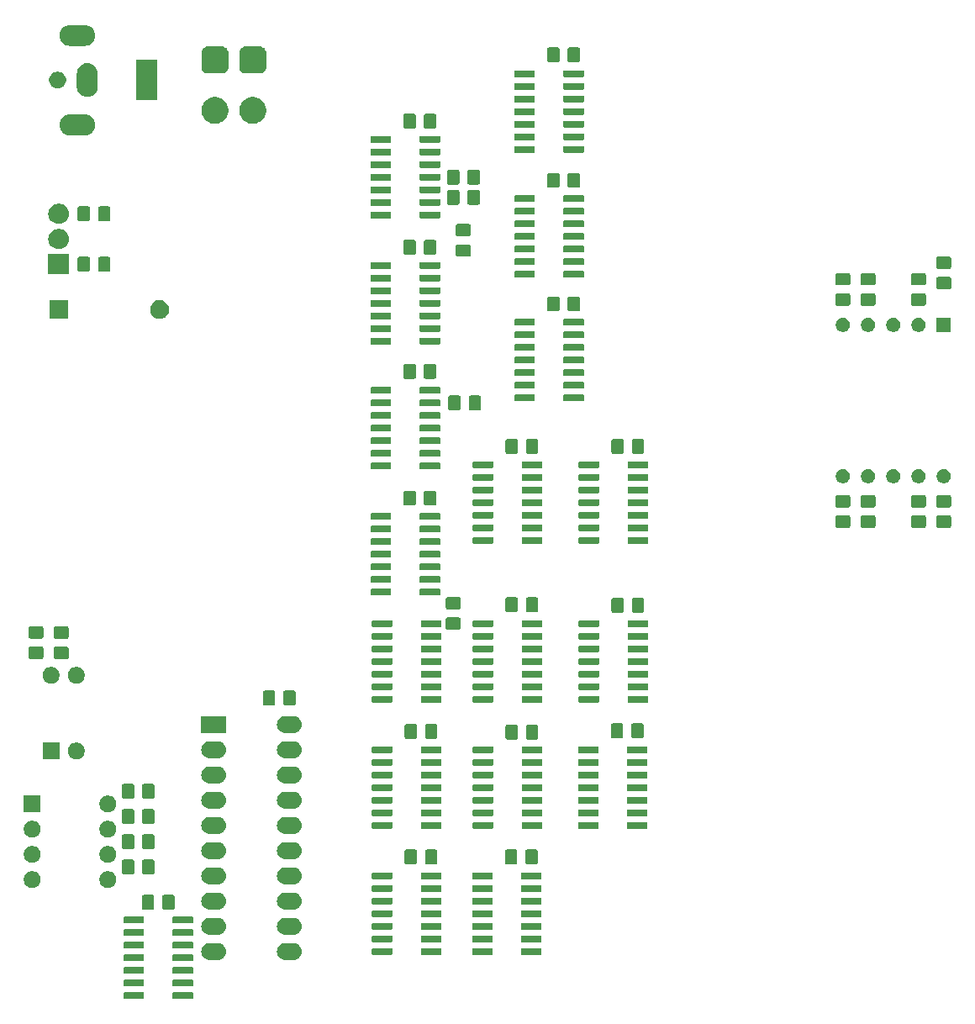
<source format=gbr>
G04 #@! TF.GenerationSoftware,KiCad,Pcbnew,(5.1.5)-3*
G04 #@! TF.CreationDate,2020-12-03T02:51:26-05:00*
G04 #@! TF.ProjectId,7447_Replica,37343437-5f52-4657-906c-6963612e6b69,rev?*
G04 #@! TF.SameCoordinates,Original*
G04 #@! TF.FileFunction,Soldermask,Top*
G04 #@! TF.FilePolarity,Negative*
%FSLAX46Y46*%
G04 Gerber Fmt 4.6, Leading zero omitted, Abs format (unit mm)*
G04 Created by KiCad (PCBNEW (5.1.5)-3) date 2020-12-03 02:51:26*
%MOMM*%
%LPD*%
G04 APERTURE LIST*
%ADD10C,0.100000*%
G04 APERTURE END LIST*
D10*
G36*
X57511928Y-123349764D02*
G01*
X57533009Y-123356160D01*
X57552445Y-123366548D01*
X57569476Y-123380524D01*
X57583452Y-123397555D01*
X57593840Y-123416991D01*
X57600236Y-123438072D01*
X57603000Y-123466140D01*
X57603000Y-123929860D01*
X57600236Y-123957928D01*
X57593840Y-123979009D01*
X57583452Y-123998445D01*
X57569476Y-124015476D01*
X57552445Y-124029452D01*
X57533009Y-124039840D01*
X57511928Y-124046236D01*
X57483860Y-124049000D01*
X55670140Y-124049000D01*
X55642072Y-124046236D01*
X55620991Y-124039840D01*
X55601555Y-124029452D01*
X55584524Y-124015476D01*
X55570548Y-123998445D01*
X55560160Y-123979009D01*
X55553764Y-123957928D01*
X55551000Y-123929860D01*
X55551000Y-123466140D01*
X55553764Y-123438072D01*
X55560160Y-123416991D01*
X55570548Y-123397555D01*
X55584524Y-123380524D01*
X55601555Y-123366548D01*
X55620991Y-123356160D01*
X55642072Y-123349764D01*
X55670140Y-123347000D01*
X57483860Y-123347000D01*
X57511928Y-123349764D01*
G37*
G36*
X52561928Y-123349764D02*
G01*
X52583009Y-123356160D01*
X52602445Y-123366548D01*
X52619476Y-123380524D01*
X52633452Y-123397555D01*
X52643840Y-123416991D01*
X52650236Y-123438072D01*
X52653000Y-123466140D01*
X52653000Y-123929860D01*
X52650236Y-123957928D01*
X52643840Y-123979009D01*
X52633452Y-123998445D01*
X52619476Y-124015476D01*
X52602445Y-124029452D01*
X52583009Y-124039840D01*
X52561928Y-124046236D01*
X52533860Y-124049000D01*
X50720140Y-124049000D01*
X50692072Y-124046236D01*
X50670991Y-124039840D01*
X50651555Y-124029452D01*
X50634524Y-124015476D01*
X50620548Y-123998445D01*
X50610160Y-123979009D01*
X50603764Y-123957928D01*
X50601000Y-123929860D01*
X50601000Y-123466140D01*
X50603764Y-123438072D01*
X50610160Y-123416991D01*
X50620548Y-123397555D01*
X50634524Y-123380524D01*
X50651555Y-123366548D01*
X50670991Y-123356160D01*
X50692072Y-123349764D01*
X50720140Y-123347000D01*
X52533860Y-123347000D01*
X52561928Y-123349764D01*
G37*
G36*
X57511928Y-122079764D02*
G01*
X57533009Y-122086160D01*
X57552445Y-122096548D01*
X57569476Y-122110524D01*
X57583452Y-122127555D01*
X57593840Y-122146991D01*
X57600236Y-122168072D01*
X57603000Y-122196140D01*
X57603000Y-122659860D01*
X57600236Y-122687928D01*
X57593840Y-122709009D01*
X57583452Y-122728445D01*
X57569476Y-122745476D01*
X57552445Y-122759452D01*
X57533009Y-122769840D01*
X57511928Y-122776236D01*
X57483860Y-122779000D01*
X55670140Y-122779000D01*
X55642072Y-122776236D01*
X55620991Y-122769840D01*
X55601555Y-122759452D01*
X55584524Y-122745476D01*
X55570548Y-122728445D01*
X55560160Y-122709009D01*
X55553764Y-122687928D01*
X55551000Y-122659860D01*
X55551000Y-122196140D01*
X55553764Y-122168072D01*
X55560160Y-122146991D01*
X55570548Y-122127555D01*
X55584524Y-122110524D01*
X55601555Y-122096548D01*
X55620991Y-122086160D01*
X55642072Y-122079764D01*
X55670140Y-122077000D01*
X57483860Y-122077000D01*
X57511928Y-122079764D01*
G37*
G36*
X52561928Y-122079764D02*
G01*
X52583009Y-122086160D01*
X52602445Y-122096548D01*
X52619476Y-122110524D01*
X52633452Y-122127555D01*
X52643840Y-122146991D01*
X52650236Y-122168072D01*
X52653000Y-122196140D01*
X52653000Y-122659860D01*
X52650236Y-122687928D01*
X52643840Y-122709009D01*
X52633452Y-122728445D01*
X52619476Y-122745476D01*
X52602445Y-122759452D01*
X52583009Y-122769840D01*
X52561928Y-122776236D01*
X52533860Y-122779000D01*
X50720140Y-122779000D01*
X50692072Y-122776236D01*
X50670991Y-122769840D01*
X50651555Y-122759452D01*
X50634524Y-122745476D01*
X50620548Y-122728445D01*
X50610160Y-122709009D01*
X50603764Y-122687928D01*
X50601000Y-122659860D01*
X50601000Y-122196140D01*
X50603764Y-122168072D01*
X50610160Y-122146991D01*
X50620548Y-122127555D01*
X50634524Y-122110524D01*
X50651555Y-122096548D01*
X50670991Y-122086160D01*
X50692072Y-122079764D01*
X50720140Y-122077000D01*
X52533860Y-122077000D01*
X52561928Y-122079764D01*
G37*
G36*
X52561928Y-120809764D02*
G01*
X52583009Y-120816160D01*
X52602445Y-120826548D01*
X52619476Y-120840524D01*
X52633452Y-120857555D01*
X52643840Y-120876991D01*
X52650236Y-120898072D01*
X52653000Y-120926140D01*
X52653000Y-121389860D01*
X52650236Y-121417928D01*
X52643840Y-121439009D01*
X52633452Y-121458445D01*
X52619476Y-121475476D01*
X52602445Y-121489452D01*
X52583009Y-121499840D01*
X52561928Y-121506236D01*
X52533860Y-121509000D01*
X50720140Y-121509000D01*
X50692072Y-121506236D01*
X50670991Y-121499840D01*
X50651555Y-121489452D01*
X50634524Y-121475476D01*
X50620548Y-121458445D01*
X50610160Y-121439009D01*
X50603764Y-121417928D01*
X50601000Y-121389860D01*
X50601000Y-120926140D01*
X50603764Y-120898072D01*
X50610160Y-120876991D01*
X50620548Y-120857555D01*
X50634524Y-120840524D01*
X50651555Y-120826548D01*
X50670991Y-120816160D01*
X50692072Y-120809764D01*
X50720140Y-120807000D01*
X52533860Y-120807000D01*
X52561928Y-120809764D01*
G37*
G36*
X57511928Y-120809764D02*
G01*
X57533009Y-120816160D01*
X57552445Y-120826548D01*
X57569476Y-120840524D01*
X57583452Y-120857555D01*
X57593840Y-120876991D01*
X57600236Y-120898072D01*
X57603000Y-120926140D01*
X57603000Y-121389860D01*
X57600236Y-121417928D01*
X57593840Y-121439009D01*
X57583452Y-121458445D01*
X57569476Y-121475476D01*
X57552445Y-121489452D01*
X57533009Y-121499840D01*
X57511928Y-121506236D01*
X57483860Y-121509000D01*
X55670140Y-121509000D01*
X55642072Y-121506236D01*
X55620991Y-121499840D01*
X55601555Y-121489452D01*
X55584524Y-121475476D01*
X55570548Y-121458445D01*
X55560160Y-121439009D01*
X55553764Y-121417928D01*
X55551000Y-121389860D01*
X55551000Y-120926140D01*
X55553764Y-120898072D01*
X55560160Y-120876991D01*
X55570548Y-120857555D01*
X55584524Y-120840524D01*
X55601555Y-120826548D01*
X55620991Y-120816160D01*
X55642072Y-120809764D01*
X55670140Y-120807000D01*
X57483860Y-120807000D01*
X57511928Y-120809764D01*
G37*
G36*
X57511928Y-119539764D02*
G01*
X57533009Y-119546160D01*
X57552445Y-119556548D01*
X57569476Y-119570524D01*
X57583452Y-119587555D01*
X57593840Y-119606991D01*
X57600236Y-119628072D01*
X57603000Y-119656140D01*
X57603000Y-120119860D01*
X57600236Y-120147928D01*
X57593840Y-120169009D01*
X57583452Y-120188445D01*
X57569476Y-120205476D01*
X57552445Y-120219452D01*
X57533009Y-120229840D01*
X57511928Y-120236236D01*
X57483860Y-120239000D01*
X55670140Y-120239000D01*
X55642072Y-120236236D01*
X55620991Y-120229840D01*
X55601555Y-120219452D01*
X55584524Y-120205476D01*
X55570548Y-120188445D01*
X55560160Y-120169009D01*
X55553764Y-120147928D01*
X55551000Y-120119860D01*
X55551000Y-119656140D01*
X55553764Y-119628072D01*
X55560160Y-119606991D01*
X55570548Y-119587555D01*
X55584524Y-119570524D01*
X55601555Y-119556548D01*
X55620991Y-119546160D01*
X55642072Y-119539764D01*
X55670140Y-119537000D01*
X57483860Y-119537000D01*
X57511928Y-119539764D01*
G37*
G36*
X52561928Y-119539764D02*
G01*
X52583009Y-119546160D01*
X52602445Y-119556548D01*
X52619476Y-119570524D01*
X52633452Y-119587555D01*
X52643840Y-119606991D01*
X52650236Y-119628072D01*
X52653000Y-119656140D01*
X52653000Y-120119860D01*
X52650236Y-120147928D01*
X52643840Y-120169009D01*
X52633452Y-120188445D01*
X52619476Y-120205476D01*
X52602445Y-120219452D01*
X52583009Y-120229840D01*
X52561928Y-120236236D01*
X52533860Y-120239000D01*
X50720140Y-120239000D01*
X50692072Y-120236236D01*
X50670991Y-120229840D01*
X50651555Y-120219452D01*
X50634524Y-120205476D01*
X50620548Y-120188445D01*
X50610160Y-120169009D01*
X50603764Y-120147928D01*
X50601000Y-120119860D01*
X50601000Y-119656140D01*
X50603764Y-119628072D01*
X50610160Y-119606991D01*
X50620548Y-119587555D01*
X50634524Y-119570524D01*
X50651555Y-119556548D01*
X50670991Y-119546160D01*
X50692072Y-119539764D01*
X50720140Y-119537000D01*
X52533860Y-119537000D01*
X52561928Y-119539764D01*
G37*
G36*
X60256823Y-118414313D02*
G01*
X60417242Y-118462976D01*
X60549906Y-118533886D01*
X60565078Y-118541996D01*
X60694659Y-118648341D01*
X60801004Y-118777922D01*
X60801005Y-118777924D01*
X60880024Y-118925758D01*
X60928687Y-119086177D01*
X60945117Y-119253000D01*
X60928687Y-119419823D01*
X60880024Y-119580242D01*
X60827631Y-119678262D01*
X60801004Y-119728078D01*
X60694659Y-119857659D01*
X60565078Y-119964004D01*
X60565076Y-119964005D01*
X60417242Y-120043024D01*
X60256823Y-120091687D01*
X60131804Y-120104000D01*
X59248196Y-120104000D01*
X59123177Y-120091687D01*
X58962758Y-120043024D01*
X58814924Y-119964005D01*
X58814922Y-119964004D01*
X58685341Y-119857659D01*
X58578996Y-119728078D01*
X58552369Y-119678262D01*
X58499976Y-119580242D01*
X58451313Y-119419823D01*
X58434883Y-119253000D01*
X58451313Y-119086177D01*
X58499976Y-118925758D01*
X58578995Y-118777924D01*
X58578996Y-118777922D01*
X58685341Y-118648341D01*
X58814922Y-118541996D01*
X58830094Y-118533886D01*
X58962758Y-118462976D01*
X59123177Y-118414313D01*
X59248196Y-118402000D01*
X60131804Y-118402000D01*
X60256823Y-118414313D01*
G37*
G36*
X67876823Y-118414313D02*
G01*
X68037242Y-118462976D01*
X68169906Y-118533886D01*
X68185078Y-118541996D01*
X68314659Y-118648341D01*
X68421004Y-118777922D01*
X68421005Y-118777924D01*
X68500024Y-118925758D01*
X68548687Y-119086177D01*
X68565117Y-119253000D01*
X68548687Y-119419823D01*
X68500024Y-119580242D01*
X68447631Y-119678262D01*
X68421004Y-119728078D01*
X68314659Y-119857659D01*
X68185078Y-119964004D01*
X68185076Y-119964005D01*
X68037242Y-120043024D01*
X67876823Y-120091687D01*
X67751804Y-120104000D01*
X66868196Y-120104000D01*
X66743177Y-120091687D01*
X66582758Y-120043024D01*
X66434924Y-119964005D01*
X66434922Y-119964004D01*
X66305341Y-119857659D01*
X66198996Y-119728078D01*
X66172369Y-119678262D01*
X66119976Y-119580242D01*
X66071313Y-119419823D01*
X66054883Y-119253000D01*
X66071313Y-119086177D01*
X66119976Y-118925758D01*
X66198995Y-118777924D01*
X66198996Y-118777922D01*
X66305341Y-118648341D01*
X66434922Y-118541996D01*
X66450094Y-118533886D01*
X66582758Y-118462976D01*
X66743177Y-118414313D01*
X66868196Y-118402000D01*
X67751804Y-118402000D01*
X67876823Y-118414313D01*
G37*
G36*
X87675928Y-118904764D02*
G01*
X87697009Y-118911160D01*
X87716445Y-118921548D01*
X87733476Y-118935524D01*
X87747452Y-118952555D01*
X87757840Y-118971991D01*
X87764236Y-118993072D01*
X87767000Y-119021140D01*
X87767000Y-119484860D01*
X87764236Y-119512928D01*
X87757840Y-119534009D01*
X87747452Y-119553445D01*
X87733476Y-119570476D01*
X87716445Y-119584452D01*
X87697009Y-119594840D01*
X87675928Y-119601236D01*
X87647860Y-119604000D01*
X85834140Y-119604000D01*
X85806072Y-119601236D01*
X85784991Y-119594840D01*
X85765555Y-119584452D01*
X85748524Y-119570476D01*
X85734548Y-119553445D01*
X85724160Y-119534009D01*
X85717764Y-119512928D01*
X85715000Y-119484860D01*
X85715000Y-119021140D01*
X85717764Y-118993072D01*
X85724160Y-118971991D01*
X85734548Y-118952555D01*
X85748524Y-118935524D01*
X85765555Y-118921548D01*
X85784991Y-118911160D01*
X85806072Y-118904764D01*
X85834140Y-118902000D01*
X87647860Y-118902000D01*
X87675928Y-118904764D01*
G37*
G36*
X92625928Y-118904764D02*
G01*
X92647009Y-118911160D01*
X92666445Y-118921548D01*
X92683476Y-118935524D01*
X92697452Y-118952555D01*
X92707840Y-118971991D01*
X92714236Y-118993072D01*
X92717000Y-119021140D01*
X92717000Y-119484860D01*
X92714236Y-119512928D01*
X92707840Y-119534009D01*
X92697452Y-119553445D01*
X92683476Y-119570476D01*
X92666445Y-119584452D01*
X92647009Y-119594840D01*
X92625928Y-119601236D01*
X92597860Y-119604000D01*
X90784140Y-119604000D01*
X90756072Y-119601236D01*
X90734991Y-119594840D01*
X90715555Y-119584452D01*
X90698524Y-119570476D01*
X90684548Y-119553445D01*
X90674160Y-119534009D01*
X90667764Y-119512928D01*
X90665000Y-119484860D01*
X90665000Y-119021140D01*
X90667764Y-118993072D01*
X90674160Y-118971991D01*
X90684548Y-118952555D01*
X90698524Y-118935524D01*
X90715555Y-118921548D01*
X90734991Y-118911160D01*
X90756072Y-118904764D01*
X90784140Y-118902000D01*
X92597860Y-118902000D01*
X92625928Y-118904764D01*
G37*
G36*
X82530928Y-118904764D02*
G01*
X82552009Y-118911160D01*
X82571445Y-118921548D01*
X82588476Y-118935524D01*
X82602452Y-118952555D01*
X82612840Y-118971991D01*
X82619236Y-118993072D01*
X82622000Y-119021140D01*
X82622000Y-119484860D01*
X82619236Y-119512928D01*
X82612840Y-119534009D01*
X82602452Y-119553445D01*
X82588476Y-119570476D01*
X82571445Y-119584452D01*
X82552009Y-119594840D01*
X82530928Y-119601236D01*
X82502860Y-119604000D01*
X80689140Y-119604000D01*
X80661072Y-119601236D01*
X80639991Y-119594840D01*
X80620555Y-119584452D01*
X80603524Y-119570476D01*
X80589548Y-119553445D01*
X80579160Y-119534009D01*
X80572764Y-119512928D01*
X80570000Y-119484860D01*
X80570000Y-119021140D01*
X80572764Y-118993072D01*
X80579160Y-118971991D01*
X80589548Y-118952555D01*
X80603524Y-118935524D01*
X80620555Y-118921548D01*
X80639991Y-118911160D01*
X80661072Y-118904764D01*
X80689140Y-118902000D01*
X82502860Y-118902000D01*
X82530928Y-118904764D01*
G37*
G36*
X77580928Y-118904764D02*
G01*
X77602009Y-118911160D01*
X77621445Y-118921548D01*
X77638476Y-118935524D01*
X77652452Y-118952555D01*
X77662840Y-118971991D01*
X77669236Y-118993072D01*
X77672000Y-119021140D01*
X77672000Y-119484860D01*
X77669236Y-119512928D01*
X77662840Y-119534009D01*
X77652452Y-119553445D01*
X77638476Y-119570476D01*
X77621445Y-119584452D01*
X77602009Y-119594840D01*
X77580928Y-119601236D01*
X77552860Y-119604000D01*
X75739140Y-119604000D01*
X75711072Y-119601236D01*
X75689991Y-119594840D01*
X75670555Y-119584452D01*
X75653524Y-119570476D01*
X75639548Y-119553445D01*
X75629160Y-119534009D01*
X75622764Y-119512928D01*
X75620000Y-119484860D01*
X75620000Y-119021140D01*
X75622764Y-118993072D01*
X75629160Y-118971991D01*
X75639548Y-118952555D01*
X75653524Y-118935524D01*
X75670555Y-118921548D01*
X75689991Y-118911160D01*
X75711072Y-118904764D01*
X75739140Y-118902000D01*
X77552860Y-118902000D01*
X77580928Y-118904764D01*
G37*
G36*
X57511928Y-118269764D02*
G01*
X57533009Y-118276160D01*
X57552445Y-118286548D01*
X57569476Y-118300524D01*
X57583452Y-118317555D01*
X57593840Y-118336991D01*
X57600236Y-118358072D01*
X57603000Y-118386140D01*
X57603000Y-118849860D01*
X57600236Y-118877928D01*
X57593840Y-118899009D01*
X57583452Y-118918445D01*
X57569476Y-118935476D01*
X57552445Y-118949452D01*
X57533009Y-118959840D01*
X57511928Y-118966236D01*
X57483860Y-118969000D01*
X55670140Y-118969000D01*
X55642072Y-118966236D01*
X55620991Y-118959840D01*
X55601555Y-118949452D01*
X55584524Y-118935476D01*
X55570548Y-118918445D01*
X55560160Y-118899009D01*
X55553764Y-118877928D01*
X55551000Y-118849860D01*
X55551000Y-118386140D01*
X55553764Y-118358072D01*
X55560160Y-118336991D01*
X55570548Y-118317555D01*
X55584524Y-118300524D01*
X55601555Y-118286548D01*
X55620991Y-118276160D01*
X55642072Y-118269764D01*
X55670140Y-118267000D01*
X57483860Y-118267000D01*
X57511928Y-118269764D01*
G37*
G36*
X52561928Y-118269764D02*
G01*
X52583009Y-118276160D01*
X52602445Y-118286548D01*
X52619476Y-118300524D01*
X52633452Y-118317555D01*
X52643840Y-118336991D01*
X52650236Y-118358072D01*
X52653000Y-118386140D01*
X52653000Y-118849860D01*
X52650236Y-118877928D01*
X52643840Y-118899009D01*
X52633452Y-118918445D01*
X52619476Y-118935476D01*
X52602445Y-118949452D01*
X52583009Y-118959840D01*
X52561928Y-118966236D01*
X52533860Y-118969000D01*
X50720140Y-118969000D01*
X50692072Y-118966236D01*
X50670991Y-118959840D01*
X50651555Y-118949452D01*
X50634524Y-118935476D01*
X50620548Y-118918445D01*
X50610160Y-118899009D01*
X50603764Y-118877928D01*
X50601000Y-118849860D01*
X50601000Y-118386140D01*
X50603764Y-118358072D01*
X50610160Y-118336991D01*
X50620548Y-118317555D01*
X50634524Y-118300524D01*
X50651555Y-118286548D01*
X50670991Y-118276160D01*
X50692072Y-118269764D01*
X50720140Y-118267000D01*
X52533860Y-118267000D01*
X52561928Y-118269764D01*
G37*
G36*
X87675928Y-117634764D02*
G01*
X87697009Y-117641160D01*
X87716445Y-117651548D01*
X87733476Y-117665524D01*
X87747452Y-117682555D01*
X87757840Y-117701991D01*
X87764236Y-117723072D01*
X87767000Y-117751140D01*
X87767000Y-118214860D01*
X87764236Y-118242928D01*
X87757840Y-118264009D01*
X87747452Y-118283445D01*
X87733476Y-118300476D01*
X87716445Y-118314452D01*
X87697009Y-118324840D01*
X87675928Y-118331236D01*
X87647860Y-118334000D01*
X85834140Y-118334000D01*
X85806072Y-118331236D01*
X85784991Y-118324840D01*
X85765555Y-118314452D01*
X85748524Y-118300476D01*
X85734548Y-118283445D01*
X85724160Y-118264009D01*
X85717764Y-118242928D01*
X85715000Y-118214860D01*
X85715000Y-117751140D01*
X85717764Y-117723072D01*
X85724160Y-117701991D01*
X85734548Y-117682555D01*
X85748524Y-117665524D01*
X85765555Y-117651548D01*
X85784991Y-117641160D01*
X85806072Y-117634764D01*
X85834140Y-117632000D01*
X87647860Y-117632000D01*
X87675928Y-117634764D01*
G37*
G36*
X77580928Y-117634764D02*
G01*
X77602009Y-117641160D01*
X77621445Y-117651548D01*
X77638476Y-117665524D01*
X77652452Y-117682555D01*
X77662840Y-117701991D01*
X77669236Y-117723072D01*
X77672000Y-117751140D01*
X77672000Y-118214860D01*
X77669236Y-118242928D01*
X77662840Y-118264009D01*
X77652452Y-118283445D01*
X77638476Y-118300476D01*
X77621445Y-118314452D01*
X77602009Y-118324840D01*
X77580928Y-118331236D01*
X77552860Y-118334000D01*
X75739140Y-118334000D01*
X75711072Y-118331236D01*
X75689991Y-118324840D01*
X75670555Y-118314452D01*
X75653524Y-118300476D01*
X75639548Y-118283445D01*
X75629160Y-118264009D01*
X75622764Y-118242928D01*
X75620000Y-118214860D01*
X75620000Y-117751140D01*
X75622764Y-117723072D01*
X75629160Y-117701991D01*
X75639548Y-117682555D01*
X75653524Y-117665524D01*
X75670555Y-117651548D01*
X75689991Y-117641160D01*
X75711072Y-117634764D01*
X75739140Y-117632000D01*
X77552860Y-117632000D01*
X77580928Y-117634764D01*
G37*
G36*
X82530928Y-117634764D02*
G01*
X82552009Y-117641160D01*
X82571445Y-117651548D01*
X82588476Y-117665524D01*
X82602452Y-117682555D01*
X82612840Y-117701991D01*
X82619236Y-117723072D01*
X82622000Y-117751140D01*
X82622000Y-118214860D01*
X82619236Y-118242928D01*
X82612840Y-118264009D01*
X82602452Y-118283445D01*
X82588476Y-118300476D01*
X82571445Y-118314452D01*
X82552009Y-118324840D01*
X82530928Y-118331236D01*
X82502860Y-118334000D01*
X80689140Y-118334000D01*
X80661072Y-118331236D01*
X80639991Y-118324840D01*
X80620555Y-118314452D01*
X80603524Y-118300476D01*
X80589548Y-118283445D01*
X80579160Y-118264009D01*
X80572764Y-118242928D01*
X80570000Y-118214860D01*
X80570000Y-117751140D01*
X80572764Y-117723072D01*
X80579160Y-117701991D01*
X80589548Y-117682555D01*
X80603524Y-117665524D01*
X80620555Y-117651548D01*
X80639991Y-117641160D01*
X80661072Y-117634764D01*
X80689140Y-117632000D01*
X82502860Y-117632000D01*
X82530928Y-117634764D01*
G37*
G36*
X92625928Y-117634764D02*
G01*
X92647009Y-117641160D01*
X92666445Y-117651548D01*
X92683476Y-117665524D01*
X92697452Y-117682555D01*
X92707840Y-117701991D01*
X92714236Y-117723072D01*
X92717000Y-117751140D01*
X92717000Y-118214860D01*
X92714236Y-118242928D01*
X92707840Y-118264009D01*
X92697452Y-118283445D01*
X92683476Y-118300476D01*
X92666445Y-118314452D01*
X92647009Y-118324840D01*
X92625928Y-118331236D01*
X92597860Y-118334000D01*
X90784140Y-118334000D01*
X90756072Y-118331236D01*
X90734991Y-118324840D01*
X90715555Y-118314452D01*
X90698524Y-118300476D01*
X90684548Y-118283445D01*
X90674160Y-118264009D01*
X90667764Y-118242928D01*
X90665000Y-118214860D01*
X90665000Y-117751140D01*
X90667764Y-117723072D01*
X90674160Y-117701991D01*
X90684548Y-117682555D01*
X90698524Y-117665524D01*
X90715555Y-117651548D01*
X90734991Y-117641160D01*
X90756072Y-117634764D01*
X90784140Y-117632000D01*
X92597860Y-117632000D01*
X92625928Y-117634764D01*
G37*
G36*
X52561928Y-116999764D02*
G01*
X52583009Y-117006160D01*
X52602445Y-117016548D01*
X52619476Y-117030524D01*
X52633452Y-117047555D01*
X52643840Y-117066991D01*
X52650236Y-117088072D01*
X52653000Y-117116140D01*
X52653000Y-117579860D01*
X52650236Y-117607928D01*
X52643840Y-117629009D01*
X52633452Y-117648445D01*
X52619476Y-117665476D01*
X52602445Y-117679452D01*
X52583009Y-117689840D01*
X52561928Y-117696236D01*
X52533860Y-117699000D01*
X50720140Y-117699000D01*
X50692072Y-117696236D01*
X50670991Y-117689840D01*
X50651555Y-117679452D01*
X50634524Y-117665476D01*
X50620548Y-117648445D01*
X50610160Y-117629009D01*
X50603764Y-117607928D01*
X50601000Y-117579860D01*
X50601000Y-117116140D01*
X50603764Y-117088072D01*
X50610160Y-117066991D01*
X50620548Y-117047555D01*
X50634524Y-117030524D01*
X50651555Y-117016548D01*
X50670991Y-117006160D01*
X50692072Y-116999764D01*
X50720140Y-116997000D01*
X52533860Y-116997000D01*
X52561928Y-116999764D01*
G37*
G36*
X57511928Y-116999764D02*
G01*
X57533009Y-117006160D01*
X57552445Y-117016548D01*
X57569476Y-117030524D01*
X57583452Y-117047555D01*
X57593840Y-117066991D01*
X57600236Y-117088072D01*
X57603000Y-117116140D01*
X57603000Y-117579860D01*
X57600236Y-117607928D01*
X57593840Y-117629009D01*
X57583452Y-117648445D01*
X57569476Y-117665476D01*
X57552445Y-117679452D01*
X57533009Y-117689840D01*
X57511928Y-117696236D01*
X57483860Y-117699000D01*
X55670140Y-117699000D01*
X55642072Y-117696236D01*
X55620991Y-117689840D01*
X55601555Y-117679452D01*
X55584524Y-117665476D01*
X55570548Y-117648445D01*
X55560160Y-117629009D01*
X55553764Y-117607928D01*
X55551000Y-117579860D01*
X55551000Y-117116140D01*
X55553764Y-117088072D01*
X55560160Y-117066991D01*
X55570548Y-117047555D01*
X55584524Y-117030524D01*
X55601555Y-117016548D01*
X55620991Y-117006160D01*
X55642072Y-116999764D01*
X55670140Y-116997000D01*
X57483860Y-116997000D01*
X57511928Y-116999764D01*
G37*
G36*
X67876823Y-115874313D02*
G01*
X68037242Y-115922976D01*
X68169906Y-115993886D01*
X68185078Y-116001996D01*
X68314659Y-116108341D01*
X68421004Y-116237922D01*
X68421005Y-116237924D01*
X68500024Y-116385758D01*
X68548687Y-116546177D01*
X68565117Y-116713000D01*
X68548687Y-116879823D01*
X68500024Y-117040242D01*
X68447631Y-117138262D01*
X68421004Y-117188078D01*
X68314659Y-117317659D01*
X68185078Y-117424004D01*
X68185076Y-117424005D01*
X68037242Y-117503024D01*
X67876823Y-117551687D01*
X67751804Y-117564000D01*
X66868196Y-117564000D01*
X66743177Y-117551687D01*
X66582758Y-117503024D01*
X66434924Y-117424005D01*
X66434922Y-117424004D01*
X66305341Y-117317659D01*
X66198996Y-117188078D01*
X66172369Y-117138262D01*
X66119976Y-117040242D01*
X66071313Y-116879823D01*
X66054883Y-116713000D01*
X66071313Y-116546177D01*
X66119976Y-116385758D01*
X66198995Y-116237924D01*
X66198996Y-116237922D01*
X66305341Y-116108341D01*
X66434922Y-116001996D01*
X66450094Y-115993886D01*
X66582758Y-115922976D01*
X66743177Y-115874313D01*
X66868196Y-115862000D01*
X67751804Y-115862000D01*
X67876823Y-115874313D01*
G37*
G36*
X60256823Y-115874313D02*
G01*
X60417242Y-115922976D01*
X60549906Y-115993886D01*
X60565078Y-116001996D01*
X60694659Y-116108341D01*
X60801004Y-116237922D01*
X60801005Y-116237924D01*
X60880024Y-116385758D01*
X60928687Y-116546177D01*
X60945117Y-116713000D01*
X60928687Y-116879823D01*
X60880024Y-117040242D01*
X60827631Y-117138262D01*
X60801004Y-117188078D01*
X60694659Y-117317659D01*
X60565078Y-117424004D01*
X60565076Y-117424005D01*
X60417242Y-117503024D01*
X60256823Y-117551687D01*
X60131804Y-117564000D01*
X59248196Y-117564000D01*
X59123177Y-117551687D01*
X58962758Y-117503024D01*
X58814924Y-117424005D01*
X58814922Y-117424004D01*
X58685341Y-117317659D01*
X58578996Y-117188078D01*
X58552369Y-117138262D01*
X58499976Y-117040242D01*
X58451313Y-116879823D01*
X58434883Y-116713000D01*
X58451313Y-116546177D01*
X58499976Y-116385758D01*
X58578995Y-116237924D01*
X58578996Y-116237922D01*
X58685341Y-116108341D01*
X58814922Y-116001996D01*
X58830094Y-115993886D01*
X58962758Y-115922976D01*
X59123177Y-115874313D01*
X59248196Y-115862000D01*
X60131804Y-115862000D01*
X60256823Y-115874313D01*
G37*
G36*
X87675928Y-116364764D02*
G01*
X87697009Y-116371160D01*
X87716445Y-116381548D01*
X87733476Y-116395524D01*
X87747452Y-116412555D01*
X87757840Y-116431991D01*
X87764236Y-116453072D01*
X87767000Y-116481140D01*
X87767000Y-116944860D01*
X87764236Y-116972928D01*
X87757840Y-116994009D01*
X87747452Y-117013445D01*
X87733476Y-117030476D01*
X87716445Y-117044452D01*
X87697009Y-117054840D01*
X87675928Y-117061236D01*
X87647860Y-117064000D01*
X85834140Y-117064000D01*
X85806072Y-117061236D01*
X85784991Y-117054840D01*
X85765555Y-117044452D01*
X85748524Y-117030476D01*
X85734548Y-117013445D01*
X85724160Y-116994009D01*
X85717764Y-116972928D01*
X85715000Y-116944860D01*
X85715000Y-116481140D01*
X85717764Y-116453072D01*
X85724160Y-116431991D01*
X85734548Y-116412555D01*
X85748524Y-116395524D01*
X85765555Y-116381548D01*
X85784991Y-116371160D01*
X85806072Y-116364764D01*
X85834140Y-116362000D01*
X87647860Y-116362000D01*
X87675928Y-116364764D01*
G37*
G36*
X77580928Y-116364764D02*
G01*
X77602009Y-116371160D01*
X77621445Y-116381548D01*
X77638476Y-116395524D01*
X77652452Y-116412555D01*
X77662840Y-116431991D01*
X77669236Y-116453072D01*
X77672000Y-116481140D01*
X77672000Y-116944860D01*
X77669236Y-116972928D01*
X77662840Y-116994009D01*
X77652452Y-117013445D01*
X77638476Y-117030476D01*
X77621445Y-117044452D01*
X77602009Y-117054840D01*
X77580928Y-117061236D01*
X77552860Y-117064000D01*
X75739140Y-117064000D01*
X75711072Y-117061236D01*
X75689991Y-117054840D01*
X75670555Y-117044452D01*
X75653524Y-117030476D01*
X75639548Y-117013445D01*
X75629160Y-116994009D01*
X75622764Y-116972928D01*
X75620000Y-116944860D01*
X75620000Y-116481140D01*
X75622764Y-116453072D01*
X75629160Y-116431991D01*
X75639548Y-116412555D01*
X75653524Y-116395524D01*
X75670555Y-116381548D01*
X75689991Y-116371160D01*
X75711072Y-116364764D01*
X75739140Y-116362000D01*
X77552860Y-116362000D01*
X77580928Y-116364764D01*
G37*
G36*
X92625928Y-116364764D02*
G01*
X92647009Y-116371160D01*
X92666445Y-116381548D01*
X92683476Y-116395524D01*
X92697452Y-116412555D01*
X92707840Y-116431991D01*
X92714236Y-116453072D01*
X92717000Y-116481140D01*
X92717000Y-116944860D01*
X92714236Y-116972928D01*
X92707840Y-116994009D01*
X92697452Y-117013445D01*
X92683476Y-117030476D01*
X92666445Y-117044452D01*
X92647009Y-117054840D01*
X92625928Y-117061236D01*
X92597860Y-117064000D01*
X90784140Y-117064000D01*
X90756072Y-117061236D01*
X90734991Y-117054840D01*
X90715555Y-117044452D01*
X90698524Y-117030476D01*
X90684548Y-117013445D01*
X90674160Y-116994009D01*
X90667764Y-116972928D01*
X90665000Y-116944860D01*
X90665000Y-116481140D01*
X90667764Y-116453072D01*
X90674160Y-116431991D01*
X90684548Y-116412555D01*
X90698524Y-116395524D01*
X90715555Y-116381548D01*
X90734991Y-116371160D01*
X90756072Y-116364764D01*
X90784140Y-116362000D01*
X92597860Y-116362000D01*
X92625928Y-116364764D01*
G37*
G36*
X82530928Y-116364764D02*
G01*
X82552009Y-116371160D01*
X82571445Y-116381548D01*
X82588476Y-116395524D01*
X82602452Y-116412555D01*
X82612840Y-116431991D01*
X82619236Y-116453072D01*
X82622000Y-116481140D01*
X82622000Y-116944860D01*
X82619236Y-116972928D01*
X82612840Y-116994009D01*
X82602452Y-117013445D01*
X82588476Y-117030476D01*
X82571445Y-117044452D01*
X82552009Y-117054840D01*
X82530928Y-117061236D01*
X82502860Y-117064000D01*
X80689140Y-117064000D01*
X80661072Y-117061236D01*
X80639991Y-117054840D01*
X80620555Y-117044452D01*
X80603524Y-117030476D01*
X80589548Y-117013445D01*
X80579160Y-116994009D01*
X80572764Y-116972928D01*
X80570000Y-116944860D01*
X80570000Y-116481140D01*
X80572764Y-116453072D01*
X80579160Y-116431991D01*
X80589548Y-116412555D01*
X80603524Y-116395524D01*
X80620555Y-116381548D01*
X80639991Y-116371160D01*
X80661072Y-116364764D01*
X80689140Y-116362000D01*
X82502860Y-116362000D01*
X82530928Y-116364764D01*
G37*
G36*
X57511928Y-115729764D02*
G01*
X57533009Y-115736160D01*
X57552445Y-115746548D01*
X57569476Y-115760524D01*
X57583452Y-115777555D01*
X57593840Y-115796991D01*
X57600236Y-115818072D01*
X57603000Y-115846140D01*
X57603000Y-116309860D01*
X57600236Y-116337928D01*
X57593840Y-116359009D01*
X57583452Y-116378445D01*
X57569476Y-116395476D01*
X57552445Y-116409452D01*
X57533009Y-116419840D01*
X57511928Y-116426236D01*
X57483860Y-116429000D01*
X55670140Y-116429000D01*
X55642072Y-116426236D01*
X55620991Y-116419840D01*
X55601555Y-116409452D01*
X55584524Y-116395476D01*
X55570548Y-116378445D01*
X55560160Y-116359009D01*
X55553764Y-116337928D01*
X55551000Y-116309860D01*
X55551000Y-115846140D01*
X55553764Y-115818072D01*
X55560160Y-115796991D01*
X55570548Y-115777555D01*
X55584524Y-115760524D01*
X55601555Y-115746548D01*
X55620991Y-115736160D01*
X55642072Y-115729764D01*
X55670140Y-115727000D01*
X57483860Y-115727000D01*
X57511928Y-115729764D01*
G37*
G36*
X52561928Y-115729764D02*
G01*
X52583009Y-115736160D01*
X52602445Y-115746548D01*
X52619476Y-115760524D01*
X52633452Y-115777555D01*
X52643840Y-115796991D01*
X52650236Y-115818072D01*
X52653000Y-115846140D01*
X52653000Y-116309860D01*
X52650236Y-116337928D01*
X52643840Y-116359009D01*
X52633452Y-116378445D01*
X52619476Y-116395476D01*
X52602445Y-116409452D01*
X52583009Y-116419840D01*
X52561928Y-116426236D01*
X52533860Y-116429000D01*
X50720140Y-116429000D01*
X50692072Y-116426236D01*
X50670991Y-116419840D01*
X50651555Y-116409452D01*
X50634524Y-116395476D01*
X50620548Y-116378445D01*
X50610160Y-116359009D01*
X50603764Y-116337928D01*
X50601000Y-116309860D01*
X50601000Y-115846140D01*
X50603764Y-115818072D01*
X50610160Y-115796991D01*
X50620548Y-115777555D01*
X50634524Y-115760524D01*
X50651555Y-115746548D01*
X50670991Y-115736160D01*
X50692072Y-115729764D01*
X50720140Y-115727000D01*
X52533860Y-115727000D01*
X52561928Y-115729764D01*
G37*
G36*
X87675928Y-115094764D02*
G01*
X87697009Y-115101160D01*
X87716445Y-115111548D01*
X87733476Y-115125524D01*
X87747452Y-115142555D01*
X87757840Y-115161991D01*
X87764236Y-115183072D01*
X87767000Y-115211140D01*
X87767000Y-115674860D01*
X87764236Y-115702928D01*
X87757840Y-115724009D01*
X87747452Y-115743445D01*
X87733476Y-115760476D01*
X87716445Y-115774452D01*
X87697009Y-115784840D01*
X87675928Y-115791236D01*
X87647860Y-115794000D01*
X85834140Y-115794000D01*
X85806072Y-115791236D01*
X85784991Y-115784840D01*
X85765555Y-115774452D01*
X85748524Y-115760476D01*
X85734548Y-115743445D01*
X85724160Y-115724009D01*
X85717764Y-115702928D01*
X85715000Y-115674860D01*
X85715000Y-115211140D01*
X85717764Y-115183072D01*
X85724160Y-115161991D01*
X85734548Y-115142555D01*
X85748524Y-115125524D01*
X85765555Y-115111548D01*
X85784991Y-115101160D01*
X85806072Y-115094764D01*
X85834140Y-115092000D01*
X87647860Y-115092000D01*
X87675928Y-115094764D01*
G37*
G36*
X92625928Y-115094764D02*
G01*
X92647009Y-115101160D01*
X92666445Y-115111548D01*
X92683476Y-115125524D01*
X92697452Y-115142555D01*
X92707840Y-115161991D01*
X92714236Y-115183072D01*
X92717000Y-115211140D01*
X92717000Y-115674860D01*
X92714236Y-115702928D01*
X92707840Y-115724009D01*
X92697452Y-115743445D01*
X92683476Y-115760476D01*
X92666445Y-115774452D01*
X92647009Y-115784840D01*
X92625928Y-115791236D01*
X92597860Y-115794000D01*
X90784140Y-115794000D01*
X90756072Y-115791236D01*
X90734991Y-115784840D01*
X90715555Y-115774452D01*
X90698524Y-115760476D01*
X90684548Y-115743445D01*
X90674160Y-115724009D01*
X90667764Y-115702928D01*
X90665000Y-115674860D01*
X90665000Y-115211140D01*
X90667764Y-115183072D01*
X90674160Y-115161991D01*
X90684548Y-115142555D01*
X90698524Y-115125524D01*
X90715555Y-115111548D01*
X90734991Y-115101160D01*
X90756072Y-115094764D01*
X90784140Y-115092000D01*
X92597860Y-115092000D01*
X92625928Y-115094764D01*
G37*
G36*
X82530928Y-115094764D02*
G01*
X82552009Y-115101160D01*
X82571445Y-115111548D01*
X82588476Y-115125524D01*
X82602452Y-115142555D01*
X82612840Y-115161991D01*
X82619236Y-115183072D01*
X82622000Y-115211140D01*
X82622000Y-115674860D01*
X82619236Y-115702928D01*
X82612840Y-115724009D01*
X82602452Y-115743445D01*
X82588476Y-115760476D01*
X82571445Y-115774452D01*
X82552009Y-115784840D01*
X82530928Y-115791236D01*
X82502860Y-115794000D01*
X80689140Y-115794000D01*
X80661072Y-115791236D01*
X80639991Y-115784840D01*
X80620555Y-115774452D01*
X80603524Y-115760476D01*
X80589548Y-115743445D01*
X80579160Y-115724009D01*
X80572764Y-115702928D01*
X80570000Y-115674860D01*
X80570000Y-115211140D01*
X80572764Y-115183072D01*
X80579160Y-115161991D01*
X80589548Y-115142555D01*
X80603524Y-115125524D01*
X80620555Y-115111548D01*
X80639991Y-115101160D01*
X80661072Y-115094764D01*
X80689140Y-115092000D01*
X82502860Y-115092000D01*
X82530928Y-115094764D01*
G37*
G36*
X77580928Y-115094764D02*
G01*
X77602009Y-115101160D01*
X77621445Y-115111548D01*
X77638476Y-115125524D01*
X77652452Y-115142555D01*
X77662840Y-115161991D01*
X77669236Y-115183072D01*
X77672000Y-115211140D01*
X77672000Y-115674860D01*
X77669236Y-115702928D01*
X77662840Y-115724009D01*
X77652452Y-115743445D01*
X77638476Y-115760476D01*
X77621445Y-115774452D01*
X77602009Y-115784840D01*
X77580928Y-115791236D01*
X77552860Y-115794000D01*
X75739140Y-115794000D01*
X75711072Y-115791236D01*
X75689991Y-115784840D01*
X75670555Y-115774452D01*
X75653524Y-115760476D01*
X75639548Y-115743445D01*
X75629160Y-115724009D01*
X75622764Y-115702928D01*
X75620000Y-115674860D01*
X75620000Y-115211140D01*
X75622764Y-115183072D01*
X75629160Y-115161991D01*
X75639548Y-115142555D01*
X75653524Y-115125524D01*
X75670555Y-115111548D01*
X75689991Y-115101160D01*
X75711072Y-115094764D01*
X75739140Y-115092000D01*
X77552860Y-115092000D01*
X77580928Y-115094764D01*
G37*
G36*
X53531674Y-113553465D02*
G01*
X53569367Y-113564899D01*
X53604103Y-113583466D01*
X53634548Y-113608452D01*
X53659534Y-113638897D01*
X53678101Y-113673633D01*
X53689535Y-113711326D01*
X53694000Y-113756661D01*
X53694000Y-114843339D01*
X53689535Y-114888674D01*
X53678101Y-114926367D01*
X53659534Y-114961103D01*
X53634548Y-114991548D01*
X53604103Y-115016534D01*
X53569367Y-115035101D01*
X53531674Y-115046535D01*
X53486339Y-115051000D01*
X52649661Y-115051000D01*
X52604326Y-115046535D01*
X52566633Y-115035101D01*
X52531897Y-115016534D01*
X52501452Y-114991548D01*
X52476466Y-114961103D01*
X52457899Y-114926367D01*
X52446465Y-114888674D01*
X52442000Y-114843339D01*
X52442000Y-113756661D01*
X52446465Y-113711326D01*
X52457899Y-113673633D01*
X52476466Y-113638897D01*
X52501452Y-113608452D01*
X52531897Y-113583466D01*
X52566633Y-113564899D01*
X52604326Y-113553465D01*
X52649661Y-113549000D01*
X53486339Y-113549000D01*
X53531674Y-113553465D01*
G37*
G36*
X55581674Y-113553465D02*
G01*
X55619367Y-113564899D01*
X55654103Y-113583466D01*
X55684548Y-113608452D01*
X55709534Y-113638897D01*
X55728101Y-113673633D01*
X55739535Y-113711326D01*
X55744000Y-113756661D01*
X55744000Y-114843339D01*
X55739535Y-114888674D01*
X55728101Y-114926367D01*
X55709534Y-114961103D01*
X55684548Y-114991548D01*
X55654103Y-115016534D01*
X55619367Y-115035101D01*
X55581674Y-115046535D01*
X55536339Y-115051000D01*
X54699661Y-115051000D01*
X54654326Y-115046535D01*
X54616633Y-115035101D01*
X54581897Y-115016534D01*
X54551452Y-114991548D01*
X54526466Y-114961103D01*
X54507899Y-114926367D01*
X54496465Y-114888674D01*
X54492000Y-114843339D01*
X54492000Y-113756661D01*
X54496465Y-113711326D01*
X54507899Y-113673633D01*
X54526466Y-113638897D01*
X54551452Y-113608452D01*
X54581897Y-113583466D01*
X54616633Y-113564899D01*
X54654326Y-113553465D01*
X54699661Y-113549000D01*
X55536339Y-113549000D01*
X55581674Y-113553465D01*
G37*
G36*
X67876823Y-113334313D02*
G01*
X68037242Y-113382976D01*
X68169906Y-113453886D01*
X68185078Y-113461996D01*
X68314659Y-113568341D01*
X68421004Y-113697922D01*
X68421005Y-113697924D01*
X68500024Y-113845758D01*
X68548687Y-114006177D01*
X68565117Y-114173000D01*
X68548687Y-114339823D01*
X68500024Y-114500242D01*
X68492221Y-114514840D01*
X68421004Y-114648078D01*
X68314659Y-114777659D01*
X68185078Y-114884004D01*
X68185076Y-114884005D01*
X68037242Y-114963024D01*
X67876823Y-115011687D01*
X67751804Y-115024000D01*
X66868196Y-115024000D01*
X66743177Y-115011687D01*
X66582758Y-114963024D01*
X66434924Y-114884005D01*
X66434922Y-114884004D01*
X66305341Y-114777659D01*
X66198996Y-114648078D01*
X66127779Y-114514840D01*
X66119976Y-114500242D01*
X66071313Y-114339823D01*
X66054883Y-114173000D01*
X66071313Y-114006177D01*
X66119976Y-113845758D01*
X66198995Y-113697924D01*
X66198996Y-113697922D01*
X66305341Y-113568341D01*
X66434922Y-113461996D01*
X66450094Y-113453886D01*
X66582758Y-113382976D01*
X66743177Y-113334313D01*
X66868196Y-113322000D01*
X67751804Y-113322000D01*
X67876823Y-113334313D01*
G37*
G36*
X60256823Y-113334313D02*
G01*
X60417242Y-113382976D01*
X60549906Y-113453886D01*
X60565078Y-113461996D01*
X60694659Y-113568341D01*
X60801004Y-113697922D01*
X60801005Y-113697924D01*
X60880024Y-113845758D01*
X60928687Y-114006177D01*
X60945117Y-114173000D01*
X60928687Y-114339823D01*
X60880024Y-114500242D01*
X60872221Y-114514840D01*
X60801004Y-114648078D01*
X60694659Y-114777659D01*
X60565078Y-114884004D01*
X60565076Y-114884005D01*
X60417242Y-114963024D01*
X60256823Y-115011687D01*
X60131804Y-115024000D01*
X59248196Y-115024000D01*
X59123177Y-115011687D01*
X58962758Y-114963024D01*
X58814924Y-114884005D01*
X58814922Y-114884004D01*
X58685341Y-114777659D01*
X58578996Y-114648078D01*
X58507779Y-114514840D01*
X58499976Y-114500242D01*
X58451313Y-114339823D01*
X58434883Y-114173000D01*
X58451313Y-114006177D01*
X58499976Y-113845758D01*
X58578995Y-113697924D01*
X58578996Y-113697922D01*
X58685341Y-113568341D01*
X58814922Y-113461996D01*
X58830094Y-113453886D01*
X58962758Y-113382976D01*
X59123177Y-113334313D01*
X59248196Y-113322000D01*
X60131804Y-113322000D01*
X60256823Y-113334313D01*
G37*
G36*
X92625928Y-113824764D02*
G01*
X92647009Y-113831160D01*
X92666445Y-113841548D01*
X92683476Y-113855524D01*
X92697452Y-113872555D01*
X92707840Y-113891991D01*
X92714236Y-113913072D01*
X92717000Y-113941140D01*
X92717000Y-114404860D01*
X92714236Y-114432928D01*
X92707840Y-114454009D01*
X92697452Y-114473445D01*
X92683476Y-114490476D01*
X92666445Y-114504452D01*
X92647009Y-114514840D01*
X92625928Y-114521236D01*
X92597860Y-114524000D01*
X90784140Y-114524000D01*
X90756072Y-114521236D01*
X90734991Y-114514840D01*
X90715555Y-114504452D01*
X90698524Y-114490476D01*
X90684548Y-114473445D01*
X90674160Y-114454009D01*
X90667764Y-114432928D01*
X90665000Y-114404860D01*
X90665000Y-113941140D01*
X90667764Y-113913072D01*
X90674160Y-113891991D01*
X90684548Y-113872555D01*
X90698524Y-113855524D01*
X90715555Y-113841548D01*
X90734991Y-113831160D01*
X90756072Y-113824764D01*
X90784140Y-113822000D01*
X92597860Y-113822000D01*
X92625928Y-113824764D01*
G37*
G36*
X82530928Y-113824764D02*
G01*
X82552009Y-113831160D01*
X82571445Y-113841548D01*
X82588476Y-113855524D01*
X82602452Y-113872555D01*
X82612840Y-113891991D01*
X82619236Y-113913072D01*
X82622000Y-113941140D01*
X82622000Y-114404860D01*
X82619236Y-114432928D01*
X82612840Y-114454009D01*
X82602452Y-114473445D01*
X82588476Y-114490476D01*
X82571445Y-114504452D01*
X82552009Y-114514840D01*
X82530928Y-114521236D01*
X82502860Y-114524000D01*
X80689140Y-114524000D01*
X80661072Y-114521236D01*
X80639991Y-114514840D01*
X80620555Y-114504452D01*
X80603524Y-114490476D01*
X80589548Y-114473445D01*
X80579160Y-114454009D01*
X80572764Y-114432928D01*
X80570000Y-114404860D01*
X80570000Y-113941140D01*
X80572764Y-113913072D01*
X80579160Y-113891991D01*
X80589548Y-113872555D01*
X80603524Y-113855524D01*
X80620555Y-113841548D01*
X80639991Y-113831160D01*
X80661072Y-113824764D01*
X80689140Y-113822000D01*
X82502860Y-113822000D01*
X82530928Y-113824764D01*
G37*
G36*
X87675928Y-113824764D02*
G01*
X87697009Y-113831160D01*
X87716445Y-113841548D01*
X87733476Y-113855524D01*
X87747452Y-113872555D01*
X87757840Y-113891991D01*
X87764236Y-113913072D01*
X87767000Y-113941140D01*
X87767000Y-114404860D01*
X87764236Y-114432928D01*
X87757840Y-114454009D01*
X87747452Y-114473445D01*
X87733476Y-114490476D01*
X87716445Y-114504452D01*
X87697009Y-114514840D01*
X87675928Y-114521236D01*
X87647860Y-114524000D01*
X85834140Y-114524000D01*
X85806072Y-114521236D01*
X85784991Y-114514840D01*
X85765555Y-114504452D01*
X85748524Y-114490476D01*
X85734548Y-114473445D01*
X85724160Y-114454009D01*
X85717764Y-114432928D01*
X85715000Y-114404860D01*
X85715000Y-113941140D01*
X85717764Y-113913072D01*
X85724160Y-113891991D01*
X85734548Y-113872555D01*
X85748524Y-113855524D01*
X85765555Y-113841548D01*
X85784991Y-113831160D01*
X85806072Y-113824764D01*
X85834140Y-113822000D01*
X87647860Y-113822000D01*
X87675928Y-113824764D01*
G37*
G36*
X77580928Y-113824764D02*
G01*
X77602009Y-113831160D01*
X77621445Y-113841548D01*
X77638476Y-113855524D01*
X77652452Y-113872555D01*
X77662840Y-113891991D01*
X77669236Y-113913072D01*
X77672000Y-113941140D01*
X77672000Y-114404860D01*
X77669236Y-114432928D01*
X77662840Y-114454009D01*
X77652452Y-114473445D01*
X77638476Y-114490476D01*
X77621445Y-114504452D01*
X77602009Y-114514840D01*
X77580928Y-114521236D01*
X77552860Y-114524000D01*
X75739140Y-114524000D01*
X75711072Y-114521236D01*
X75689991Y-114514840D01*
X75670555Y-114504452D01*
X75653524Y-114490476D01*
X75639548Y-114473445D01*
X75629160Y-114454009D01*
X75622764Y-114432928D01*
X75620000Y-114404860D01*
X75620000Y-113941140D01*
X75622764Y-113913072D01*
X75629160Y-113891991D01*
X75639548Y-113872555D01*
X75653524Y-113855524D01*
X75670555Y-113841548D01*
X75689991Y-113831160D01*
X75711072Y-113824764D01*
X75739140Y-113822000D01*
X77552860Y-113822000D01*
X77580928Y-113824764D01*
G37*
G36*
X77580928Y-112554764D02*
G01*
X77602009Y-112561160D01*
X77621445Y-112571548D01*
X77638476Y-112585524D01*
X77652452Y-112602555D01*
X77662840Y-112621991D01*
X77669236Y-112643072D01*
X77672000Y-112671140D01*
X77672000Y-113134860D01*
X77669236Y-113162928D01*
X77662840Y-113184009D01*
X77652452Y-113203445D01*
X77638476Y-113220476D01*
X77621445Y-113234452D01*
X77602009Y-113244840D01*
X77580928Y-113251236D01*
X77552860Y-113254000D01*
X75739140Y-113254000D01*
X75711072Y-113251236D01*
X75689991Y-113244840D01*
X75670555Y-113234452D01*
X75653524Y-113220476D01*
X75639548Y-113203445D01*
X75629160Y-113184009D01*
X75622764Y-113162928D01*
X75620000Y-113134860D01*
X75620000Y-112671140D01*
X75622764Y-112643072D01*
X75629160Y-112621991D01*
X75639548Y-112602555D01*
X75653524Y-112585524D01*
X75670555Y-112571548D01*
X75689991Y-112561160D01*
X75711072Y-112554764D01*
X75739140Y-112552000D01*
X77552860Y-112552000D01*
X77580928Y-112554764D01*
G37*
G36*
X92625928Y-112554764D02*
G01*
X92647009Y-112561160D01*
X92666445Y-112571548D01*
X92683476Y-112585524D01*
X92697452Y-112602555D01*
X92707840Y-112621991D01*
X92714236Y-112643072D01*
X92717000Y-112671140D01*
X92717000Y-113134860D01*
X92714236Y-113162928D01*
X92707840Y-113184009D01*
X92697452Y-113203445D01*
X92683476Y-113220476D01*
X92666445Y-113234452D01*
X92647009Y-113244840D01*
X92625928Y-113251236D01*
X92597860Y-113254000D01*
X90784140Y-113254000D01*
X90756072Y-113251236D01*
X90734991Y-113244840D01*
X90715555Y-113234452D01*
X90698524Y-113220476D01*
X90684548Y-113203445D01*
X90674160Y-113184009D01*
X90667764Y-113162928D01*
X90665000Y-113134860D01*
X90665000Y-112671140D01*
X90667764Y-112643072D01*
X90674160Y-112621991D01*
X90684548Y-112602555D01*
X90698524Y-112585524D01*
X90715555Y-112571548D01*
X90734991Y-112561160D01*
X90756072Y-112554764D01*
X90784140Y-112552000D01*
X92597860Y-112552000D01*
X92625928Y-112554764D01*
G37*
G36*
X87675928Y-112554764D02*
G01*
X87697009Y-112561160D01*
X87716445Y-112571548D01*
X87733476Y-112585524D01*
X87747452Y-112602555D01*
X87757840Y-112621991D01*
X87764236Y-112643072D01*
X87767000Y-112671140D01*
X87767000Y-113134860D01*
X87764236Y-113162928D01*
X87757840Y-113184009D01*
X87747452Y-113203445D01*
X87733476Y-113220476D01*
X87716445Y-113234452D01*
X87697009Y-113244840D01*
X87675928Y-113251236D01*
X87647860Y-113254000D01*
X85834140Y-113254000D01*
X85806072Y-113251236D01*
X85784991Y-113244840D01*
X85765555Y-113234452D01*
X85748524Y-113220476D01*
X85734548Y-113203445D01*
X85724160Y-113184009D01*
X85717764Y-113162928D01*
X85715000Y-113134860D01*
X85715000Y-112671140D01*
X85717764Y-112643072D01*
X85724160Y-112621991D01*
X85734548Y-112602555D01*
X85748524Y-112585524D01*
X85765555Y-112571548D01*
X85784991Y-112561160D01*
X85806072Y-112554764D01*
X85834140Y-112552000D01*
X87647860Y-112552000D01*
X87675928Y-112554764D01*
G37*
G36*
X82530928Y-112554764D02*
G01*
X82552009Y-112561160D01*
X82571445Y-112571548D01*
X82588476Y-112585524D01*
X82602452Y-112602555D01*
X82612840Y-112621991D01*
X82619236Y-112643072D01*
X82622000Y-112671140D01*
X82622000Y-113134860D01*
X82619236Y-113162928D01*
X82612840Y-113184009D01*
X82602452Y-113203445D01*
X82588476Y-113220476D01*
X82571445Y-113234452D01*
X82552009Y-113244840D01*
X82530928Y-113251236D01*
X82502860Y-113254000D01*
X80689140Y-113254000D01*
X80661072Y-113251236D01*
X80639991Y-113244840D01*
X80620555Y-113234452D01*
X80603524Y-113220476D01*
X80589548Y-113203445D01*
X80579160Y-113184009D01*
X80572764Y-113162928D01*
X80570000Y-113134860D01*
X80570000Y-112671140D01*
X80572764Y-112643072D01*
X80579160Y-112621991D01*
X80589548Y-112602555D01*
X80603524Y-112585524D01*
X80620555Y-112571548D01*
X80639991Y-112561160D01*
X80661072Y-112554764D01*
X80689140Y-112552000D01*
X82502860Y-112552000D01*
X82530928Y-112554764D01*
G37*
G36*
X49270228Y-111195703D02*
G01*
X49425100Y-111259853D01*
X49564481Y-111352985D01*
X49683015Y-111471519D01*
X49776147Y-111610900D01*
X49840297Y-111765772D01*
X49873000Y-111930184D01*
X49873000Y-112097816D01*
X49840297Y-112262228D01*
X49776147Y-112417100D01*
X49683015Y-112556481D01*
X49564481Y-112675015D01*
X49425100Y-112768147D01*
X49270228Y-112832297D01*
X49105816Y-112865000D01*
X48938184Y-112865000D01*
X48773772Y-112832297D01*
X48618900Y-112768147D01*
X48479519Y-112675015D01*
X48360985Y-112556481D01*
X48267853Y-112417100D01*
X48203703Y-112262228D01*
X48171000Y-112097816D01*
X48171000Y-111930184D01*
X48203703Y-111765772D01*
X48267853Y-111610900D01*
X48360985Y-111471519D01*
X48479519Y-111352985D01*
X48618900Y-111259853D01*
X48773772Y-111195703D01*
X48938184Y-111163000D01*
X49105816Y-111163000D01*
X49270228Y-111195703D01*
G37*
G36*
X41650228Y-111195703D02*
G01*
X41805100Y-111259853D01*
X41944481Y-111352985D01*
X42063015Y-111471519D01*
X42156147Y-111610900D01*
X42220297Y-111765772D01*
X42253000Y-111930184D01*
X42253000Y-112097816D01*
X42220297Y-112262228D01*
X42156147Y-112417100D01*
X42063015Y-112556481D01*
X41944481Y-112675015D01*
X41805100Y-112768147D01*
X41650228Y-112832297D01*
X41485816Y-112865000D01*
X41318184Y-112865000D01*
X41153772Y-112832297D01*
X40998900Y-112768147D01*
X40859519Y-112675015D01*
X40740985Y-112556481D01*
X40647853Y-112417100D01*
X40583703Y-112262228D01*
X40551000Y-112097816D01*
X40551000Y-111930184D01*
X40583703Y-111765772D01*
X40647853Y-111610900D01*
X40740985Y-111471519D01*
X40859519Y-111352985D01*
X40998900Y-111259853D01*
X41153772Y-111195703D01*
X41318184Y-111163000D01*
X41485816Y-111163000D01*
X41650228Y-111195703D01*
G37*
G36*
X67876823Y-110794313D02*
G01*
X68037242Y-110842976D01*
X68169906Y-110913886D01*
X68185078Y-110921996D01*
X68314659Y-111028341D01*
X68421004Y-111157922D01*
X68421005Y-111157924D01*
X68500024Y-111305758D01*
X68548687Y-111466177D01*
X68565117Y-111633000D01*
X68548687Y-111799823D01*
X68500024Y-111960242D01*
X68492221Y-111974840D01*
X68421004Y-112108078D01*
X68314659Y-112237659D01*
X68185078Y-112344004D01*
X68185076Y-112344005D01*
X68037242Y-112423024D01*
X67876823Y-112471687D01*
X67751804Y-112484000D01*
X66868196Y-112484000D01*
X66743177Y-112471687D01*
X66582758Y-112423024D01*
X66434924Y-112344005D01*
X66434922Y-112344004D01*
X66305341Y-112237659D01*
X66198996Y-112108078D01*
X66127779Y-111974840D01*
X66119976Y-111960242D01*
X66071313Y-111799823D01*
X66054883Y-111633000D01*
X66071313Y-111466177D01*
X66119976Y-111305758D01*
X66198995Y-111157924D01*
X66198996Y-111157922D01*
X66305341Y-111028341D01*
X66434922Y-110921996D01*
X66450094Y-110913886D01*
X66582758Y-110842976D01*
X66743177Y-110794313D01*
X66868196Y-110782000D01*
X67751804Y-110782000D01*
X67876823Y-110794313D01*
G37*
G36*
X60256823Y-110794313D02*
G01*
X60417242Y-110842976D01*
X60549906Y-110913886D01*
X60565078Y-110921996D01*
X60694659Y-111028341D01*
X60801004Y-111157922D01*
X60801005Y-111157924D01*
X60880024Y-111305758D01*
X60928687Y-111466177D01*
X60945117Y-111633000D01*
X60928687Y-111799823D01*
X60880024Y-111960242D01*
X60872221Y-111974840D01*
X60801004Y-112108078D01*
X60694659Y-112237659D01*
X60565078Y-112344004D01*
X60565076Y-112344005D01*
X60417242Y-112423024D01*
X60256823Y-112471687D01*
X60131804Y-112484000D01*
X59248196Y-112484000D01*
X59123177Y-112471687D01*
X58962758Y-112423024D01*
X58814924Y-112344005D01*
X58814922Y-112344004D01*
X58685341Y-112237659D01*
X58578996Y-112108078D01*
X58507779Y-111974840D01*
X58499976Y-111960242D01*
X58451313Y-111799823D01*
X58434883Y-111633000D01*
X58451313Y-111466177D01*
X58499976Y-111305758D01*
X58578995Y-111157924D01*
X58578996Y-111157922D01*
X58685341Y-111028341D01*
X58814922Y-110921996D01*
X58830094Y-110913886D01*
X58962758Y-110842976D01*
X59123177Y-110794313D01*
X59248196Y-110782000D01*
X60131804Y-110782000D01*
X60256823Y-110794313D01*
G37*
G36*
X92625928Y-111284764D02*
G01*
X92647009Y-111291160D01*
X92666445Y-111301548D01*
X92683476Y-111315524D01*
X92697452Y-111332555D01*
X92707840Y-111351991D01*
X92714236Y-111373072D01*
X92717000Y-111401140D01*
X92717000Y-111864860D01*
X92714236Y-111892928D01*
X92707840Y-111914009D01*
X92697452Y-111933445D01*
X92683476Y-111950476D01*
X92666445Y-111964452D01*
X92647009Y-111974840D01*
X92625928Y-111981236D01*
X92597860Y-111984000D01*
X90784140Y-111984000D01*
X90756072Y-111981236D01*
X90734991Y-111974840D01*
X90715555Y-111964452D01*
X90698524Y-111950476D01*
X90684548Y-111933445D01*
X90674160Y-111914009D01*
X90667764Y-111892928D01*
X90665000Y-111864860D01*
X90665000Y-111401140D01*
X90667764Y-111373072D01*
X90674160Y-111351991D01*
X90684548Y-111332555D01*
X90698524Y-111315524D01*
X90715555Y-111301548D01*
X90734991Y-111291160D01*
X90756072Y-111284764D01*
X90784140Y-111282000D01*
X92597860Y-111282000D01*
X92625928Y-111284764D01*
G37*
G36*
X87675928Y-111284764D02*
G01*
X87697009Y-111291160D01*
X87716445Y-111301548D01*
X87733476Y-111315524D01*
X87747452Y-111332555D01*
X87757840Y-111351991D01*
X87764236Y-111373072D01*
X87767000Y-111401140D01*
X87767000Y-111864860D01*
X87764236Y-111892928D01*
X87757840Y-111914009D01*
X87747452Y-111933445D01*
X87733476Y-111950476D01*
X87716445Y-111964452D01*
X87697009Y-111974840D01*
X87675928Y-111981236D01*
X87647860Y-111984000D01*
X85834140Y-111984000D01*
X85806072Y-111981236D01*
X85784991Y-111974840D01*
X85765555Y-111964452D01*
X85748524Y-111950476D01*
X85734548Y-111933445D01*
X85724160Y-111914009D01*
X85717764Y-111892928D01*
X85715000Y-111864860D01*
X85715000Y-111401140D01*
X85717764Y-111373072D01*
X85724160Y-111351991D01*
X85734548Y-111332555D01*
X85748524Y-111315524D01*
X85765555Y-111301548D01*
X85784991Y-111291160D01*
X85806072Y-111284764D01*
X85834140Y-111282000D01*
X87647860Y-111282000D01*
X87675928Y-111284764D01*
G37*
G36*
X82530928Y-111284764D02*
G01*
X82552009Y-111291160D01*
X82571445Y-111301548D01*
X82588476Y-111315524D01*
X82602452Y-111332555D01*
X82612840Y-111351991D01*
X82619236Y-111373072D01*
X82622000Y-111401140D01*
X82622000Y-111864860D01*
X82619236Y-111892928D01*
X82612840Y-111914009D01*
X82602452Y-111933445D01*
X82588476Y-111950476D01*
X82571445Y-111964452D01*
X82552009Y-111974840D01*
X82530928Y-111981236D01*
X82502860Y-111984000D01*
X80689140Y-111984000D01*
X80661072Y-111981236D01*
X80639991Y-111974840D01*
X80620555Y-111964452D01*
X80603524Y-111950476D01*
X80589548Y-111933445D01*
X80579160Y-111914009D01*
X80572764Y-111892928D01*
X80570000Y-111864860D01*
X80570000Y-111401140D01*
X80572764Y-111373072D01*
X80579160Y-111351991D01*
X80589548Y-111332555D01*
X80603524Y-111315524D01*
X80620555Y-111301548D01*
X80639991Y-111291160D01*
X80661072Y-111284764D01*
X80689140Y-111282000D01*
X82502860Y-111282000D01*
X82530928Y-111284764D01*
G37*
G36*
X77580928Y-111284764D02*
G01*
X77602009Y-111291160D01*
X77621445Y-111301548D01*
X77638476Y-111315524D01*
X77652452Y-111332555D01*
X77662840Y-111351991D01*
X77669236Y-111373072D01*
X77672000Y-111401140D01*
X77672000Y-111864860D01*
X77669236Y-111892928D01*
X77662840Y-111914009D01*
X77652452Y-111933445D01*
X77638476Y-111950476D01*
X77621445Y-111964452D01*
X77602009Y-111974840D01*
X77580928Y-111981236D01*
X77552860Y-111984000D01*
X75739140Y-111984000D01*
X75711072Y-111981236D01*
X75689991Y-111974840D01*
X75670555Y-111964452D01*
X75653524Y-111950476D01*
X75639548Y-111933445D01*
X75629160Y-111914009D01*
X75622764Y-111892928D01*
X75620000Y-111864860D01*
X75620000Y-111401140D01*
X75622764Y-111373072D01*
X75629160Y-111351991D01*
X75639548Y-111332555D01*
X75653524Y-111315524D01*
X75670555Y-111301548D01*
X75689991Y-111291160D01*
X75711072Y-111284764D01*
X75739140Y-111282000D01*
X77552860Y-111282000D01*
X77580928Y-111284764D01*
G37*
G36*
X53567674Y-109997465D02*
G01*
X53605367Y-110008899D01*
X53640103Y-110027466D01*
X53670548Y-110052452D01*
X53695534Y-110082897D01*
X53714101Y-110117633D01*
X53725535Y-110155326D01*
X53730000Y-110200661D01*
X53730000Y-111287339D01*
X53725535Y-111332674D01*
X53714101Y-111370367D01*
X53695534Y-111405103D01*
X53670548Y-111435548D01*
X53640103Y-111460534D01*
X53605367Y-111479101D01*
X53567674Y-111490535D01*
X53522339Y-111495000D01*
X52685661Y-111495000D01*
X52640326Y-111490535D01*
X52602633Y-111479101D01*
X52567897Y-111460534D01*
X52537452Y-111435548D01*
X52512466Y-111405103D01*
X52493899Y-111370367D01*
X52482465Y-111332674D01*
X52478000Y-111287339D01*
X52478000Y-110200661D01*
X52482465Y-110155326D01*
X52493899Y-110117633D01*
X52512466Y-110082897D01*
X52537452Y-110052452D01*
X52567897Y-110027466D01*
X52602633Y-110008899D01*
X52640326Y-109997465D01*
X52685661Y-109993000D01*
X53522339Y-109993000D01*
X53567674Y-109997465D01*
G37*
G36*
X51517674Y-109997465D02*
G01*
X51555367Y-110008899D01*
X51590103Y-110027466D01*
X51620548Y-110052452D01*
X51645534Y-110082897D01*
X51664101Y-110117633D01*
X51675535Y-110155326D01*
X51680000Y-110200661D01*
X51680000Y-111287339D01*
X51675535Y-111332674D01*
X51664101Y-111370367D01*
X51645534Y-111405103D01*
X51620548Y-111435548D01*
X51590103Y-111460534D01*
X51555367Y-111479101D01*
X51517674Y-111490535D01*
X51472339Y-111495000D01*
X50635661Y-111495000D01*
X50590326Y-111490535D01*
X50552633Y-111479101D01*
X50517897Y-111460534D01*
X50487452Y-111435548D01*
X50462466Y-111405103D01*
X50443899Y-111370367D01*
X50432465Y-111332674D01*
X50428000Y-111287339D01*
X50428000Y-110200661D01*
X50432465Y-110155326D01*
X50443899Y-110117633D01*
X50462466Y-110082897D01*
X50487452Y-110052452D01*
X50517897Y-110027466D01*
X50552633Y-110008899D01*
X50590326Y-109997465D01*
X50635661Y-109993000D01*
X51472339Y-109993000D01*
X51517674Y-109997465D01*
G37*
G36*
X80011174Y-108981465D02*
G01*
X80048867Y-108992899D01*
X80083603Y-109011466D01*
X80114048Y-109036452D01*
X80139034Y-109066897D01*
X80157601Y-109101633D01*
X80169035Y-109139326D01*
X80173500Y-109184661D01*
X80173500Y-110271339D01*
X80169035Y-110316674D01*
X80157601Y-110354367D01*
X80139034Y-110389103D01*
X80114048Y-110419548D01*
X80083603Y-110444534D01*
X80048867Y-110463101D01*
X80011174Y-110474535D01*
X79965839Y-110479000D01*
X79129161Y-110479000D01*
X79083826Y-110474535D01*
X79046133Y-110463101D01*
X79011397Y-110444534D01*
X78980952Y-110419548D01*
X78955966Y-110389103D01*
X78937399Y-110354367D01*
X78925965Y-110316674D01*
X78921500Y-110271339D01*
X78921500Y-109184661D01*
X78925965Y-109139326D01*
X78937399Y-109101633D01*
X78955966Y-109066897D01*
X78980952Y-109036452D01*
X79011397Y-109011466D01*
X79046133Y-108992899D01*
X79083826Y-108981465D01*
X79129161Y-108977000D01*
X79965839Y-108977000D01*
X80011174Y-108981465D01*
G37*
G36*
X90107674Y-108981465D02*
G01*
X90145367Y-108992899D01*
X90180103Y-109011466D01*
X90210548Y-109036452D01*
X90235534Y-109066897D01*
X90254101Y-109101633D01*
X90265535Y-109139326D01*
X90270000Y-109184661D01*
X90270000Y-110271339D01*
X90265535Y-110316674D01*
X90254101Y-110354367D01*
X90235534Y-110389103D01*
X90210548Y-110419548D01*
X90180103Y-110444534D01*
X90145367Y-110463101D01*
X90107674Y-110474535D01*
X90062339Y-110479000D01*
X89225661Y-110479000D01*
X89180326Y-110474535D01*
X89142633Y-110463101D01*
X89107897Y-110444534D01*
X89077452Y-110419548D01*
X89052466Y-110389103D01*
X89033899Y-110354367D01*
X89022465Y-110316674D01*
X89018000Y-110271339D01*
X89018000Y-109184661D01*
X89022465Y-109139326D01*
X89033899Y-109101633D01*
X89052466Y-109066897D01*
X89077452Y-109036452D01*
X89107897Y-109011466D01*
X89142633Y-108992899D01*
X89180326Y-108981465D01*
X89225661Y-108977000D01*
X90062339Y-108977000D01*
X90107674Y-108981465D01*
G37*
G36*
X82061174Y-108981465D02*
G01*
X82098867Y-108992899D01*
X82133603Y-109011466D01*
X82164048Y-109036452D01*
X82189034Y-109066897D01*
X82207601Y-109101633D01*
X82219035Y-109139326D01*
X82223500Y-109184661D01*
X82223500Y-110271339D01*
X82219035Y-110316674D01*
X82207601Y-110354367D01*
X82189034Y-110389103D01*
X82164048Y-110419548D01*
X82133603Y-110444534D01*
X82098867Y-110463101D01*
X82061174Y-110474535D01*
X82015839Y-110479000D01*
X81179161Y-110479000D01*
X81133826Y-110474535D01*
X81096133Y-110463101D01*
X81061397Y-110444534D01*
X81030952Y-110419548D01*
X81005966Y-110389103D01*
X80987399Y-110354367D01*
X80975965Y-110316674D01*
X80971500Y-110271339D01*
X80971500Y-109184661D01*
X80975965Y-109139326D01*
X80987399Y-109101633D01*
X81005966Y-109066897D01*
X81030952Y-109036452D01*
X81061397Y-109011466D01*
X81096133Y-108992899D01*
X81133826Y-108981465D01*
X81179161Y-108977000D01*
X82015839Y-108977000D01*
X82061174Y-108981465D01*
G37*
G36*
X92157674Y-108981465D02*
G01*
X92195367Y-108992899D01*
X92230103Y-109011466D01*
X92260548Y-109036452D01*
X92285534Y-109066897D01*
X92304101Y-109101633D01*
X92315535Y-109139326D01*
X92320000Y-109184661D01*
X92320000Y-110271339D01*
X92315535Y-110316674D01*
X92304101Y-110354367D01*
X92285534Y-110389103D01*
X92260548Y-110419548D01*
X92230103Y-110444534D01*
X92195367Y-110463101D01*
X92157674Y-110474535D01*
X92112339Y-110479000D01*
X91275661Y-110479000D01*
X91230326Y-110474535D01*
X91192633Y-110463101D01*
X91157897Y-110444534D01*
X91127452Y-110419548D01*
X91102466Y-110389103D01*
X91083899Y-110354367D01*
X91072465Y-110316674D01*
X91068000Y-110271339D01*
X91068000Y-109184661D01*
X91072465Y-109139326D01*
X91083899Y-109101633D01*
X91102466Y-109066897D01*
X91127452Y-109036452D01*
X91157897Y-109011466D01*
X91192633Y-108992899D01*
X91230326Y-108981465D01*
X91275661Y-108977000D01*
X92112339Y-108977000D01*
X92157674Y-108981465D01*
G37*
G36*
X41650228Y-108655703D02*
G01*
X41805100Y-108719853D01*
X41944481Y-108812985D01*
X42063015Y-108931519D01*
X42156147Y-109070900D01*
X42220297Y-109225772D01*
X42253000Y-109390184D01*
X42253000Y-109557816D01*
X42220297Y-109722228D01*
X42156147Y-109877100D01*
X42063015Y-110016481D01*
X41944481Y-110135015D01*
X41805100Y-110228147D01*
X41650228Y-110292297D01*
X41485816Y-110325000D01*
X41318184Y-110325000D01*
X41153772Y-110292297D01*
X40998900Y-110228147D01*
X40859519Y-110135015D01*
X40740985Y-110016481D01*
X40647853Y-109877100D01*
X40583703Y-109722228D01*
X40551000Y-109557816D01*
X40551000Y-109390184D01*
X40583703Y-109225772D01*
X40647853Y-109070900D01*
X40740985Y-108931519D01*
X40859519Y-108812985D01*
X40998900Y-108719853D01*
X41153772Y-108655703D01*
X41318184Y-108623000D01*
X41485816Y-108623000D01*
X41650228Y-108655703D01*
G37*
G36*
X49270228Y-108655703D02*
G01*
X49425100Y-108719853D01*
X49564481Y-108812985D01*
X49683015Y-108931519D01*
X49776147Y-109070900D01*
X49840297Y-109225772D01*
X49873000Y-109390184D01*
X49873000Y-109557816D01*
X49840297Y-109722228D01*
X49776147Y-109877100D01*
X49683015Y-110016481D01*
X49564481Y-110135015D01*
X49425100Y-110228147D01*
X49270228Y-110292297D01*
X49105816Y-110325000D01*
X48938184Y-110325000D01*
X48773772Y-110292297D01*
X48618900Y-110228147D01*
X48479519Y-110135015D01*
X48360985Y-110016481D01*
X48267853Y-109877100D01*
X48203703Y-109722228D01*
X48171000Y-109557816D01*
X48171000Y-109390184D01*
X48203703Y-109225772D01*
X48267853Y-109070900D01*
X48360985Y-108931519D01*
X48479519Y-108812985D01*
X48618900Y-108719853D01*
X48773772Y-108655703D01*
X48938184Y-108623000D01*
X49105816Y-108623000D01*
X49270228Y-108655703D01*
G37*
G36*
X60256823Y-108254313D02*
G01*
X60417242Y-108302976D01*
X60549906Y-108373886D01*
X60565078Y-108381996D01*
X60694659Y-108488341D01*
X60801004Y-108617922D01*
X60801005Y-108617924D01*
X60880024Y-108765758D01*
X60928687Y-108926177D01*
X60945117Y-109093000D01*
X60928687Y-109259823D01*
X60880024Y-109420242D01*
X60809114Y-109552906D01*
X60801004Y-109568078D01*
X60694659Y-109697659D01*
X60565078Y-109804004D01*
X60565076Y-109804005D01*
X60417242Y-109883024D01*
X60256823Y-109931687D01*
X60131804Y-109944000D01*
X59248196Y-109944000D01*
X59123177Y-109931687D01*
X58962758Y-109883024D01*
X58814924Y-109804005D01*
X58814922Y-109804004D01*
X58685341Y-109697659D01*
X58578996Y-109568078D01*
X58570886Y-109552906D01*
X58499976Y-109420242D01*
X58451313Y-109259823D01*
X58434883Y-109093000D01*
X58451313Y-108926177D01*
X58499976Y-108765758D01*
X58578995Y-108617924D01*
X58578996Y-108617922D01*
X58685341Y-108488341D01*
X58814922Y-108381996D01*
X58830094Y-108373886D01*
X58962758Y-108302976D01*
X59123177Y-108254313D01*
X59248196Y-108242000D01*
X60131804Y-108242000D01*
X60256823Y-108254313D01*
G37*
G36*
X67876823Y-108254313D02*
G01*
X68037242Y-108302976D01*
X68169906Y-108373886D01*
X68185078Y-108381996D01*
X68314659Y-108488341D01*
X68421004Y-108617922D01*
X68421005Y-108617924D01*
X68500024Y-108765758D01*
X68548687Y-108926177D01*
X68565117Y-109093000D01*
X68548687Y-109259823D01*
X68500024Y-109420242D01*
X68429114Y-109552906D01*
X68421004Y-109568078D01*
X68314659Y-109697659D01*
X68185078Y-109804004D01*
X68185076Y-109804005D01*
X68037242Y-109883024D01*
X67876823Y-109931687D01*
X67751804Y-109944000D01*
X66868196Y-109944000D01*
X66743177Y-109931687D01*
X66582758Y-109883024D01*
X66434924Y-109804005D01*
X66434922Y-109804004D01*
X66305341Y-109697659D01*
X66198996Y-109568078D01*
X66190886Y-109552906D01*
X66119976Y-109420242D01*
X66071313Y-109259823D01*
X66054883Y-109093000D01*
X66071313Y-108926177D01*
X66119976Y-108765758D01*
X66198995Y-108617924D01*
X66198996Y-108617922D01*
X66305341Y-108488341D01*
X66434922Y-108381996D01*
X66450094Y-108373886D01*
X66582758Y-108302976D01*
X66743177Y-108254313D01*
X66868196Y-108242000D01*
X67751804Y-108242000D01*
X67876823Y-108254313D01*
G37*
G36*
X53567674Y-107457465D02*
G01*
X53605367Y-107468899D01*
X53640103Y-107487466D01*
X53670548Y-107512452D01*
X53695534Y-107542897D01*
X53714101Y-107577633D01*
X53725535Y-107615326D01*
X53730000Y-107660661D01*
X53730000Y-108747339D01*
X53725535Y-108792674D01*
X53714101Y-108830367D01*
X53695534Y-108865103D01*
X53670548Y-108895548D01*
X53640103Y-108920534D01*
X53605367Y-108939101D01*
X53567674Y-108950535D01*
X53522339Y-108955000D01*
X52685661Y-108955000D01*
X52640326Y-108950535D01*
X52602633Y-108939101D01*
X52567897Y-108920534D01*
X52537452Y-108895548D01*
X52512466Y-108865103D01*
X52493899Y-108830367D01*
X52482465Y-108792674D01*
X52478000Y-108747339D01*
X52478000Y-107660661D01*
X52482465Y-107615326D01*
X52493899Y-107577633D01*
X52512466Y-107542897D01*
X52537452Y-107512452D01*
X52567897Y-107487466D01*
X52602633Y-107468899D01*
X52640326Y-107457465D01*
X52685661Y-107453000D01*
X53522339Y-107453000D01*
X53567674Y-107457465D01*
G37*
G36*
X51517674Y-107457465D02*
G01*
X51555367Y-107468899D01*
X51590103Y-107487466D01*
X51620548Y-107512452D01*
X51645534Y-107542897D01*
X51664101Y-107577633D01*
X51675535Y-107615326D01*
X51680000Y-107660661D01*
X51680000Y-108747339D01*
X51675535Y-108792674D01*
X51664101Y-108830367D01*
X51645534Y-108865103D01*
X51620548Y-108895548D01*
X51590103Y-108920534D01*
X51555367Y-108939101D01*
X51517674Y-108950535D01*
X51472339Y-108955000D01*
X50635661Y-108955000D01*
X50590326Y-108950535D01*
X50552633Y-108939101D01*
X50517897Y-108920534D01*
X50487452Y-108895548D01*
X50462466Y-108865103D01*
X50443899Y-108830367D01*
X50432465Y-108792674D01*
X50428000Y-108747339D01*
X50428000Y-107660661D01*
X50432465Y-107615326D01*
X50443899Y-107577633D01*
X50462466Y-107542897D01*
X50487452Y-107512452D01*
X50517897Y-107487466D01*
X50552633Y-107468899D01*
X50590326Y-107457465D01*
X50635661Y-107453000D01*
X51472339Y-107453000D01*
X51517674Y-107457465D01*
G37*
G36*
X49270228Y-106115703D02*
G01*
X49425100Y-106179853D01*
X49564481Y-106272985D01*
X49683015Y-106391519D01*
X49776147Y-106530900D01*
X49840297Y-106685772D01*
X49873000Y-106850184D01*
X49873000Y-107017816D01*
X49840297Y-107182228D01*
X49776147Y-107337100D01*
X49683015Y-107476481D01*
X49564481Y-107595015D01*
X49425100Y-107688147D01*
X49270228Y-107752297D01*
X49105816Y-107785000D01*
X48938184Y-107785000D01*
X48773772Y-107752297D01*
X48618900Y-107688147D01*
X48479519Y-107595015D01*
X48360985Y-107476481D01*
X48267853Y-107337100D01*
X48203703Y-107182228D01*
X48171000Y-107017816D01*
X48171000Y-106850184D01*
X48203703Y-106685772D01*
X48267853Y-106530900D01*
X48360985Y-106391519D01*
X48479519Y-106272985D01*
X48618900Y-106179853D01*
X48773772Y-106115703D01*
X48938184Y-106083000D01*
X49105816Y-106083000D01*
X49270228Y-106115703D01*
G37*
G36*
X41650228Y-106115703D02*
G01*
X41805100Y-106179853D01*
X41944481Y-106272985D01*
X42063015Y-106391519D01*
X42156147Y-106530900D01*
X42220297Y-106685772D01*
X42253000Y-106850184D01*
X42253000Y-107017816D01*
X42220297Y-107182228D01*
X42156147Y-107337100D01*
X42063015Y-107476481D01*
X41944481Y-107595015D01*
X41805100Y-107688147D01*
X41650228Y-107752297D01*
X41485816Y-107785000D01*
X41318184Y-107785000D01*
X41153772Y-107752297D01*
X40998900Y-107688147D01*
X40859519Y-107595015D01*
X40740985Y-107476481D01*
X40647853Y-107337100D01*
X40583703Y-107182228D01*
X40551000Y-107017816D01*
X40551000Y-106850184D01*
X40583703Y-106685772D01*
X40647853Y-106530900D01*
X40740985Y-106391519D01*
X40859519Y-106272985D01*
X40998900Y-106179853D01*
X41153772Y-106115703D01*
X41318184Y-106083000D01*
X41485816Y-106083000D01*
X41650228Y-106115703D01*
G37*
G36*
X67876823Y-105714313D02*
G01*
X68037242Y-105762976D01*
X68169906Y-105833886D01*
X68185078Y-105841996D01*
X68314659Y-105948341D01*
X68421004Y-106077922D01*
X68421005Y-106077924D01*
X68500024Y-106225758D01*
X68548687Y-106386177D01*
X68565117Y-106553000D01*
X68548687Y-106719823D01*
X68500024Y-106880242D01*
X68492221Y-106894840D01*
X68421004Y-107028078D01*
X68314659Y-107157659D01*
X68185078Y-107264004D01*
X68185076Y-107264005D01*
X68037242Y-107343024D01*
X67876823Y-107391687D01*
X67751804Y-107404000D01*
X66868196Y-107404000D01*
X66743177Y-107391687D01*
X66582758Y-107343024D01*
X66434924Y-107264005D01*
X66434922Y-107264004D01*
X66305341Y-107157659D01*
X66198996Y-107028078D01*
X66127779Y-106894840D01*
X66119976Y-106880242D01*
X66071313Y-106719823D01*
X66054883Y-106553000D01*
X66071313Y-106386177D01*
X66119976Y-106225758D01*
X66198995Y-106077924D01*
X66198996Y-106077922D01*
X66305341Y-105948341D01*
X66434922Y-105841996D01*
X66450094Y-105833886D01*
X66582758Y-105762976D01*
X66743177Y-105714313D01*
X66868196Y-105702000D01*
X67751804Y-105702000D01*
X67876823Y-105714313D01*
G37*
G36*
X60256823Y-105714313D02*
G01*
X60417242Y-105762976D01*
X60549906Y-105833886D01*
X60565078Y-105841996D01*
X60694659Y-105948341D01*
X60801004Y-106077922D01*
X60801005Y-106077924D01*
X60880024Y-106225758D01*
X60928687Y-106386177D01*
X60945117Y-106553000D01*
X60928687Y-106719823D01*
X60880024Y-106880242D01*
X60872221Y-106894840D01*
X60801004Y-107028078D01*
X60694659Y-107157659D01*
X60565078Y-107264004D01*
X60565076Y-107264005D01*
X60417242Y-107343024D01*
X60256823Y-107391687D01*
X60131804Y-107404000D01*
X59248196Y-107404000D01*
X59123177Y-107391687D01*
X58962758Y-107343024D01*
X58814924Y-107264005D01*
X58814922Y-107264004D01*
X58685341Y-107157659D01*
X58578996Y-107028078D01*
X58507779Y-106894840D01*
X58499976Y-106880242D01*
X58451313Y-106719823D01*
X58434883Y-106553000D01*
X58451313Y-106386177D01*
X58499976Y-106225758D01*
X58578995Y-106077924D01*
X58578996Y-106077922D01*
X58685341Y-105948341D01*
X58814922Y-105841996D01*
X58830094Y-105833886D01*
X58962758Y-105762976D01*
X59123177Y-105714313D01*
X59248196Y-105702000D01*
X60131804Y-105702000D01*
X60256823Y-105714313D01*
G37*
G36*
X82530928Y-106204764D02*
G01*
X82552009Y-106211160D01*
X82571445Y-106221548D01*
X82588476Y-106235524D01*
X82602452Y-106252555D01*
X82612840Y-106271991D01*
X82619236Y-106293072D01*
X82622000Y-106321140D01*
X82622000Y-106784860D01*
X82619236Y-106812928D01*
X82612840Y-106834009D01*
X82602452Y-106853445D01*
X82588476Y-106870476D01*
X82571445Y-106884452D01*
X82552009Y-106894840D01*
X82530928Y-106901236D01*
X82502860Y-106904000D01*
X80689140Y-106904000D01*
X80661072Y-106901236D01*
X80639991Y-106894840D01*
X80620555Y-106884452D01*
X80603524Y-106870476D01*
X80589548Y-106853445D01*
X80579160Y-106834009D01*
X80572764Y-106812928D01*
X80570000Y-106784860D01*
X80570000Y-106321140D01*
X80572764Y-106293072D01*
X80579160Y-106271991D01*
X80589548Y-106252555D01*
X80603524Y-106235524D01*
X80620555Y-106221548D01*
X80639991Y-106211160D01*
X80661072Y-106204764D01*
X80689140Y-106202000D01*
X82502860Y-106202000D01*
X82530928Y-106204764D01*
G37*
G36*
X77580928Y-106204764D02*
G01*
X77602009Y-106211160D01*
X77621445Y-106221548D01*
X77638476Y-106235524D01*
X77652452Y-106252555D01*
X77662840Y-106271991D01*
X77669236Y-106293072D01*
X77672000Y-106321140D01*
X77672000Y-106784860D01*
X77669236Y-106812928D01*
X77662840Y-106834009D01*
X77652452Y-106853445D01*
X77638476Y-106870476D01*
X77621445Y-106884452D01*
X77602009Y-106894840D01*
X77580928Y-106901236D01*
X77552860Y-106904000D01*
X75739140Y-106904000D01*
X75711072Y-106901236D01*
X75689991Y-106894840D01*
X75670555Y-106884452D01*
X75653524Y-106870476D01*
X75639548Y-106853445D01*
X75629160Y-106834009D01*
X75622764Y-106812928D01*
X75620000Y-106784860D01*
X75620000Y-106321140D01*
X75622764Y-106293072D01*
X75629160Y-106271991D01*
X75639548Y-106252555D01*
X75653524Y-106235524D01*
X75670555Y-106221548D01*
X75689991Y-106211160D01*
X75711072Y-106204764D01*
X75739140Y-106202000D01*
X77552860Y-106202000D01*
X77580928Y-106204764D01*
G37*
G36*
X103296928Y-106204764D02*
G01*
X103318009Y-106211160D01*
X103337445Y-106221548D01*
X103354476Y-106235524D01*
X103368452Y-106252555D01*
X103378840Y-106271991D01*
X103385236Y-106293072D01*
X103388000Y-106321140D01*
X103388000Y-106784860D01*
X103385236Y-106812928D01*
X103378840Y-106834009D01*
X103368452Y-106853445D01*
X103354476Y-106870476D01*
X103337445Y-106884452D01*
X103318009Y-106894840D01*
X103296928Y-106901236D01*
X103268860Y-106904000D01*
X101455140Y-106904000D01*
X101427072Y-106901236D01*
X101405991Y-106894840D01*
X101386555Y-106884452D01*
X101369524Y-106870476D01*
X101355548Y-106853445D01*
X101345160Y-106834009D01*
X101338764Y-106812928D01*
X101336000Y-106784860D01*
X101336000Y-106321140D01*
X101338764Y-106293072D01*
X101345160Y-106271991D01*
X101355548Y-106252555D01*
X101369524Y-106235524D01*
X101386555Y-106221548D01*
X101405991Y-106211160D01*
X101427072Y-106204764D01*
X101455140Y-106202000D01*
X103268860Y-106202000D01*
X103296928Y-106204764D01*
G37*
G36*
X92690928Y-106204764D02*
G01*
X92712009Y-106211160D01*
X92731445Y-106221548D01*
X92748476Y-106235524D01*
X92762452Y-106252555D01*
X92772840Y-106271991D01*
X92779236Y-106293072D01*
X92782000Y-106321140D01*
X92782000Y-106784860D01*
X92779236Y-106812928D01*
X92772840Y-106834009D01*
X92762452Y-106853445D01*
X92748476Y-106870476D01*
X92731445Y-106884452D01*
X92712009Y-106894840D01*
X92690928Y-106901236D01*
X92662860Y-106904000D01*
X90849140Y-106904000D01*
X90821072Y-106901236D01*
X90799991Y-106894840D01*
X90780555Y-106884452D01*
X90763524Y-106870476D01*
X90749548Y-106853445D01*
X90739160Y-106834009D01*
X90732764Y-106812928D01*
X90730000Y-106784860D01*
X90730000Y-106321140D01*
X90732764Y-106293072D01*
X90739160Y-106271991D01*
X90749548Y-106252555D01*
X90763524Y-106235524D01*
X90780555Y-106221548D01*
X90799991Y-106211160D01*
X90821072Y-106204764D01*
X90849140Y-106202000D01*
X92662860Y-106202000D01*
X92690928Y-106204764D01*
G37*
G36*
X87740928Y-106204764D02*
G01*
X87762009Y-106211160D01*
X87781445Y-106221548D01*
X87798476Y-106235524D01*
X87812452Y-106252555D01*
X87822840Y-106271991D01*
X87829236Y-106293072D01*
X87832000Y-106321140D01*
X87832000Y-106784860D01*
X87829236Y-106812928D01*
X87822840Y-106834009D01*
X87812452Y-106853445D01*
X87798476Y-106870476D01*
X87781445Y-106884452D01*
X87762009Y-106894840D01*
X87740928Y-106901236D01*
X87712860Y-106904000D01*
X85899140Y-106904000D01*
X85871072Y-106901236D01*
X85849991Y-106894840D01*
X85830555Y-106884452D01*
X85813524Y-106870476D01*
X85799548Y-106853445D01*
X85789160Y-106834009D01*
X85782764Y-106812928D01*
X85780000Y-106784860D01*
X85780000Y-106321140D01*
X85782764Y-106293072D01*
X85789160Y-106271991D01*
X85799548Y-106252555D01*
X85813524Y-106235524D01*
X85830555Y-106221548D01*
X85849991Y-106211160D01*
X85871072Y-106204764D01*
X85899140Y-106202000D01*
X87712860Y-106202000D01*
X87740928Y-106204764D01*
G37*
G36*
X98346928Y-106204764D02*
G01*
X98368009Y-106211160D01*
X98387445Y-106221548D01*
X98404476Y-106235524D01*
X98418452Y-106252555D01*
X98428840Y-106271991D01*
X98435236Y-106293072D01*
X98438000Y-106321140D01*
X98438000Y-106784860D01*
X98435236Y-106812928D01*
X98428840Y-106834009D01*
X98418452Y-106853445D01*
X98404476Y-106870476D01*
X98387445Y-106884452D01*
X98368009Y-106894840D01*
X98346928Y-106901236D01*
X98318860Y-106904000D01*
X96505140Y-106904000D01*
X96477072Y-106901236D01*
X96455991Y-106894840D01*
X96436555Y-106884452D01*
X96419524Y-106870476D01*
X96405548Y-106853445D01*
X96395160Y-106834009D01*
X96388764Y-106812928D01*
X96386000Y-106784860D01*
X96386000Y-106321140D01*
X96388764Y-106293072D01*
X96395160Y-106271991D01*
X96405548Y-106252555D01*
X96419524Y-106235524D01*
X96436555Y-106221548D01*
X96455991Y-106211160D01*
X96477072Y-106204764D01*
X96505140Y-106202000D01*
X98318860Y-106202000D01*
X98346928Y-106204764D01*
G37*
G36*
X51517674Y-104917465D02*
G01*
X51555367Y-104928899D01*
X51590103Y-104947466D01*
X51620548Y-104972452D01*
X51645534Y-105002897D01*
X51664101Y-105037633D01*
X51675535Y-105075326D01*
X51680000Y-105120661D01*
X51680000Y-106207339D01*
X51675535Y-106252674D01*
X51664101Y-106290367D01*
X51645534Y-106325103D01*
X51620548Y-106355548D01*
X51590103Y-106380534D01*
X51555367Y-106399101D01*
X51517674Y-106410535D01*
X51472339Y-106415000D01*
X50635661Y-106415000D01*
X50590326Y-106410535D01*
X50552633Y-106399101D01*
X50517897Y-106380534D01*
X50487452Y-106355548D01*
X50462466Y-106325103D01*
X50443899Y-106290367D01*
X50432465Y-106252674D01*
X50428000Y-106207339D01*
X50428000Y-105120661D01*
X50432465Y-105075326D01*
X50443899Y-105037633D01*
X50462466Y-105002897D01*
X50487452Y-104972452D01*
X50517897Y-104947466D01*
X50552633Y-104928899D01*
X50590326Y-104917465D01*
X50635661Y-104913000D01*
X51472339Y-104913000D01*
X51517674Y-104917465D01*
G37*
G36*
X53567674Y-104917465D02*
G01*
X53605367Y-104928899D01*
X53640103Y-104947466D01*
X53670548Y-104972452D01*
X53695534Y-105002897D01*
X53714101Y-105037633D01*
X53725535Y-105075326D01*
X53730000Y-105120661D01*
X53730000Y-106207339D01*
X53725535Y-106252674D01*
X53714101Y-106290367D01*
X53695534Y-106325103D01*
X53670548Y-106355548D01*
X53640103Y-106380534D01*
X53605367Y-106399101D01*
X53567674Y-106410535D01*
X53522339Y-106415000D01*
X52685661Y-106415000D01*
X52640326Y-106410535D01*
X52602633Y-106399101D01*
X52567897Y-106380534D01*
X52537452Y-106355548D01*
X52512466Y-106325103D01*
X52493899Y-106290367D01*
X52482465Y-106252674D01*
X52478000Y-106207339D01*
X52478000Y-105120661D01*
X52482465Y-105075326D01*
X52493899Y-105037633D01*
X52512466Y-105002897D01*
X52537452Y-104972452D01*
X52567897Y-104947466D01*
X52602633Y-104928899D01*
X52640326Y-104917465D01*
X52685661Y-104913000D01*
X53522339Y-104913000D01*
X53567674Y-104917465D01*
G37*
G36*
X77580928Y-104934764D02*
G01*
X77602009Y-104941160D01*
X77621445Y-104951548D01*
X77638476Y-104965524D01*
X77652452Y-104982555D01*
X77662840Y-105001991D01*
X77669236Y-105023072D01*
X77672000Y-105051140D01*
X77672000Y-105514860D01*
X77669236Y-105542928D01*
X77662840Y-105564009D01*
X77652452Y-105583445D01*
X77638476Y-105600476D01*
X77621445Y-105614452D01*
X77602009Y-105624840D01*
X77580928Y-105631236D01*
X77552860Y-105634000D01*
X75739140Y-105634000D01*
X75711072Y-105631236D01*
X75689991Y-105624840D01*
X75670555Y-105614452D01*
X75653524Y-105600476D01*
X75639548Y-105583445D01*
X75629160Y-105564009D01*
X75622764Y-105542928D01*
X75620000Y-105514860D01*
X75620000Y-105051140D01*
X75622764Y-105023072D01*
X75629160Y-105001991D01*
X75639548Y-104982555D01*
X75653524Y-104965524D01*
X75670555Y-104951548D01*
X75689991Y-104941160D01*
X75711072Y-104934764D01*
X75739140Y-104932000D01*
X77552860Y-104932000D01*
X77580928Y-104934764D01*
G37*
G36*
X103296928Y-104934764D02*
G01*
X103318009Y-104941160D01*
X103337445Y-104951548D01*
X103354476Y-104965524D01*
X103368452Y-104982555D01*
X103378840Y-105001991D01*
X103385236Y-105023072D01*
X103388000Y-105051140D01*
X103388000Y-105514860D01*
X103385236Y-105542928D01*
X103378840Y-105564009D01*
X103368452Y-105583445D01*
X103354476Y-105600476D01*
X103337445Y-105614452D01*
X103318009Y-105624840D01*
X103296928Y-105631236D01*
X103268860Y-105634000D01*
X101455140Y-105634000D01*
X101427072Y-105631236D01*
X101405991Y-105624840D01*
X101386555Y-105614452D01*
X101369524Y-105600476D01*
X101355548Y-105583445D01*
X101345160Y-105564009D01*
X101338764Y-105542928D01*
X101336000Y-105514860D01*
X101336000Y-105051140D01*
X101338764Y-105023072D01*
X101345160Y-105001991D01*
X101355548Y-104982555D01*
X101369524Y-104965524D01*
X101386555Y-104951548D01*
X101405991Y-104941160D01*
X101427072Y-104934764D01*
X101455140Y-104932000D01*
X103268860Y-104932000D01*
X103296928Y-104934764D01*
G37*
G36*
X98346928Y-104934764D02*
G01*
X98368009Y-104941160D01*
X98387445Y-104951548D01*
X98404476Y-104965524D01*
X98418452Y-104982555D01*
X98428840Y-105001991D01*
X98435236Y-105023072D01*
X98438000Y-105051140D01*
X98438000Y-105514860D01*
X98435236Y-105542928D01*
X98428840Y-105564009D01*
X98418452Y-105583445D01*
X98404476Y-105600476D01*
X98387445Y-105614452D01*
X98368009Y-105624840D01*
X98346928Y-105631236D01*
X98318860Y-105634000D01*
X96505140Y-105634000D01*
X96477072Y-105631236D01*
X96455991Y-105624840D01*
X96436555Y-105614452D01*
X96419524Y-105600476D01*
X96405548Y-105583445D01*
X96395160Y-105564009D01*
X96388764Y-105542928D01*
X96386000Y-105514860D01*
X96386000Y-105051140D01*
X96388764Y-105023072D01*
X96395160Y-105001991D01*
X96405548Y-104982555D01*
X96419524Y-104965524D01*
X96436555Y-104951548D01*
X96455991Y-104941160D01*
X96477072Y-104934764D01*
X96505140Y-104932000D01*
X98318860Y-104932000D01*
X98346928Y-104934764D01*
G37*
G36*
X82530928Y-104934764D02*
G01*
X82552009Y-104941160D01*
X82571445Y-104951548D01*
X82588476Y-104965524D01*
X82602452Y-104982555D01*
X82612840Y-105001991D01*
X82619236Y-105023072D01*
X82622000Y-105051140D01*
X82622000Y-105514860D01*
X82619236Y-105542928D01*
X82612840Y-105564009D01*
X82602452Y-105583445D01*
X82588476Y-105600476D01*
X82571445Y-105614452D01*
X82552009Y-105624840D01*
X82530928Y-105631236D01*
X82502860Y-105634000D01*
X80689140Y-105634000D01*
X80661072Y-105631236D01*
X80639991Y-105624840D01*
X80620555Y-105614452D01*
X80603524Y-105600476D01*
X80589548Y-105583445D01*
X80579160Y-105564009D01*
X80572764Y-105542928D01*
X80570000Y-105514860D01*
X80570000Y-105051140D01*
X80572764Y-105023072D01*
X80579160Y-105001991D01*
X80589548Y-104982555D01*
X80603524Y-104965524D01*
X80620555Y-104951548D01*
X80639991Y-104941160D01*
X80661072Y-104934764D01*
X80689140Y-104932000D01*
X82502860Y-104932000D01*
X82530928Y-104934764D01*
G37*
G36*
X92690928Y-104934764D02*
G01*
X92712009Y-104941160D01*
X92731445Y-104951548D01*
X92748476Y-104965524D01*
X92762452Y-104982555D01*
X92772840Y-105001991D01*
X92779236Y-105023072D01*
X92782000Y-105051140D01*
X92782000Y-105514860D01*
X92779236Y-105542928D01*
X92772840Y-105564009D01*
X92762452Y-105583445D01*
X92748476Y-105600476D01*
X92731445Y-105614452D01*
X92712009Y-105624840D01*
X92690928Y-105631236D01*
X92662860Y-105634000D01*
X90849140Y-105634000D01*
X90821072Y-105631236D01*
X90799991Y-105624840D01*
X90780555Y-105614452D01*
X90763524Y-105600476D01*
X90749548Y-105583445D01*
X90739160Y-105564009D01*
X90732764Y-105542928D01*
X90730000Y-105514860D01*
X90730000Y-105051140D01*
X90732764Y-105023072D01*
X90739160Y-105001991D01*
X90749548Y-104982555D01*
X90763524Y-104965524D01*
X90780555Y-104951548D01*
X90799991Y-104941160D01*
X90821072Y-104934764D01*
X90849140Y-104932000D01*
X92662860Y-104932000D01*
X92690928Y-104934764D01*
G37*
G36*
X87740928Y-104934764D02*
G01*
X87762009Y-104941160D01*
X87781445Y-104951548D01*
X87798476Y-104965524D01*
X87812452Y-104982555D01*
X87822840Y-105001991D01*
X87829236Y-105023072D01*
X87832000Y-105051140D01*
X87832000Y-105514860D01*
X87829236Y-105542928D01*
X87822840Y-105564009D01*
X87812452Y-105583445D01*
X87798476Y-105600476D01*
X87781445Y-105614452D01*
X87762009Y-105624840D01*
X87740928Y-105631236D01*
X87712860Y-105634000D01*
X85899140Y-105634000D01*
X85871072Y-105631236D01*
X85849991Y-105624840D01*
X85830555Y-105614452D01*
X85813524Y-105600476D01*
X85799548Y-105583445D01*
X85789160Y-105564009D01*
X85782764Y-105542928D01*
X85780000Y-105514860D01*
X85780000Y-105051140D01*
X85782764Y-105023072D01*
X85789160Y-105001991D01*
X85799548Y-104982555D01*
X85813524Y-104965524D01*
X85830555Y-104951548D01*
X85849991Y-104941160D01*
X85871072Y-104934764D01*
X85899140Y-104932000D01*
X87712860Y-104932000D01*
X87740928Y-104934764D01*
G37*
G36*
X42253000Y-105245000D02*
G01*
X40551000Y-105245000D01*
X40551000Y-103543000D01*
X42253000Y-103543000D01*
X42253000Y-105245000D01*
G37*
G36*
X49270228Y-103575703D02*
G01*
X49425100Y-103639853D01*
X49564481Y-103732985D01*
X49683015Y-103851519D01*
X49776147Y-103990900D01*
X49840297Y-104145772D01*
X49873000Y-104310184D01*
X49873000Y-104477816D01*
X49840297Y-104642228D01*
X49776147Y-104797100D01*
X49683015Y-104936481D01*
X49564481Y-105055015D01*
X49425100Y-105148147D01*
X49270228Y-105212297D01*
X49105816Y-105245000D01*
X48938184Y-105245000D01*
X48773772Y-105212297D01*
X48618900Y-105148147D01*
X48479519Y-105055015D01*
X48360985Y-104936481D01*
X48267853Y-104797100D01*
X48203703Y-104642228D01*
X48171000Y-104477816D01*
X48171000Y-104310184D01*
X48203703Y-104145772D01*
X48267853Y-103990900D01*
X48360985Y-103851519D01*
X48479519Y-103732985D01*
X48618900Y-103639853D01*
X48773772Y-103575703D01*
X48938184Y-103543000D01*
X49105816Y-103543000D01*
X49270228Y-103575703D01*
G37*
G36*
X60256823Y-103174313D02*
G01*
X60417242Y-103222976D01*
X60549906Y-103293886D01*
X60565078Y-103301996D01*
X60694659Y-103408341D01*
X60801004Y-103537922D01*
X60801005Y-103537924D01*
X60880024Y-103685758D01*
X60928687Y-103846177D01*
X60945117Y-104013000D01*
X60928687Y-104179823D01*
X60880024Y-104340242D01*
X60872221Y-104354840D01*
X60801004Y-104488078D01*
X60694659Y-104617659D01*
X60565078Y-104724004D01*
X60565076Y-104724005D01*
X60417242Y-104803024D01*
X60256823Y-104851687D01*
X60131804Y-104864000D01*
X59248196Y-104864000D01*
X59123177Y-104851687D01*
X58962758Y-104803024D01*
X58814924Y-104724005D01*
X58814922Y-104724004D01*
X58685341Y-104617659D01*
X58578996Y-104488078D01*
X58507779Y-104354840D01*
X58499976Y-104340242D01*
X58451313Y-104179823D01*
X58434883Y-104013000D01*
X58451313Y-103846177D01*
X58499976Y-103685758D01*
X58578995Y-103537924D01*
X58578996Y-103537922D01*
X58685341Y-103408341D01*
X58814922Y-103301996D01*
X58830094Y-103293886D01*
X58962758Y-103222976D01*
X59123177Y-103174313D01*
X59248196Y-103162000D01*
X60131804Y-103162000D01*
X60256823Y-103174313D01*
G37*
G36*
X67876823Y-103174313D02*
G01*
X68037242Y-103222976D01*
X68169906Y-103293886D01*
X68185078Y-103301996D01*
X68314659Y-103408341D01*
X68421004Y-103537922D01*
X68421005Y-103537924D01*
X68500024Y-103685758D01*
X68548687Y-103846177D01*
X68565117Y-104013000D01*
X68548687Y-104179823D01*
X68500024Y-104340242D01*
X68492221Y-104354840D01*
X68421004Y-104488078D01*
X68314659Y-104617659D01*
X68185078Y-104724004D01*
X68185076Y-104724005D01*
X68037242Y-104803024D01*
X67876823Y-104851687D01*
X67751804Y-104864000D01*
X66868196Y-104864000D01*
X66743177Y-104851687D01*
X66582758Y-104803024D01*
X66434924Y-104724005D01*
X66434922Y-104724004D01*
X66305341Y-104617659D01*
X66198996Y-104488078D01*
X66127779Y-104354840D01*
X66119976Y-104340242D01*
X66071313Y-104179823D01*
X66054883Y-104013000D01*
X66071313Y-103846177D01*
X66119976Y-103685758D01*
X66198995Y-103537924D01*
X66198996Y-103537922D01*
X66305341Y-103408341D01*
X66434922Y-103301996D01*
X66450094Y-103293886D01*
X66582758Y-103222976D01*
X66743177Y-103174313D01*
X66868196Y-103162000D01*
X67751804Y-103162000D01*
X67876823Y-103174313D01*
G37*
G36*
X77580928Y-103664764D02*
G01*
X77602009Y-103671160D01*
X77621445Y-103681548D01*
X77638476Y-103695524D01*
X77652452Y-103712555D01*
X77662840Y-103731991D01*
X77669236Y-103753072D01*
X77672000Y-103781140D01*
X77672000Y-104244860D01*
X77669236Y-104272928D01*
X77662840Y-104294009D01*
X77652452Y-104313445D01*
X77638476Y-104330476D01*
X77621445Y-104344452D01*
X77602009Y-104354840D01*
X77580928Y-104361236D01*
X77552860Y-104364000D01*
X75739140Y-104364000D01*
X75711072Y-104361236D01*
X75689991Y-104354840D01*
X75670555Y-104344452D01*
X75653524Y-104330476D01*
X75639548Y-104313445D01*
X75629160Y-104294009D01*
X75622764Y-104272928D01*
X75620000Y-104244860D01*
X75620000Y-103781140D01*
X75622764Y-103753072D01*
X75629160Y-103731991D01*
X75639548Y-103712555D01*
X75653524Y-103695524D01*
X75670555Y-103681548D01*
X75689991Y-103671160D01*
X75711072Y-103664764D01*
X75739140Y-103662000D01*
X77552860Y-103662000D01*
X77580928Y-103664764D01*
G37*
G36*
X82530928Y-103664764D02*
G01*
X82552009Y-103671160D01*
X82571445Y-103681548D01*
X82588476Y-103695524D01*
X82602452Y-103712555D01*
X82612840Y-103731991D01*
X82619236Y-103753072D01*
X82622000Y-103781140D01*
X82622000Y-104244860D01*
X82619236Y-104272928D01*
X82612840Y-104294009D01*
X82602452Y-104313445D01*
X82588476Y-104330476D01*
X82571445Y-104344452D01*
X82552009Y-104354840D01*
X82530928Y-104361236D01*
X82502860Y-104364000D01*
X80689140Y-104364000D01*
X80661072Y-104361236D01*
X80639991Y-104354840D01*
X80620555Y-104344452D01*
X80603524Y-104330476D01*
X80589548Y-104313445D01*
X80579160Y-104294009D01*
X80572764Y-104272928D01*
X80570000Y-104244860D01*
X80570000Y-103781140D01*
X80572764Y-103753072D01*
X80579160Y-103731991D01*
X80589548Y-103712555D01*
X80603524Y-103695524D01*
X80620555Y-103681548D01*
X80639991Y-103671160D01*
X80661072Y-103664764D01*
X80689140Y-103662000D01*
X82502860Y-103662000D01*
X82530928Y-103664764D01*
G37*
G36*
X87740928Y-103664764D02*
G01*
X87762009Y-103671160D01*
X87781445Y-103681548D01*
X87798476Y-103695524D01*
X87812452Y-103712555D01*
X87822840Y-103731991D01*
X87829236Y-103753072D01*
X87832000Y-103781140D01*
X87832000Y-104244860D01*
X87829236Y-104272928D01*
X87822840Y-104294009D01*
X87812452Y-104313445D01*
X87798476Y-104330476D01*
X87781445Y-104344452D01*
X87762009Y-104354840D01*
X87740928Y-104361236D01*
X87712860Y-104364000D01*
X85899140Y-104364000D01*
X85871072Y-104361236D01*
X85849991Y-104354840D01*
X85830555Y-104344452D01*
X85813524Y-104330476D01*
X85799548Y-104313445D01*
X85789160Y-104294009D01*
X85782764Y-104272928D01*
X85780000Y-104244860D01*
X85780000Y-103781140D01*
X85782764Y-103753072D01*
X85789160Y-103731991D01*
X85799548Y-103712555D01*
X85813524Y-103695524D01*
X85830555Y-103681548D01*
X85849991Y-103671160D01*
X85871072Y-103664764D01*
X85899140Y-103662000D01*
X87712860Y-103662000D01*
X87740928Y-103664764D01*
G37*
G36*
X103296928Y-103664764D02*
G01*
X103318009Y-103671160D01*
X103337445Y-103681548D01*
X103354476Y-103695524D01*
X103368452Y-103712555D01*
X103378840Y-103731991D01*
X103385236Y-103753072D01*
X103388000Y-103781140D01*
X103388000Y-104244860D01*
X103385236Y-104272928D01*
X103378840Y-104294009D01*
X103368452Y-104313445D01*
X103354476Y-104330476D01*
X103337445Y-104344452D01*
X103318009Y-104354840D01*
X103296928Y-104361236D01*
X103268860Y-104364000D01*
X101455140Y-104364000D01*
X101427072Y-104361236D01*
X101405991Y-104354840D01*
X101386555Y-104344452D01*
X101369524Y-104330476D01*
X101355548Y-104313445D01*
X101345160Y-104294009D01*
X101338764Y-104272928D01*
X101336000Y-104244860D01*
X101336000Y-103781140D01*
X101338764Y-103753072D01*
X101345160Y-103731991D01*
X101355548Y-103712555D01*
X101369524Y-103695524D01*
X101386555Y-103681548D01*
X101405991Y-103671160D01*
X101427072Y-103664764D01*
X101455140Y-103662000D01*
X103268860Y-103662000D01*
X103296928Y-103664764D01*
G37*
G36*
X92690928Y-103664764D02*
G01*
X92712009Y-103671160D01*
X92731445Y-103681548D01*
X92748476Y-103695524D01*
X92762452Y-103712555D01*
X92772840Y-103731991D01*
X92779236Y-103753072D01*
X92782000Y-103781140D01*
X92782000Y-104244860D01*
X92779236Y-104272928D01*
X92772840Y-104294009D01*
X92762452Y-104313445D01*
X92748476Y-104330476D01*
X92731445Y-104344452D01*
X92712009Y-104354840D01*
X92690928Y-104361236D01*
X92662860Y-104364000D01*
X90849140Y-104364000D01*
X90821072Y-104361236D01*
X90799991Y-104354840D01*
X90780555Y-104344452D01*
X90763524Y-104330476D01*
X90749548Y-104313445D01*
X90739160Y-104294009D01*
X90732764Y-104272928D01*
X90730000Y-104244860D01*
X90730000Y-103781140D01*
X90732764Y-103753072D01*
X90739160Y-103731991D01*
X90749548Y-103712555D01*
X90763524Y-103695524D01*
X90780555Y-103681548D01*
X90799991Y-103671160D01*
X90821072Y-103664764D01*
X90849140Y-103662000D01*
X92662860Y-103662000D01*
X92690928Y-103664764D01*
G37*
G36*
X98346928Y-103664764D02*
G01*
X98368009Y-103671160D01*
X98387445Y-103681548D01*
X98404476Y-103695524D01*
X98418452Y-103712555D01*
X98428840Y-103731991D01*
X98435236Y-103753072D01*
X98438000Y-103781140D01*
X98438000Y-104244860D01*
X98435236Y-104272928D01*
X98428840Y-104294009D01*
X98418452Y-104313445D01*
X98404476Y-104330476D01*
X98387445Y-104344452D01*
X98368009Y-104354840D01*
X98346928Y-104361236D01*
X98318860Y-104364000D01*
X96505140Y-104364000D01*
X96477072Y-104361236D01*
X96455991Y-104354840D01*
X96436555Y-104344452D01*
X96419524Y-104330476D01*
X96405548Y-104313445D01*
X96395160Y-104294009D01*
X96388764Y-104272928D01*
X96386000Y-104244860D01*
X96386000Y-103781140D01*
X96388764Y-103753072D01*
X96395160Y-103731991D01*
X96405548Y-103712555D01*
X96419524Y-103695524D01*
X96436555Y-103681548D01*
X96455991Y-103671160D01*
X96477072Y-103664764D01*
X96505140Y-103662000D01*
X98318860Y-103662000D01*
X98346928Y-103664764D01*
G37*
G36*
X53567674Y-102377465D02*
G01*
X53605367Y-102388899D01*
X53640103Y-102407466D01*
X53670548Y-102432452D01*
X53695534Y-102462897D01*
X53714101Y-102497633D01*
X53725535Y-102535326D01*
X53730000Y-102580661D01*
X53730000Y-103667339D01*
X53725535Y-103712674D01*
X53714101Y-103750367D01*
X53695534Y-103785103D01*
X53670548Y-103815548D01*
X53640103Y-103840534D01*
X53605367Y-103859101D01*
X53567674Y-103870535D01*
X53522339Y-103875000D01*
X52685661Y-103875000D01*
X52640326Y-103870535D01*
X52602633Y-103859101D01*
X52567897Y-103840534D01*
X52537452Y-103815548D01*
X52512466Y-103785103D01*
X52493899Y-103750367D01*
X52482465Y-103712674D01*
X52478000Y-103667339D01*
X52478000Y-102580661D01*
X52482465Y-102535326D01*
X52493899Y-102497633D01*
X52512466Y-102462897D01*
X52537452Y-102432452D01*
X52567897Y-102407466D01*
X52602633Y-102388899D01*
X52640326Y-102377465D01*
X52685661Y-102373000D01*
X53522339Y-102373000D01*
X53567674Y-102377465D01*
G37*
G36*
X51517674Y-102377465D02*
G01*
X51555367Y-102388899D01*
X51590103Y-102407466D01*
X51620548Y-102432452D01*
X51645534Y-102462897D01*
X51664101Y-102497633D01*
X51675535Y-102535326D01*
X51680000Y-102580661D01*
X51680000Y-103667339D01*
X51675535Y-103712674D01*
X51664101Y-103750367D01*
X51645534Y-103785103D01*
X51620548Y-103815548D01*
X51590103Y-103840534D01*
X51555367Y-103859101D01*
X51517674Y-103870535D01*
X51472339Y-103875000D01*
X50635661Y-103875000D01*
X50590326Y-103870535D01*
X50552633Y-103859101D01*
X50517897Y-103840534D01*
X50487452Y-103815548D01*
X50462466Y-103785103D01*
X50443899Y-103750367D01*
X50432465Y-103712674D01*
X50428000Y-103667339D01*
X50428000Y-102580661D01*
X50432465Y-102535326D01*
X50443899Y-102497633D01*
X50462466Y-102462897D01*
X50487452Y-102432452D01*
X50517897Y-102407466D01*
X50552633Y-102388899D01*
X50590326Y-102377465D01*
X50635661Y-102373000D01*
X51472339Y-102373000D01*
X51517674Y-102377465D01*
G37*
G36*
X98346928Y-102394764D02*
G01*
X98368009Y-102401160D01*
X98387445Y-102411548D01*
X98404476Y-102425524D01*
X98418452Y-102442555D01*
X98428840Y-102461991D01*
X98435236Y-102483072D01*
X98438000Y-102511140D01*
X98438000Y-102974860D01*
X98435236Y-103002928D01*
X98428840Y-103024009D01*
X98418452Y-103043445D01*
X98404476Y-103060476D01*
X98387445Y-103074452D01*
X98368009Y-103084840D01*
X98346928Y-103091236D01*
X98318860Y-103094000D01*
X96505140Y-103094000D01*
X96477072Y-103091236D01*
X96455991Y-103084840D01*
X96436555Y-103074452D01*
X96419524Y-103060476D01*
X96405548Y-103043445D01*
X96395160Y-103024009D01*
X96388764Y-103002928D01*
X96386000Y-102974860D01*
X96386000Y-102511140D01*
X96388764Y-102483072D01*
X96395160Y-102461991D01*
X96405548Y-102442555D01*
X96419524Y-102425524D01*
X96436555Y-102411548D01*
X96455991Y-102401160D01*
X96477072Y-102394764D01*
X96505140Y-102392000D01*
X98318860Y-102392000D01*
X98346928Y-102394764D01*
G37*
G36*
X77580928Y-102394764D02*
G01*
X77602009Y-102401160D01*
X77621445Y-102411548D01*
X77638476Y-102425524D01*
X77652452Y-102442555D01*
X77662840Y-102461991D01*
X77669236Y-102483072D01*
X77672000Y-102511140D01*
X77672000Y-102974860D01*
X77669236Y-103002928D01*
X77662840Y-103024009D01*
X77652452Y-103043445D01*
X77638476Y-103060476D01*
X77621445Y-103074452D01*
X77602009Y-103084840D01*
X77580928Y-103091236D01*
X77552860Y-103094000D01*
X75739140Y-103094000D01*
X75711072Y-103091236D01*
X75689991Y-103084840D01*
X75670555Y-103074452D01*
X75653524Y-103060476D01*
X75639548Y-103043445D01*
X75629160Y-103024009D01*
X75622764Y-103002928D01*
X75620000Y-102974860D01*
X75620000Y-102511140D01*
X75622764Y-102483072D01*
X75629160Y-102461991D01*
X75639548Y-102442555D01*
X75653524Y-102425524D01*
X75670555Y-102411548D01*
X75689991Y-102401160D01*
X75711072Y-102394764D01*
X75739140Y-102392000D01*
X77552860Y-102392000D01*
X77580928Y-102394764D01*
G37*
G36*
X92690928Y-102394764D02*
G01*
X92712009Y-102401160D01*
X92731445Y-102411548D01*
X92748476Y-102425524D01*
X92762452Y-102442555D01*
X92772840Y-102461991D01*
X92779236Y-102483072D01*
X92782000Y-102511140D01*
X92782000Y-102974860D01*
X92779236Y-103002928D01*
X92772840Y-103024009D01*
X92762452Y-103043445D01*
X92748476Y-103060476D01*
X92731445Y-103074452D01*
X92712009Y-103084840D01*
X92690928Y-103091236D01*
X92662860Y-103094000D01*
X90849140Y-103094000D01*
X90821072Y-103091236D01*
X90799991Y-103084840D01*
X90780555Y-103074452D01*
X90763524Y-103060476D01*
X90749548Y-103043445D01*
X90739160Y-103024009D01*
X90732764Y-103002928D01*
X90730000Y-102974860D01*
X90730000Y-102511140D01*
X90732764Y-102483072D01*
X90739160Y-102461991D01*
X90749548Y-102442555D01*
X90763524Y-102425524D01*
X90780555Y-102411548D01*
X90799991Y-102401160D01*
X90821072Y-102394764D01*
X90849140Y-102392000D01*
X92662860Y-102392000D01*
X92690928Y-102394764D01*
G37*
G36*
X87740928Y-102394764D02*
G01*
X87762009Y-102401160D01*
X87781445Y-102411548D01*
X87798476Y-102425524D01*
X87812452Y-102442555D01*
X87822840Y-102461991D01*
X87829236Y-102483072D01*
X87832000Y-102511140D01*
X87832000Y-102974860D01*
X87829236Y-103002928D01*
X87822840Y-103024009D01*
X87812452Y-103043445D01*
X87798476Y-103060476D01*
X87781445Y-103074452D01*
X87762009Y-103084840D01*
X87740928Y-103091236D01*
X87712860Y-103094000D01*
X85899140Y-103094000D01*
X85871072Y-103091236D01*
X85849991Y-103084840D01*
X85830555Y-103074452D01*
X85813524Y-103060476D01*
X85799548Y-103043445D01*
X85789160Y-103024009D01*
X85782764Y-103002928D01*
X85780000Y-102974860D01*
X85780000Y-102511140D01*
X85782764Y-102483072D01*
X85789160Y-102461991D01*
X85799548Y-102442555D01*
X85813524Y-102425524D01*
X85830555Y-102411548D01*
X85849991Y-102401160D01*
X85871072Y-102394764D01*
X85899140Y-102392000D01*
X87712860Y-102392000D01*
X87740928Y-102394764D01*
G37*
G36*
X82530928Y-102394764D02*
G01*
X82552009Y-102401160D01*
X82571445Y-102411548D01*
X82588476Y-102425524D01*
X82602452Y-102442555D01*
X82612840Y-102461991D01*
X82619236Y-102483072D01*
X82622000Y-102511140D01*
X82622000Y-102974860D01*
X82619236Y-103002928D01*
X82612840Y-103024009D01*
X82602452Y-103043445D01*
X82588476Y-103060476D01*
X82571445Y-103074452D01*
X82552009Y-103084840D01*
X82530928Y-103091236D01*
X82502860Y-103094000D01*
X80689140Y-103094000D01*
X80661072Y-103091236D01*
X80639991Y-103084840D01*
X80620555Y-103074452D01*
X80603524Y-103060476D01*
X80589548Y-103043445D01*
X80579160Y-103024009D01*
X80572764Y-103002928D01*
X80570000Y-102974860D01*
X80570000Y-102511140D01*
X80572764Y-102483072D01*
X80579160Y-102461991D01*
X80589548Y-102442555D01*
X80603524Y-102425524D01*
X80620555Y-102411548D01*
X80639991Y-102401160D01*
X80661072Y-102394764D01*
X80689140Y-102392000D01*
X82502860Y-102392000D01*
X82530928Y-102394764D01*
G37*
G36*
X103296928Y-102394764D02*
G01*
X103318009Y-102401160D01*
X103337445Y-102411548D01*
X103354476Y-102425524D01*
X103368452Y-102442555D01*
X103378840Y-102461991D01*
X103385236Y-102483072D01*
X103388000Y-102511140D01*
X103388000Y-102974860D01*
X103385236Y-103002928D01*
X103378840Y-103024009D01*
X103368452Y-103043445D01*
X103354476Y-103060476D01*
X103337445Y-103074452D01*
X103318009Y-103084840D01*
X103296928Y-103091236D01*
X103268860Y-103094000D01*
X101455140Y-103094000D01*
X101427072Y-103091236D01*
X101405991Y-103084840D01*
X101386555Y-103074452D01*
X101369524Y-103060476D01*
X101355548Y-103043445D01*
X101345160Y-103024009D01*
X101338764Y-103002928D01*
X101336000Y-102974860D01*
X101336000Y-102511140D01*
X101338764Y-102483072D01*
X101345160Y-102461991D01*
X101355548Y-102442555D01*
X101369524Y-102425524D01*
X101386555Y-102411548D01*
X101405991Y-102401160D01*
X101427072Y-102394764D01*
X101455140Y-102392000D01*
X103268860Y-102392000D01*
X103296928Y-102394764D01*
G37*
G36*
X60256823Y-100634313D02*
G01*
X60417242Y-100682976D01*
X60549906Y-100753886D01*
X60565078Y-100761996D01*
X60694659Y-100868341D01*
X60801004Y-100997922D01*
X60801005Y-100997924D01*
X60880024Y-101145758D01*
X60928687Y-101306177D01*
X60945117Y-101473000D01*
X60928687Y-101639823D01*
X60880024Y-101800242D01*
X60872221Y-101814840D01*
X60801004Y-101948078D01*
X60694659Y-102077659D01*
X60565078Y-102184004D01*
X60565076Y-102184005D01*
X60417242Y-102263024D01*
X60256823Y-102311687D01*
X60131804Y-102324000D01*
X59248196Y-102324000D01*
X59123177Y-102311687D01*
X58962758Y-102263024D01*
X58814924Y-102184005D01*
X58814922Y-102184004D01*
X58685341Y-102077659D01*
X58578996Y-101948078D01*
X58507779Y-101814840D01*
X58499976Y-101800242D01*
X58451313Y-101639823D01*
X58434883Y-101473000D01*
X58451313Y-101306177D01*
X58499976Y-101145758D01*
X58578995Y-100997924D01*
X58578996Y-100997922D01*
X58685341Y-100868341D01*
X58814922Y-100761996D01*
X58830094Y-100753886D01*
X58962758Y-100682976D01*
X59123177Y-100634313D01*
X59248196Y-100622000D01*
X60131804Y-100622000D01*
X60256823Y-100634313D01*
G37*
G36*
X67876823Y-100634313D02*
G01*
X68037242Y-100682976D01*
X68169906Y-100753886D01*
X68185078Y-100761996D01*
X68314659Y-100868341D01*
X68421004Y-100997922D01*
X68421005Y-100997924D01*
X68500024Y-101145758D01*
X68548687Y-101306177D01*
X68565117Y-101473000D01*
X68548687Y-101639823D01*
X68500024Y-101800242D01*
X68492221Y-101814840D01*
X68421004Y-101948078D01*
X68314659Y-102077659D01*
X68185078Y-102184004D01*
X68185076Y-102184005D01*
X68037242Y-102263024D01*
X67876823Y-102311687D01*
X67751804Y-102324000D01*
X66868196Y-102324000D01*
X66743177Y-102311687D01*
X66582758Y-102263024D01*
X66434924Y-102184005D01*
X66434922Y-102184004D01*
X66305341Y-102077659D01*
X66198996Y-101948078D01*
X66127779Y-101814840D01*
X66119976Y-101800242D01*
X66071313Y-101639823D01*
X66054883Y-101473000D01*
X66071313Y-101306177D01*
X66119976Y-101145758D01*
X66198995Y-100997924D01*
X66198996Y-100997922D01*
X66305341Y-100868341D01*
X66434922Y-100761996D01*
X66450094Y-100753886D01*
X66582758Y-100682976D01*
X66743177Y-100634313D01*
X66868196Y-100622000D01*
X67751804Y-100622000D01*
X67876823Y-100634313D01*
G37*
G36*
X92690928Y-101124764D02*
G01*
X92712009Y-101131160D01*
X92731445Y-101141548D01*
X92748476Y-101155524D01*
X92762452Y-101172555D01*
X92772840Y-101191991D01*
X92779236Y-101213072D01*
X92782000Y-101241140D01*
X92782000Y-101704860D01*
X92779236Y-101732928D01*
X92772840Y-101754009D01*
X92762452Y-101773445D01*
X92748476Y-101790476D01*
X92731445Y-101804452D01*
X92712009Y-101814840D01*
X92690928Y-101821236D01*
X92662860Y-101824000D01*
X90849140Y-101824000D01*
X90821072Y-101821236D01*
X90799991Y-101814840D01*
X90780555Y-101804452D01*
X90763524Y-101790476D01*
X90749548Y-101773445D01*
X90739160Y-101754009D01*
X90732764Y-101732928D01*
X90730000Y-101704860D01*
X90730000Y-101241140D01*
X90732764Y-101213072D01*
X90739160Y-101191991D01*
X90749548Y-101172555D01*
X90763524Y-101155524D01*
X90780555Y-101141548D01*
X90799991Y-101131160D01*
X90821072Y-101124764D01*
X90849140Y-101122000D01*
X92662860Y-101122000D01*
X92690928Y-101124764D01*
G37*
G36*
X103296928Y-101124764D02*
G01*
X103318009Y-101131160D01*
X103337445Y-101141548D01*
X103354476Y-101155524D01*
X103368452Y-101172555D01*
X103378840Y-101191991D01*
X103385236Y-101213072D01*
X103388000Y-101241140D01*
X103388000Y-101704860D01*
X103385236Y-101732928D01*
X103378840Y-101754009D01*
X103368452Y-101773445D01*
X103354476Y-101790476D01*
X103337445Y-101804452D01*
X103318009Y-101814840D01*
X103296928Y-101821236D01*
X103268860Y-101824000D01*
X101455140Y-101824000D01*
X101427072Y-101821236D01*
X101405991Y-101814840D01*
X101386555Y-101804452D01*
X101369524Y-101790476D01*
X101355548Y-101773445D01*
X101345160Y-101754009D01*
X101338764Y-101732928D01*
X101336000Y-101704860D01*
X101336000Y-101241140D01*
X101338764Y-101213072D01*
X101345160Y-101191991D01*
X101355548Y-101172555D01*
X101369524Y-101155524D01*
X101386555Y-101141548D01*
X101405991Y-101131160D01*
X101427072Y-101124764D01*
X101455140Y-101122000D01*
X103268860Y-101122000D01*
X103296928Y-101124764D01*
G37*
G36*
X87740928Y-101124764D02*
G01*
X87762009Y-101131160D01*
X87781445Y-101141548D01*
X87798476Y-101155524D01*
X87812452Y-101172555D01*
X87822840Y-101191991D01*
X87829236Y-101213072D01*
X87832000Y-101241140D01*
X87832000Y-101704860D01*
X87829236Y-101732928D01*
X87822840Y-101754009D01*
X87812452Y-101773445D01*
X87798476Y-101790476D01*
X87781445Y-101804452D01*
X87762009Y-101814840D01*
X87740928Y-101821236D01*
X87712860Y-101824000D01*
X85899140Y-101824000D01*
X85871072Y-101821236D01*
X85849991Y-101814840D01*
X85830555Y-101804452D01*
X85813524Y-101790476D01*
X85799548Y-101773445D01*
X85789160Y-101754009D01*
X85782764Y-101732928D01*
X85780000Y-101704860D01*
X85780000Y-101241140D01*
X85782764Y-101213072D01*
X85789160Y-101191991D01*
X85799548Y-101172555D01*
X85813524Y-101155524D01*
X85830555Y-101141548D01*
X85849991Y-101131160D01*
X85871072Y-101124764D01*
X85899140Y-101122000D01*
X87712860Y-101122000D01*
X87740928Y-101124764D01*
G37*
G36*
X98346928Y-101124764D02*
G01*
X98368009Y-101131160D01*
X98387445Y-101141548D01*
X98404476Y-101155524D01*
X98418452Y-101172555D01*
X98428840Y-101191991D01*
X98435236Y-101213072D01*
X98438000Y-101241140D01*
X98438000Y-101704860D01*
X98435236Y-101732928D01*
X98428840Y-101754009D01*
X98418452Y-101773445D01*
X98404476Y-101790476D01*
X98387445Y-101804452D01*
X98368009Y-101814840D01*
X98346928Y-101821236D01*
X98318860Y-101824000D01*
X96505140Y-101824000D01*
X96477072Y-101821236D01*
X96455991Y-101814840D01*
X96436555Y-101804452D01*
X96419524Y-101790476D01*
X96405548Y-101773445D01*
X96395160Y-101754009D01*
X96388764Y-101732928D01*
X96386000Y-101704860D01*
X96386000Y-101241140D01*
X96388764Y-101213072D01*
X96395160Y-101191991D01*
X96405548Y-101172555D01*
X96419524Y-101155524D01*
X96436555Y-101141548D01*
X96455991Y-101131160D01*
X96477072Y-101124764D01*
X96505140Y-101122000D01*
X98318860Y-101122000D01*
X98346928Y-101124764D01*
G37*
G36*
X82530928Y-101124764D02*
G01*
X82552009Y-101131160D01*
X82571445Y-101141548D01*
X82588476Y-101155524D01*
X82602452Y-101172555D01*
X82612840Y-101191991D01*
X82619236Y-101213072D01*
X82622000Y-101241140D01*
X82622000Y-101704860D01*
X82619236Y-101732928D01*
X82612840Y-101754009D01*
X82602452Y-101773445D01*
X82588476Y-101790476D01*
X82571445Y-101804452D01*
X82552009Y-101814840D01*
X82530928Y-101821236D01*
X82502860Y-101824000D01*
X80689140Y-101824000D01*
X80661072Y-101821236D01*
X80639991Y-101814840D01*
X80620555Y-101804452D01*
X80603524Y-101790476D01*
X80589548Y-101773445D01*
X80579160Y-101754009D01*
X80572764Y-101732928D01*
X80570000Y-101704860D01*
X80570000Y-101241140D01*
X80572764Y-101213072D01*
X80579160Y-101191991D01*
X80589548Y-101172555D01*
X80603524Y-101155524D01*
X80620555Y-101141548D01*
X80639991Y-101131160D01*
X80661072Y-101124764D01*
X80689140Y-101122000D01*
X82502860Y-101122000D01*
X82530928Y-101124764D01*
G37*
G36*
X77580928Y-101124764D02*
G01*
X77602009Y-101131160D01*
X77621445Y-101141548D01*
X77638476Y-101155524D01*
X77652452Y-101172555D01*
X77662840Y-101191991D01*
X77669236Y-101213072D01*
X77672000Y-101241140D01*
X77672000Y-101704860D01*
X77669236Y-101732928D01*
X77662840Y-101754009D01*
X77652452Y-101773445D01*
X77638476Y-101790476D01*
X77621445Y-101804452D01*
X77602009Y-101814840D01*
X77580928Y-101821236D01*
X77552860Y-101824000D01*
X75739140Y-101824000D01*
X75711072Y-101821236D01*
X75689991Y-101814840D01*
X75670555Y-101804452D01*
X75653524Y-101790476D01*
X75639548Y-101773445D01*
X75629160Y-101754009D01*
X75622764Y-101732928D01*
X75620000Y-101704860D01*
X75620000Y-101241140D01*
X75622764Y-101213072D01*
X75629160Y-101191991D01*
X75639548Y-101172555D01*
X75653524Y-101155524D01*
X75670555Y-101141548D01*
X75689991Y-101131160D01*
X75711072Y-101124764D01*
X75739140Y-101122000D01*
X77552860Y-101122000D01*
X77580928Y-101124764D01*
G37*
G36*
X77580928Y-99854764D02*
G01*
X77602009Y-99861160D01*
X77621445Y-99871548D01*
X77638476Y-99885524D01*
X77652452Y-99902555D01*
X77662840Y-99921991D01*
X77669236Y-99943072D01*
X77672000Y-99971140D01*
X77672000Y-100434860D01*
X77669236Y-100462928D01*
X77662840Y-100484009D01*
X77652452Y-100503445D01*
X77638476Y-100520476D01*
X77621445Y-100534452D01*
X77602009Y-100544840D01*
X77580928Y-100551236D01*
X77552860Y-100554000D01*
X75739140Y-100554000D01*
X75711072Y-100551236D01*
X75689991Y-100544840D01*
X75670555Y-100534452D01*
X75653524Y-100520476D01*
X75639548Y-100503445D01*
X75629160Y-100484009D01*
X75622764Y-100462928D01*
X75620000Y-100434860D01*
X75620000Y-99971140D01*
X75622764Y-99943072D01*
X75629160Y-99921991D01*
X75639548Y-99902555D01*
X75653524Y-99885524D01*
X75670555Y-99871548D01*
X75689991Y-99861160D01*
X75711072Y-99854764D01*
X75739140Y-99852000D01*
X77552860Y-99852000D01*
X77580928Y-99854764D01*
G37*
G36*
X103296928Y-99854764D02*
G01*
X103318009Y-99861160D01*
X103337445Y-99871548D01*
X103354476Y-99885524D01*
X103368452Y-99902555D01*
X103378840Y-99921991D01*
X103385236Y-99943072D01*
X103388000Y-99971140D01*
X103388000Y-100434860D01*
X103385236Y-100462928D01*
X103378840Y-100484009D01*
X103368452Y-100503445D01*
X103354476Y-100520476D01*
X103337445Y-100534452D01*
X103318009Y-100544840D01*
X103296928Y-100551236D01*
X103268860Y-100554000D01*
X101455140Y-100554000D01*
X101427072Y-100551236D01*
X101405991Y-100544840D01*
X101386555Y-100534452D01*
X101369524Y-100520476D01*
X101355548Y-100503445D01*
X101345160Y-100484009D01*
X101338764Y-100462928D01*
X101336000Y-100434860D01*
X101336000Y-99971140D01*
X101338764Y-99943072D01*
X101345160Y-99921991D01*
X101355548Y-99902555D01*
X101369524Y-99885524D01*
X101386555Y-99871548D01*
X101405991Y-99861160D01*
X101427072Y-99854764D01*
X101455140Y-99852000D01*
X103268860Y-99852000D01*
X103296928Y-99854764D01*
G37*
G36*
X98346928Y-99854764D02*
G01*
X98368009Y-99861160D01*
X98387445Y-99871548D01*
X98404476Y-99885524D01*
X98418452Y-99902555D01*
X98428840Y-99921991D01*
X98435236Y-99943072D01*
X98438000Y-99971140D01*
X98438000Y-100434860D01*
X98435236Y-100462928D01*
X98428840Y-100484009D01*
X98418452Y-100503445D01*
X98404476Y-100520476D01*
X98387445Y-100534452D01*
X98368009Y-100544840D01*
X98346928Y-100551236D01*
X98318860Y-100554000D01*
X96505140Y-100554000D01*
X96477072Y-100551236D01*
X96455991Y-100544840D01*
X96436555Y-100534452D01*
X96419524Y-100520476D01*
X96405548Y-100503445D01*
X96395160Y-100484009D01*
X96388764Y-100462928D01*
X96386000Y-100434860D01*
X96386000Y-99971140D01*
X96388764Y-99943072D01*
X96395160Y-99921991D01*
X96405548Y-99902555D01*
X96419524Y-99885524D01*
X96436555Y-99871548D01*
X96455991Y-99861160D01*
X96477072Y-99854764D01*
X96505140Y-99852000D01*
X98318860Y-99852000D01*
X98346928Y-99854764D01*
G37*
G36*
X92690928Y-99854764D02*
G01*
X92712009Y-99861160D01*
X92731445Y-99871548D01*
X92748476Y-99885524D01*
X92762452Y-99902555D01*
X92772840Y-99921991D01*
X92779236Y-99943072D01*
X92782000Y-99971140D01*
X92782000Y-100434860D01*
X92779236Y-100462928D01*
X92772840Y-100484009D01*
X92762452Y-100503445D01*
X92748476Y-100520476D01*
X92731445Y-100534452D01*
X92712009Y-100544840D01*
X92690928Y-100551236D01*
X92662860Y-100554000D01*
X90849140Y-100554000D01*
X90821072Y-100551236D01*
X90799991Y-100544840D01*
X90780555Y-100534452D01*
X90763524Y-100520476D01*
X90749548Y-100503445D01*
X90739160Y-100484009D01*
X90732764Y-100462928D01*
X90730000Y-100434860D01*
X90730000Y-99971140D01*
X90732764Y-99943072D01*
X90739160Y-99921991D01*
X90749548Y-99902555D01*
X90763524Y-99885524D01*
X90780555Y-99871548D01*
X90799991Y-99861160D01*
X90821072Y-99854764D01*
X90849140Y-99852000D01*
X92662860Y-99852000D01*
X92690928Y-99854764D01*
G37*
G36*
X87740928Y-99854764D02*
G01*
X87762009Y-99861160D01*
X87781445Y-99871548D01*
X87798476Y-99885524D01*
X87812452Y-99902555D01*
X87822840Y-99921991D01*
X87829236Y-99943072D01*
X87832000Y-99971140D01*
X87832000Y-100434860D01*
X87829236Y-100462928D01*
X87822840Y-100484009D01*
X87812452Y-100503445D01*
X87798476Y-100520476D01*
X87781445Y-100534452D01*
X87762009Y-100544840D01*
X87740928Y-100551236D01*
X87712860Y-100554000D01*
X85899140Y-100554000D01*
X85871072Y-100551236D01*
X85849991Y-100544840D01*
X85830555Y-100534452D01*
X85813524Y-100520476D01*
X85799548Y-100503445D01*
X85789160Y-100484009D01*
X85782764Y-100462928D01*
X85780000Y-100434860D01*
X85780000Y-99971140D01*
X85782764Y-99943072D01*
X85789160Y-99921991D01*
X85799548Y-99902555D01*
X85813524Y-99885524D01*
X85830555Y-99871548D01*
X85849991Y-99861160D01*
X85871072Y-99854764D01*
X85899140Y-99852000D01*
X87712860Y-99852000D01*
X87740928Y-99854764D01*
G37*
G36*
X82530928Y-99854764D02*
G01*
X82552009Y-99861160D01*
X82571445Y-99871548D01*
X82588476Y-99885524D01*
X82602452Y-99902555D01*
X82612840Y-99921991D01*
X82619236Y-99943072D01*
X82622000Y-99971140D01*
X82622000Y-100434860D01*
X82619236Y-100462928D01*
X82612840Y-100484009D01*
X82602452Y-100503445D01*
X82588476Y-100520476D01*
X82571445Y-100534452D01*
X82552009Y-100544840D01*
X82530928Y-100551236D01*
X82502860Y-100554000D01*
X80689140Y-100554000D01*
X80661072Y-100551236D01*
X80639991Y-100544840D01*
X80620555Y-100534452D01*
X80603524Y-100520476D01*
X80589548Y-100503445D01*
X80579160Y-100484009D01*
X80572764Y-100462928D01*
X80570000Y-100434860D01*
X80570000Y-99971140D01*
X80572764Y-99943072D01*
X80579160Y-99921991D01*
X80589548Y-99902555D01*
X80603524Y-99885524D01*
X80620555Y-99871548D01*
X80639991Y-99861160D01*
X80661072Y-99854764D01*
X80689140Y-99852000D01*
X82502860Y-99852000D01*
X82530928Y-99854764D01*
G37*
G36*
X44158000Y-99911000D02*
G01*
X42456000Y-99911000D01*
X42456000Y-98209000D01*
X44158000Y-98209000D01*
X44158000Y-99911000D01*
G37*
G36*
X46095228Y-98241703D02*
G01*
X46250100Y-98305853D01*
X46389481Y-98398985D01*
X46508015Y-98517519D01*
X46601147Y-98656900D01*
X46665297Y-98811772D01*
X46698000Y-98976184D01*
X46698000Y-99143816D01*
X46665297Y-99308228D01*
X46601147Y-99463100D01*
X46508015Y-99602481D01*
X46389481Y-99721015D01*
X46250100Y-99814147D01*
X46095228Y-99878297D01*
X45930816Y-99911000D01*
X45763184Y-99911000D01*
X45598772Y-99878297D01*
X45443900Y-99814147D01*
X45304519Y-99721015D01*
X45185985Y-99602481D01*
X45092853Y-99463100D01*
X45028703Y-99308228D01*
X44996000Y-99143816D01*
X44996000Y-98976184D01*
X45028703Y-98811772D01*
X45092853Y-98656900D01*
X45185985Y-98517519D01*
X45304519Y-98398985D01*
X45443900Y-98305853D01*
X45598772Y-98241703D01*
X45763184Y-98209000D01*
X45930816Y-98209000D01*
X46095228Y-98241703D01*
G37*
G36*
X60256823Y-98094313D02*
G01*
X60417242Y-98142976D01*
X60540764Y-98209000D01*
X60565078Y-98221996D01*
X60694659Y-98328341D01*
X60801004Y-98457922D01*
X60801005Y-98457924D01*
X60880024Y-98605758D01*
X60928687Y-98766177D01*
X60945117Y-98933000D01*
X60928687Y-99099823D01*
X60880024Y-99260242D01*
X60872221Y-99274840D01*
X60801004Y-99408078D01*
X60694659Y-99537659D01*
X60565078Y-99644004D01*
X60565076Y-99644005D01*
X60417242Y-99723024D01*
X60256823Y-99771687D01*
X60131804Y-99784000D01*
X59248196Y-99784000D01*
X59123177Y-99771687D01*
X58962758Y-99723024D01*
X58814924Y-99644005D01*
X58814922Y-99644004D01*
X58685341Y-99537659D01*
X58578996Y-99408078D01*
X58507779Y-99274840D01*
X58499976Y-99260242D01*
X58451313Y-99099823D01*
X58434883Y-98933000D01*
X58451313Y-98766177D01*
X58499976Y-98605758D01*
X58578995Y-98457924D01*
X58578996Y-98457922D01*
X58685341Y-98328341D01*
X58814922Y-98221996D01*
X58839236Y-98209000D01*
X58962758Y-98142976D01*
X59123177Y-98094313D01*
X59248196Y-98082000D01*
X60131804Y-98082000D01*
X60256823Y-98094313D01*
G37*
G36*
X67876823Y-98094313D02*
G01*
X68037242Y-98142976D01*
X68160764Y-98209000D01*
X68185078Y-98221996D01*
X68314659Y-98328341D01*
X68421004Y-98457922D01*
X68421005Y-98457924D01*
X68500024Y-98605758D01*
X68548687Y-98766177D01*
X68565117Y-98933000D01*
X68548687Y-99099823D01*
X68500024Y-99260242D01*
X68492221Y-99274840D01*
X68421004Y-99408078D01*
X68314659Y-99537659D01*
X68185078Y-99644004D01*
X68185076Y-99644005D01*
X68037242Y-99723024D01*
X67876823Y-99771687D01*
X67751804Y-99784000D01*
X66868196Y-99784000D01*
X66743177Y-99771687D01*
X66582758Y-99723024D01*
X66434924Y-99644005D01*
X66434922Y-99644004D01*
X66305341Y-99537659D01*
X66198996Y-99408078D01*
X66127779Y-99274840D01*
X66119976Y-99260242D01*
X66071313Y-99099823D01*
X66054883Y-98933000D01*
X66071313Y-98766177D01*
X66119976Y-98605758D01*
X66198995Y-98457924D01*
X66198996Y-98457922D01*
X66305341Y-98328341D01*
X66434922Y-98221996D01*
X66459236Y-98209000D01*
X66582758Y-98142976D01*
X66743177Y-98094313D01*
X66868196Y-98082000D01*
X67751804Y-98082000D01*
X67876823Y-98094313D01*
G37*
G36*
X92690928Y-98584764D02*
G01*
X92712009Y-98591160D01*
X92731445Y-98601548D01*
X92748476Y-98615524D01*
X92762452Y-98632555D01*
X92772840Y-98651991D01*
X92779236Y-98673072D01*
X92782000Y-98701140D01*
X92782000Y-99164860D01*
X92779236Y-99192928D01*
X92772840Y-99214009D01*
X92762452Y-99233445D01*
X92748476Y-99250476D01*
X92731445Y-99264452D01*
X92712009Y-99274840D01*
X92690928Y-99281236D01*
X92662860Y-99284000D01*
X90849140Y-99284000D01*
X90821072Y-99281236D01*
X90799991Y-99274840D01*
X90780555Y-99264452D01*
X90763524Y-99250476D01*
X90749548Y-99233445D01*
X90739160Y-99214009D01*
X90732764Y-99192928D01*
X90730000Y-99164860D01*
X90730000Y-98701140D01*
X90732764Y-98673072D01*
X90739160Y-98651991D01*
X90749548Y-98632555D01*
X90763524Y-98615524D01*
X90780555Y-98601548D01*
X90799991Y-98591160D01*
X90821072Y-98584764D01*
X90849140Y-98582000D01*
X92662860Y-98582000D01*
X92690928Y-98584764D01*
G37*
G36*
X77580928Y-98584764D02*
G01*
X77602009Y-98591160D01*
X77621445Y-98601548D01*
X77638476Y-98615524D01*
X77652452Y-98632555D01*
X77662840Y-98651991D01*
X77669236Y-98673072D01*
X77672000Y-98701140D01*
X77672000Y-99164860D01*
X77669236Y-99192928D01*
X77662840Y-99214009D01*
X77652452Y-99233445D01*
X77638476Y-99250476D01*
X77621445Y-99264452D01*
X77602009Y-99274840D01*
X77580928Y-99281236D01*
X77552860Y-99284000D01*
X75739140Y-99284000D01*
X75711072Y-99281236D01*
X75689991Y-99274840D01*
X75670555Y-99264452D01*
X75653524Y-99250476D01*
X75639548Y-99233445D01*
X75629160Y-99214009D01*
X75622764Y-99192928D01*
X75620000Y-99164860D01*
X75620000Y-98701140D01*
X75622764Y-98673072D01*
X75629160Y-98651991D01*
X75639548Y-98632555D01*
X75653524Y-98615524D01*
X75670555Y-98601548D01*
X75689991Y-98591160D01*
X75711072Y-98584764D01*
X75739140Y-98582000D01*
X77552860Y-98582000D01*
X77580928Y-98584764D01*
G37*
G36*
X98346928Y-98584764D02*
G01*
X98368009Y-98591160D01*
X98387445Y-98601548D01*
X98404476Y-98615524D01*
X98418452Y-98632555D01*
X98428840Y-98651991D01*
X98435236Y-98673072D01*
X98438000Y-98701140D01*
X98438000Y-99164860D01*
X98435236Y-99192928D01*
X98428840Y-99214009D01*
X98418452Y-99233445D01*
X98404476Y-99250476D01*
X98387445Y-99264452D01*
X98368009Y-99274840D01*
X98346928Y-99281236D01*
X98318860Y-99284000D01*
X96505140Y-99284000D01*
X96477072Y-99281236D01*
X96455991Y-99274840D01*
X96436555Y-99264452D01*
X96419524Y-99250476D01*
X96405548Y-99233445D01*
X96395160Y-99214009D01*
X96388764Y-99192928D01*
X96386000Y-99164860D01*
X96386000Y-98701140D01*
X96388764Y-98673072D01*
X96395160Y-98651991D01*
X96405548Y-98632555D01*
X96419524Y-98615524D01*
X96436555Y-98601548D01*
X96455991Y-98591160D01*
X96477072Y-98584764D01*
X96505140Y-98582000D01*
X98318860Y-98582000D01*
X98346928Y-98584764D01*
G37*
G36*
X103296928Y-98584764D02*
G01*
X103318009Y-98591160D01*
X103337445Y-98601548D01*
X103354476Y-98615524D01*
X103368452Y-98632555D01*
X103378840Y-98651991D01*
X103385236Y-98673072D01*
X103388000Y-98701140D01*
X103388000Y-99164860D01*
X103385236Y-99192928D01*
X103378840Y-99214009D01*
X103368452Y-99233445D01*
X103354476Y-99250476D01*
X103337445Y-99264452D01*
X103318009Y-99274840D01*
X103296928Y-99281236D01*
X103268860Y-99284000D01*
X101455140Y-99284000D01*
X101427072Y-99281236D01*
X101405991Y-99274840D01*
X101386555Y-99264452D01*
X101369524Y-99250476D01*
X101355548Y-99233445D01*
X101345160Y-99214009D01*
X101338764Y-99192928D01*
X101336000Y-99164860D01*
X101336000Y-98701140D01*
X101338764Y-98673072D01*
X101345160Y-98651991D01*
X101355548Y-98632555D01*
X101369524Y-98615524D01*
X101386555Y-98601548D01*
X101405991Y-98591160D01*
X101427072Y-98584764D01*
X101455140Y-98582000D01*
X103268860Y-98582000D01*
X103296928Y-98584764D01*
G37*
G36*
X82530928Y-98584764D02*
G01*
X82552009Y-98591160D01*
X82571445Y-98601548D01*
X82588476Y-98615524D01*
X82602452Y-98632555D01*
X82612840Y-98651991D01*
X82619236Y-98673072D01*
X82622000Y-98701140D01*
X82622000Y-99164860D01*
X82619236Y-99192928D01*
X82612840Y-99214009D01*
X82602452Y-99233445D01*
X82588476Y-99250476D01*
X82571445Y-99264452D01*
X82552009Y-99274840D01*
X82530928Y-99281236D01*
X82502860Y-99284000D01*
X80689140Y-99284000D01*
X80661072Y-99281236D01*
X80639991Y-99274840D01*
X80620555Y-99264452D01*
X80603524Y-99250476D01*
X80589548Y-99233445D01*
X80579160Y-99214009D01*
X80572764Y-99192928D01*
X80570000Y-99164860D01*
X80570000Y-98701140D01*
X80572764Y-98673072D01*
X80579160Y-98651991D01*
X80589548Y-98632555D01*
X80603524Y-98615524D01*
X80620555Y-98601548D01*
X80639991Y-98591160D01*
X80661072Y-98584764D01*
X80689140Y-98582000D01*
X82502860Y-98582000D01*
X82530928Y-98584764D01*
G37*
G36*
X87740928Y-98584764D02*
G01*
X87762009Y-98591160D01*
X87781445Y-98601548D01*
X87798476Y-98615524D01*
X87812452Y-98632555D01*
X87822840Y-98651991D01*
X87829236Y-98673072D01*
X87832000Y-98701140D01*
X87832000Y-99164860D01*
X87829236Y-99192928D01*
X87822840Y-99214009D01*
X87812452Y-99233445D01*
X87798476Y-99250476D01*
X87781445Y-99264452D01*
X87762009Y-99274840D01*
X87740928Y-99281236D01*
X87712860Y-99284000D01*
X85899140Y-99284000D01*
X85871072Y-99281236D01*
X85849991Y-99274840D01*
X85830555Y-99264452D01*
X85813524Y-99250476D01*
X85799548Y-99233445D01*
X85789160Y-99214009D01*
X85782764Y-99192928D01*
X85780000Y-99164860D01*
X85780000Y-98701140D01*
X85782764Y-98673072D01*
X85789160Y-98651991D01*
X85799548Y-98632555D01*
X85813524Y-98615524D01*
X85830555Y-98601548D01*
X85849991Y-98591160D01*
X85871072Y-98584764D01*
X85899140Y-98582000D01*
X87712860Y-98582000D01*
X87740928Y-98584764D01*
G37*
G36*
X90171174Y-96408465D02*
G01*
X90208867Y-96419899D01*
X90243603Y-96438466D01*
X90274048Y-96463452D01*
X90299034Y-96493897D01*
X90317601Y-96528633D01*
X90329035Y-96566326D01*
X90333500Y-96611661D01*
X90333500Y-97698339D01*
X90329035Y-97743674D01*
X90317601Y-97781367D01*
X90299034Y-97816103D01*
X90274048Y-97846548D01*
X90243603Y-97871534D01*
X90208867Y-97890101D01*
X90171174Y-97901535D01*
X90125839Y-97906000D01*
X89289161Y-97906000D01*
X89243826Y-97901535D01*
X89206133Y-97890101D01*
X89171397Y-97871534D01*
X89140952Y-97846548D01*
X89115966Y-97816103D01*
X89097399Y-97781367D01*
X89085965Y-97743674D01*
X89081500Y-97698339D01*
X89081500Y-96611661D01*
X89085965Y-96566326D01*
X89097399Y-96528633D01*
X89115966Y-96493897D01*
X89140952Y-96463452D01*
X89171397Y-96438466D01*
X89206133Y-96419899D01*
X89243826Y-96408465D01*
X89289161Y-96404000D01*
X90125839Y-96404000D01*
X90171174Y-96408465D01*
G37*
G36*
X92221174Y-96408465D02*
G01*
X92258867Y-96419899D01*
X92293603Y-96438466D01*
X92324048Y-96463452D01*
X92349034Y-96493897D01*
X92367601Y-96528633D01*
X92379035Y-96566326D01*
X92383500Y-96611661D01*
X92383500Y-97698339D01*
X92379035Y-97743674D01*
X92367601Y-97781367D01*
X92349034Y-97816103D01*
X92324048Y-97846548D01*
X92293603Y-97871534D01*
X92258867Y-97890101D01*
X92221174Y-97901535D01*
X92175839Y-97906000D01*
X91339161Y-97906000D01*
X91293826Y-97901535D01*
X91256133Y-97890101D01*
X91221397Y-97871534D01*
X91190952Y-97846548D01*
X91165966Y-97816103D01*
X91147399Y-97781367D01*
X91135965Y-97743674D01*
X91131500Y-97698339D01*
X91131500Y-96611661D01*
X91135965Y-96566326D01*
X91147399Y-96528633D01*
X91165966Y-96493897D01*
X91190952Y-96463452D01*
X91221397Y-96438466D01*
X91256133Y-96419899D01*
X91293826Y-96408465D01*
X91339161Y-96404000D01*
X92175839Y-96404000D01*
X92221174Y-96408465D01*
G37*
G36*
X82061174Y-96344965D02*
G01*
X82098867Y-96356399D01*
X82133603Y-96374966D01*
X82164048Y-96399952D01*
X82189034Y-96430397D01*
X82207601Y-96465133D01*
X82219035Y-96502826D01*
X82223500Y-96548161D01*
X82223500Y-97634839D01*
X82219035Y-97680174D01*
X82207601Y-97717867D01*
X82189034Y-97752603D01*
X82164048Y-97783048D01*
X82133603Y-97808034D01*
X82098867Y-97826601D01*
X82061174Y-97838035D01*
X82015839Y-97842500D01*
X81179161Y-97842500D01*
X81133826Y-97838035D01*
X81096133Y-97826601D01*
X81061397Y-97808034D01*
X81030952Y-97783048D01*
X81005966Y-97752603D01*
X80987399Y-97717867D01*
X80975965Y-97680174D01*
X80971500Y-97634839D01*
X80971500Y-96548161D01*
X80975965Y-96502826D01*
X80987399Y-96465133D01*
X81005966Y-96430397D01*
X81030952Y-96399952D01*
X81061397Y-96374966D01*
X81096133Y-96356399D01*
X81133826Y-96344965D01*
X81179161Y-96340500D01*
X82015839Y-96340500D01*
X82061174Y-96344965D01*
G37*
G36*
X80011174Y-96344965D02*
G01*
X80048867Y-96356399D01*
X80083603Y-96374966D01*
X80114048Y-96399952D01*
X80139034Y-96430397D01*
X80157601Y-96465133D01*
X80169035Y-96502826D01*
X80173500Y-96548161D01*
X80173500Y-97634839D01*
X80169035Y-97680174D01*
X80157601Y-97717867D01*
X80139034Y-97752603D01*
X80114048Y-97783048D01*
X80083603Y-97808034D01*
X80048867Y-97826601D01*
X80011174Y-97838035D01*
X79965839Y-97842500D01*
X79129161Y-97842500D01*
X79083826Y-97838035D01*
X79046133Y-97826601D01*
X79011397Y-97808034D01*
X78980952Y-97783048D01*
X78955966Y-97752603D01*
X78937399Y-97717867D01*
X78925965Y-97680174D01*
X78921500Y-97634839D01*
X78921500Y-96548161D01*
X78925965Y-96502826D01*
X78937399Y-96465133D01*
X78955966Y-96430397D01*
X78980952Y-96399952D01*
X79011397Y-96374966D01*
X79046133Y-96356399D01*
X79083826Y-96344965D01*
X79129161Y-96340500D01*
X79965839Y-96340500D01*
X80011174Y-96344965D01*
G37*
G36*
X100775674Y-96281465D02*
G01*
X100813367Y-96292899D01*
X100848103Y-96311466D01*
X100878548Y-96336452D01*
X100903534Y-96366897D01*
X100922101Y-96401633D01*
X100933535Y-96439326D01*
X100938000Y-96484661D01*
X100938000Y-97571339D01*
X100933535Y-97616674D01*
X100922101Y-97654367D01*
X100903534Y-97689103D01*
X100878548Y-97719548D01*
X100848103Y-97744534D01*
X100813367Y-97763101D01*
X100775674Y-97774535D01*
X100730339Y-97779000D01*
X99893661Y-97779000D01*
X99848326Y-97774535D01*
X99810633Y-97763101D01*
X99775897Y-97744534D01*
X99745452Y-97719548D01*
X99720466Y-97689103D01*
X99701899Y-97654367D01*
X99690465Y-97616674D01*
X99686000Y-97571339D01*
X99686000Y-96484661D01*
X99690465Y-96439326D01*
X99701899Y-96401633D01*
X99720466Y-96366897D01*
X99745452Y-96336452D01*
X99775897Y-96311466D01*
X99810633Y-96292899D01*
X99848326Y-96281465D01*
X99893661Y-96277000D01*
X100730339Y-96277000D01*
X100775674Y-96281465D01*
G37*
G36*
X102825674Y-96281465D02*
G01*
X102863367Y-96292899D01*
X102898103Y-96311466D01*
X102928548Y-96336452D01*
X102953534Y-96366897D01*
X102972101Y-96401633D01*
X102983535Y-96439326D01*
X102988000Y-96484661D01*
X102988000Y-97571339D01*
X102983535Y-97616674D01*
X102972101Y-97654367D01*
X102953534Y-97689103D01*
X102928548Y-97719548D01*
X102898103Y-97744534D01*
X102863367Y-97763101D01*
X102825674Y-97774535D01*
X102780339Y-97779000D01*
X101943661Y-97779000D01*
X101898326Y-97774535D01*
X101860633Y-97763101D01*
X101825897Y-97744534D01*
X101795452Y-97719548D01*
X101770466Y-97689103D01*
X101751899Y-97654367D01*
X101740465Y-97616674D01*
X101736000Y-97571339D01*
X101736000Y-96484661D01*
X101740465Y-96439326D01*
X101751899Y-96401633D01*
X101770466Y-96366897D01*
X101795452Y-96336452D01*
X101825897Y-96311466D01*
X101860633Y-96292899D01*
X101898326Y-96281465D01*
X101943661Y-96277000D01*
X102780339Y-96277000D01*
X102825674Y-96281465D01*
G37*
G36*
X60941000Y-97244000D02*
G01*
X58439000Y-97244000D01*
X58439000Y-95542000D01*
X60941000Y-95542000D01*
X60941000Y-97244000D01*
G37*
G36*
X67876823Y-95554313D02*
G01*
X68037242Y-95602976D01*
X68169906Y-95673886D01*
X68185078Y-95681996D01*
X68314659Y-95788341D01*
X68421004Y-95917922D01*
X68421005Y-95917924D01*
X68500024Y-96065758D01*
X68548687Y-96226177D01*
X68565117Y-96393000D01*
X68548687Y-96559823D01*
X68500024Y-96720242D01*
X68429114Y-96852906D01*
X68421004Y-96868078D01*
X68314659Y-96997659D01*
X68185078Y-97104004D01*
X68185076Y-97104005D01*
X68037242Y-97183024D01*
X67876823Y-97231687D01*
X67751804Y-97244000D01*
X66868196Y-97244000D01*
X66743177Y-97231687D01*
X66582758Y-97183024D01*
X66434924Y-97104005D01*
X66434922Y-97104004D01*
X66305341Y-96997659D01*
X66198996Y-96868078D01*
X66190886Y-96852906D01*
X66119976Y-96720242D01*
X66071313Y-96559823D01*
X66054883Y-96393000D01*
X66071313Y-96226177D01*
X66119976Y-96065758D01*
X66198995Y-95917924D01*
X66198996Y-95917922D01*
X66305341Y-95788341D01*
X66434922Y-95681996D01*
X66450094Y-95673886D01*
X66582758Y-95602976D01*
X66743177Y-95554313D01*
X66868196Y-95542000D01*
X67751804Y-95542000D01*
X67876823Y-95554313D01*
G37*
G36*
X65723674Y-92979465D02*
G01*
X65761367Y-92990899D01*
X65796103Y-93009466D01*
X65826548Y-93034452D01*
X65851534Y-93064897D01*
X65870101Y-93099633D01*
X65881535Y-93137326D01*
X65886000Y-93182661D01*
X65886000Y-94269339D01*
X65881535Y-94314674D01*
X65870101Y-94352367D01*
X65851534Y-94387103D01*
X65826548Y-94417548D01*
X65796103Y-94442534D01*
X65761367Y-94461101D01*
X65723674Y-94472535D01*
X65678339Y-94477000D01*
X64841661Y-94477000D01*
X64796326Y-94472535D01*
X64758633Y-94461101D01*
X64723897Y-94442534D01*
X64693452Y-94417548D01*
X64668466Y-94387103D01*
X64649899Y-94352367D01*
X64638465Y-94314674D01*
X64634000Y-94269339D01*
X64634000Y-93182661D01*
X64638465Y-93137326D01*
X64649899Y-93099633D01*
X64668466Y-93064897D01*
X64693452Y-93034452D01*
X64723897Y-93009466D01*
X64758633Y-92990899D01*
X64796326Y-92979465D01*
X64841661Y-92975000D01*
X65678339Y-92975000D01*
X65723674Y-92979465D01*
G37*
G36*
X67773674Y-92979465D02*
G01*
X67811367Y-92990899D01*
X67846103Y-93009466D01*
X67876548Y-93034452D01*
X67901534Y-93064897D01*
X67920101Y-93099633D01*
X67931535Y-93137326D01*
X67936000Y-93182661D01*
X67936000Y-94269339D01*
X67931535Y-94314674D01*
X67920101Y-94352367D01*
X67901534Y-94387103D01*
X67876548Y-94417548D01*
X67846103Y-94442534D01*
X67811367Y-94461101D01*
X67773674Y-94472535D01*
X67728339Y-94477000D01*
X66891661Y-94477000D01*
X66846326Y-94472535D01*
X66808633Y-94461101D01*
X66773897Y-94442534D01*
X66743452Y-94417548D01*
X66718466Y-94387103D01*
X66699899Y-94352367D01*
X66688465Y-94314674D01*
X66684000Y-94269339D01*
X66684000Y-93182661D01*
X66688465Y-93137326D01*
X66699899Y-93099633D01*
X66718466Y-93064897D01*
X66743452Y-93034452D01*
X66773897Y-93009466D01*
X66808633Y-92990899D01*
X66846326Y-92979465D01*
X66891661Y-92975000D01*
X67728339Y-92975000D01*
X67773674Y-92979465D01*
G37*
G36*
X98408928Y-93504764D02*
G01*
X98430009Y-93511160D01*
X98449445Y-93521548D01*
X98466476Y-93535524D01*
X98480452Y-93552555D01*
X98490840Y-93571991D01*
X98497236Y-93593072D01*
X98500000Y-93621140D01*
X98500000Y-94084860D01*
X98497236Y-94112928D01*
X98490840Y-94134009D01*
X98480452Y-94153445D01*
X98466476Y-94170476D01*
X98449445Y-94184452D01*
X98430009Y-94194840D01*
X98408928Y-94201236D01*
X98380860Y-94204000D01*
X96567140Y-94204000D01*
X96539072Y-94201236D01*
X96517991Y-94194840D01*
X96498555Y-94184452D01*
X96481524Y-94170476D01*
X96467548Y-94153445D01*
X96457160Y-94134009D01*
X96450764Y-94112928D01*
X96448000Y-94084860D01*
X96448000Y-93621140D01*
X96450764Y-93593072D01*
X96457160Y-93571991D01*
X96467548Y-93552555D01*
X96481524Y-93535524D01*
X96498555Y-93521548D01*
X96517991Y-93511160D01*
X96539072Y-93504764D01*
X96567140Y-93502000D01*
X98380860Y-93502000D01*
X98408928Y-93504764D01*
G37*
G36*
X87740928Y-93504764D02*
G01*
X87762009Y-93511160D01*
X87781445Y-93521548D01*
X87798476Y-93535524D01*
X87812452Y-93552555D01*
X87822840Y-93571991D01*
X87829236Y-93593072D01*
X87832000Y-93621140D01*
X87832000Y-94084860D01*
X87829236Y-94112928D01*
X87822840Y-94134009D01*
X87812452Y-94153445D01*
X87798476Y-94170476D01*
X87781445Y-94184452D01*
X87762009Y-94194840D01*
X87740928Y-94201236D01*
X87712860Y-94204000D01*
X85899140Y-94204000D01*
X85871072Y-94201236D01*
X85849991Y-94194840D01*
X85830555Y-94184452D01*
X85813524Y-94170476D01*
X85799548Y-94153445D01*
X85789160Y-94134009D01*
X85782764Y-94112928D01*
X85780000Y-94084860D01*
X85780000Y-93621140D01*
X85782764Y-93593072D01*
X85789160Y-93571991D01*
X85799548Y-93552555D01*
X85813524Y-93535524D01*
X85830555Y-93521548D01*
X85849991Y-93511160D01*
X85871072Y-93504764D01*
X85899140Y-93502000D01*
X87712860Y-93502000D01*
X87740928Y-93504764D01*
G37*
G36*
X92690928Y-93504764D02*
G01*
X92712009Y-93511160D01*
X92731445Y-93521548D01*
X92748476Y-93535524D01*
X92762452Y-93552555D01*
X92772840Y-93571991D01*
X92779236Y-93593072D01*
X92782000Y-93621140D01*
X92782000Y-94084860D01*
X92779236Y-94112928D01*
X92772840Y-94134009D01*
X92762452Y-94153445D01*
X92748476Y-94170476D01*
X92731445Y-94184452D01*
X92712009Y-94194840D01*
X92690928Y-94201236D01*
X92662860Y-94204000D01*
X90849140Y-94204000D01*
X90821072Y-94201236D01*
X90799991Y-94194840D01*
X90780555Y-94184452D01*
X90763524Y-94170476D01*
X90749548Y-94153445D01*
X90739160Y-94134009D01*
X90732764Y-94112928D01*
X90730000Y-94084860D01*
X90730000Y-93621140D01*
X90732764Y-93593072D01*
X90739160Y-93571991D01*
X90749548Y-93552555D01*
X90763524Y-93535524D01*
X90780555Y-93521548D01*
X90799991Y-93511160D01*
X90821072Y-93504764D01*
X90849140Y-93502000D01*
X92662860Y-93502000D01*
X92690928Y-93504764D01*
G37*
G36*
X77579428Y-93504764D02*
G01*
X77600509Y-93511160D01*
X77619945Y-93521548D01*
X77636976Y-93535524D01*
X77650952Y-93552555D01*
X77661340Y-93571991D01*
X77667736Y-93593072D01*
X77670500Y-93621140D01*
X77670500Y-94084860D01*
X77667736Y-94112928D01*
X77661340Y-94134009D01*
X77650952Y-94153445D01*
X77636976Y-94170476D01*
X77619945Y-94184452D01*
X77600509Y-94194840D01*
X77579428Y-94201236D01*
X77551360Y-94204000D01*
X75737640Y-94204000D01*
X75709572Y-94201236D01*
X75688491Y-94194840D01*
X75669055Y-94184452D01*
X75652024Y-94170476D01*
X75638048Y-94153445D01*
X75627660Y-94134009D01*
X75621264Y-94112928D01*
X75618500Y-94084860D01*
X75618500Y-93621140D01*
X75621264Y-93593072D01*
X75627660Y-93571991D01*
X75638048Y-93552555D01*
X75652024Y-93535524D01*
X75669055Y-93521548D01*
X75688491Y-93511160D01*
X75709572Y-93504764D01*
X75737640Y-93502000D01*
X77551360Y-93502000D01*
X77579428Y-93504764D01*
G37*
G36*
X82529428Y-93504764D02*
G01*
X82550509Y-93511160D01*
X82569945Y-93521548D01*
X82586976Y-93535524D01*
X82600952Y-93552555D01*
X82611340Y-93571991D01*
X82617736Y-93593072D01*
X82620500Y-93621140D01*
X82620500Y-94084860D01*
X82617736Y-94112928D01*
X82611340Y-94134009D01*
X82600952Y-94153445D01*
X82586976Y-94170476D01*
X82569945Y-94184452D01*
X82550509Y-94194840D01*
X82529428Y-94201236D01*
X82501360Y-94204000D01*
X80687640Y-94204000D01*
X80659572Y-94201236D01*
X80638491Y-94194840D01*
X80619055Y-94184452D01*
X80602024Y-94170476D01*
X80588048Y-94153445D01*
X80577660Y-94134009D01*
X80571264Y-94112928D01*
X80568500Y-94084860D01*
X80568500Y-93621140D01*
X80571264Y-93593072D01*
X80577660Y-93571991D01*
X80588048Y-93552555D01*
X80602024Y-93535524D01*
X80619055Y-93521548D01*
X80638491Y-93511160D01*
X80659572Y-93504764D01*
X80687640Y-93502000D01*
X82501360Y-93502000D01*
X82529428Y-93504764D01*
G37*
G36*
X103358928Y-93504764D02*
G01*
X103380009Y-93511160D01*
X103399445Y-93521548D01*
X103416476Y-93535524D01*
X103430452Y-93552555D01*
X103440840Y-93571991D01*
X103447236Y-93593072D01*
X103450000Y-93621140D01*
X103450000Y-94084860D01*
X103447236Y-94112928D01*
X103440840Y-94134009D01*
X103430452Y-94153445D01*
X103416476Y-94170476D01*
X103399445Y-94184452D01*
X103380009Y-94194840D01*
X103358928Y-94201236D01*
X103330860Y-94204000D01*
X101517140Y-94204000D01*
X101489072Y-94201236D01*
X101467991Y-94194840D01*
X101448555Y-94184452D01*
X101431524Y-94170476D01*
X101417548Y-94153445D01*
X101407160Y-94134009D01*
X101400764Y-94112928D01*
X101398000Y-94084860D01*
X101398000Y-93621140D01*
X101400764Y-93593072D01*
X101407160Y-93571991D01*
X101417548Y-93552555D01*
X101431524Y-93535524D01*
X101448555Y-93521548D01*
X101467991Y-93511160D01*
X101489072Y-93504764D01*
X101517140Y-93502000D01*
X103330860Y-93502000D01*
X103358928Y-93504764D01*
G37*
G36*
X77579428Y-92234764D02*
G01*
X77600509Y-92241160D01*
X77619945Y-92251548D01*
X77636976Y-92265524D01*
X77650952Y-92282555D01*
X77661340Y-92301991D01*
X77667736Y-92323072D01*
X77670500Y-92351140D01*
X77670500Y-92814860D01*
X77667736Y-92842928D01*
X77661340Y-92864009D01*
X77650952Y-92883445D01*
X77636976Y-92900476D01*
X77619945Y-92914452D01*
X77600509Y-92924840D01*
X77579428Y-92931236D01*
X77551360Y-92934000D01*
X75737640Y-92934000D01*
X75709572Y-92931236D01*
X75688491Y-92924840D01*
X75669055Y-92914452D01*
X75652024Y-92900476D01*
X75638048Y-92883445D01*
X75627660Y-92864009D01*
X75621264Y-92842928D01*
X75618500Y-92814860D01*
X75618500Y-92351140D01*
X75621264Y-92323072D01*
X75627660Y-92301991D01*
X75638048Y-92282555D01*
X75652024Y-92265524D01*
X75669055Y-92251548D01*
X75688491Y-92241160D01*
X75709572Y-92234764D01*
X75737640Y-92232000D01*
X77551360Y-92232000D01*
X77579428Y-92234764D01*
G37*
G36*
X82529428Y-92234764D02*
G01*
X82550509Y-92241160D01*
X82569945Y-92251548D01*
X82586976Y-92265524D01*
X82600952Y-92282555D01*
X82611340Y-92301991D01*
X82617736Y-92323072D01*
X82620500Y-92351140D01*
X82620500Y-92814860D01*
X82617736Y-92842928D01*
X82611340Y-92864009D01*
X82600952Y-92883445D01*
X82586976Y-92900476D01*
X82569945Y-92914452D01*
X82550509Y-92924840D01*
X82529428Y-92931236D01*
X82501360Y-92934000D01*
X80687640Y-92934000D01*
X80659572Y-92931236D01*
X80638491Y-92924840D01*
X80619055Y-92914452D01*
X80602024Y-92900476D01*
X80588048Y-92883445D01*
X80577660Y-92864009D01*
X80571264Y-92842928D01*
X80568500Y-92814860D01*
X80568500Y-92351140D01*
X80571264Y-92323072D01*
X80577660Y-92301991D01*
X80588048Y-92282555D01*
X80602024Y-92265524D01*
X80619055Y-92251548D01*
X80638491Y-92241160D01*
X80659572Y-92234764D01*
X80687640Y-92232000D01*
X82501360Y-92232000D01*
X82529428Y-92234764D01*
G37*
G36*
X103358928Y-92234764D02*
G01*
X103380009Y-92241160D01*
X103399445Y-92251548D01*
X103416476Y-92265524D01*
X103430452Y-92282555D01*
X103440840Y-92301991D01*
X103447236Y-92323072D01*
X103450000Y-92351140D01*
X103450000Y-92814860D01*
X103447236Y-92842928D01*
X103440840Y-92864009D01*
X103430452Y-92883445D01*
X103416476Y-92900476D01*
X103399445Y-92914452D01*
X103380009Y-92924840D01*
X103358928Y-92931236D01*
X103330860Y-92934000D01*
X101517140Y-92934000D01*
X101489072Y-92931236D01*
X101467991Y-92924840D01*
X101448555Y-92914452D01*
X101431524Y-92900476D01*
X101417548Y-92883445D01*
X101407160Y-92864009D01*
X101400764Y-92842928D01*
X101398000Y-92814860D01*
X101398000Y-92351140D01*
X101400764Y-92323072D01*
X101407160Y-92301991D01*
X101417548Y-92282555D01*
X101431524Y-92265524D01*
X101448555Y-92251548D01*
X101467991Y-92241160D01*
X101489072Y-92234764D01*
X101517140Y-92232000D01*
X103330860Y-92232000D01*
X103358928Y-92234764D01*
G37*
G36*
X92690928Y-92234764D02*
G01*
X92712009Y-92241160D01*
X92731445Y-92251548D01*
X92748476Y-92265524D01*
X92762452Y-92282555D01*
X92772840Y-92301991D01*
X92779236Y-92323072D01*
X92782000Y-92351140D01*
X92782000Y-92814860D01*
X92779236Y-92842928D01*
X92772840Y-92864009D01*
X92762452Y-92883445D01*
X92748476Y-92900476D01*
X92731445Y-92914452D01*
X92712009Y-92924840D01*
X92690928Y-92931236D01*
X92662860Y-92934000D01*
X90849140Y-92934000D01*
X90821072Y-92931236D01*
X90799991Y-92924840D01*
X90780555Y-92914452D01*
X90763524Y-92900476D01*
X90749548Y-92883445D01*
X90739160Y-92864009D01*
X90732764Y-92842928D01*
X90730000Y-92814860D01*
X90730000Y-92351140D01*
X90732764Y-92323072D01*
X90739160Y-92301991D01*
X90749548Y-92282555D01*
X90763524Y-92265524D01*
X90780555Y-92251548D01*
X90799991Y-92241160D01*
X90821072Y-92234764D01*
X90849140Y-92232000D01*
X92662860Y-92232000D01*
X92690928Y-92234764D01*
G37*
G36*
X98408928Y-92234764D02*
G01*
X98430009Y-92241160D01*
X98449445Y-92251548D01*
X98466476Y-92265524D01*
X98480452Y-92282555D01*
X98490840Y-92301991D01*
X98497236Y-92323072D01*
X98500000Y-92351140D01*
X98500000Y-92814860D01*
X98497236Y-92842928D01*
X98490840Y-92864009D01*
X98480452Y-92883445D01*
X98466476Y-92900476D01*
X98449445Y-92914452D01*
X98430009Y-92924840D01*
X98408928Y-92931236D01*
X98380860Y-92934000D01*
X96567140Y-92934000D01*
X96539072Y-92931236D01*
X96517991Y-92924840D01*
X96498555Y-92914452D01*
X96481524Y-92900476D01*
X96467548Y-92883445D01*
X96457160Y-92864009D01*
X96450764Y-92842928D01*
X96448000Y-92814860D01*
X96448000Y-92351140D01*
X96450764Y-92323072D01*
X96457160Y-92301991D01*
X96467548Y-92282555D01*
X96481524Y-92265524D01*
X96498555Y-92251548D01*
X96517991Y-92241160D01*
X96539072Y-92234764D01*
X96567140Y-92232000D01*
X98380860Y-92232000D01*
X98408928Y-92234764D01*
G37*
G36*
X87740928Y-92234764D02*
G01*
X87762009Y-92241160D01*
X87781445Y-92251548D01*
X87798476Y-92265524D01*
X87812452Y-92282555D01*
X87822840Y-92301991D01*
X87829236Y-92323072D01*
X87832000Y-92351140D01*
X87832000Y-92814860D01*
X87829236Y-92842928D01*
X87822840Y-92864009D01*
X87812452Y-92883445D01*
X87798476Y-92900476D01*
X87781445Y-92914452D01*
X87762009Y-92924840D01*
X87740928Y-92931236D01*
X87712860Y-92934000D01*
X85899140Y-92934000D01*
X85871072Y-92931236D01*
X85849991Y-92924840D01*
X85830555Y-92914452D01*
X85813524Y-92900476D01*
X85799548Y-92883445D01*
X85789160Y-92864009D01*
X85782764Y-92842928D01*
X85780000Y-92814860D01*
X85780000Y-92351140D01*
X85782764Y-92323072D01*
X85789160Y-92301991D01*
X85799548Y-92282555D01*
X85813524Y-92265524D01*
X85830555Y-92251548D01*
X85849991Y-92241160D01*
X85871072Y-92234764D01*
X85899140Y-92232000D01*
X87712860Y-92232000D01*
X87740928Y-92234764D01*
G37*
G36*
X43555228Y-90621703D02*
G01*
X43710100Y-90685853D01*
X43849481Y-90778985D01*
X43968015Y-90897519D01*
X44061147Y-91036900D01*
X44125297Y-91191772D01*
X44158000Y-91356184D01*
X44158000Y-91523816D01*
X44125297Y-91688228D01*
X44061147Y-91843100D01*
X43968015Y-91982481D01*
X43849481Y-92101015D01*
X43710100Y-92194147D01*
X43555228Y-92258297D01*
X43390816Y-92291000D01*
X43223184Y-92291000D01*
X43058772Y-92258297D01*
X42903900Y-92194147D01*
X42764519Y-92101015D01*
X42645985Y-91982481D01*
X42552853Y-91843100D01*
X42488703Y-91688228D01*
X42456000Y-91523816D01*
X42456000Y-91356184D01*
X42488703Y-91191772D01*
X42552853Y-91036900D01*
X42645985Y-90897519D01*
X42764519Y-90778985D01*
X42903900Y-90685853D01*
X43058772Y-90621703D01*
X43223184Y-90589000D01*
X43390816Y-90589000D01*
X43555228Y-90621703D01*
G37*
G36*
X46095228Y-90621703D02*
G01*
X46250100Y-90685853D01*
X46389481Y-90778985D01*
X46508015Y-90897519D01*
X46601147Y-91036900D01*
X46665297Y-91191772D01*
X46698000Y-91356184D01*
X46698000Y-91523816D01*
X46665297Y-91688228D01*
X46601147Y-91843100D01*
X46508015Y-91982481D01*
X46389481Y-92101015D01*
X46250100Y-92194147D01*
X46095228Y-92258297D01*
X45930816Y-92291000D01*
X45763184Y-92291000D01*
X45598772Y-92258297D01*
X45443900Y-92194147D01*
X45304519Y-92101015D01*
X45185985Y-91982481D01*
X45092853Y-91843100D01*
X45028703Y-91688228D01*
X44996000Y-91523816D01*
X44996000Y-91356184D01*
X45028703Y-91191772D01*
X45092853Y-91036900D01*
X45185985Y-90897519D01*
X45304519Y-90778985D01*
X45443900Y-90685853D01*
X45598772Y-90621703D01*
X45763184Y-90589000D01*
X45930816Y-90589000D01*
X46095228Y-90621703D01*
G37*
G36*
X87740928Y-90964764D02*
G01*
X87762009Y-90971160D01*
X87781445Y-90981548D01*
X87798476Y-90995524D01*
X87812452Y-91012555D01*
X87822840Y-91031991D01*
X87829236Y-91053072D01*
X87832000Y-91081140D01*
X87832000Y-91544860D01*
X87829236Y-91572928D01*
X87822840Y-91594009D01*
X87812452Y-91613445D01*
X87798476Y-91630476D01*
X87781445Y-91644452D01*
X87762009Y-91654840D01*
X87740928Y-91661236D01*
X87712860Y-91664000D01*
X85899140Y-91664000D01*
X85871072Y-91661236D01*
X85849991Y-91654840D01*
X85830555Y-91644452D01*
X85813524Y-91630476D01*
X85799548Y-91613445D01*
X85789160Y-91594009D01*
X85782764Y-91572928D01*
X85780000Y-91544860D01*
X85780000Y-91081140D01*
X85782764Y-91053072D01*
X85789160Y-91031991D01*
X85799548Y-91012555D01*
X85813524Y-90995524D01*
X85830555Y-90981548D01*
X85849991Y-90971160D01*
X85871072Y-90964764D01*
X85899140Y-90962000D01*
X87712860Y-90962000D01*
X87740928Y-90964764D01*
G37*
G36*
X82529428Y-90964764D02*
G01*
X82550509Y-90971160D01*
X82569945Y-90981548D01*
X82586976Y-90995524D01*
X82600952Y-91012555D01*
X82611340Y-91031991D01*
X82617736Y-91053072D01*
X82620500Y-91081140D01*
X82620500Y-91544860D01*
X82617736Y-91572928D01*
X82611340Y-91594009D01*
X82600952Y-91613445D01*
X82586976Y-91630476D01*
X82569945Y-91644452D01*
X82550509Y-91654840D01*
X82529428Y-91661236D01*
X82501360Y-91664000D01*
X80687640Y-91664000D01*
X80659572Y-91661236D01*
X80638491Y-91654840D01*
X80619055Y-91644452D01*
X80602024Y-91630476D01*
X80588048Y-91613445D01*
X80577660Y-91594009D01*
X80571264Y-91572928D01*
X80568500Y-91544860D01*
X80568500Y-91081140D01*
X80571264Y-91053072D01*
X80577660Y-91031991D01*
X80588048Y-91012555D01*
X80602024Y-90995524D01*
X80619055Y-90981548D01*
X80638491Y-90971160D01*
X80659572Y-90964764D01*
X80687640Y-90962000D01*
X82501360Y-90962000D01*
X82529428Y-90964764D01*
G37*
G36*
X103358928Y-90964764D02*
G01*
X103380009Y-90971160D01*
X103399445Y-90981548D01*
X103416476Y-90995524D01*
X103430452Y-91012555D01*
X103440840Y-91031991D01*
X103447236Y-91053072D01*
X103450000Y-91081140D01*
X103450000Y-91544860D01*
X103447236Y-91572928D01*
X103440840Y-91594009D01*
X103430452Y-91613445D01*
X103416476Y-91630476D01*
X103399445Y-91644452D01*
X103380009Y-91654840D01*
X103358928Y-91661236D01*
X103330860Y-91664000D01*
X101517140Y-91664000D01*
X101489072Y-91661236D01*
X101467991Y-91654840D01*
X101448555Y-91644452D01*
X101431524Y-91630476D01*
X101417548Y-91613445D01*
X101407160Y-91594009D01*
X101400764Y-91572928D01*
X101398000Y-91544860D01*
X101398000Y-91081140D01*
X101400764Y-91053072D01*
X101407160Y-91031991D01*
X101417548Y-91012555D01*
X101431524Y-90995524D01*
X101448555Y-90981548D01*
X101467991Y-90971160D01*
X101489072Y-90964764D01*
X101517140Y-90962000D01*
X103330860Y-90962000D01*
X103358928Y-90964764D01*
G37*
G36*
X98408928Y-90964764D02*
G01*
X98430009Y-90971160D01*
X98449445Y-90981548D01*
X98466476Y-90995524D01*
X98480452Y-91012555D01*
X98490840Y-91031991D01*
X98497236Y-91053072D01*
X98500000Y-91081140D01*
X98500000Y-91544860D01*
X98497236Y-91572928D01*
X98490840Y-91594009D01*
X98480452Y-91613445D01*
X98466476Y-91630476D01*
X98449445Y-91644452D01*
X98430009Y-91654840D01*
X98408928Y-91661236D01*
X98380860Y-91664000D01*
X96567140Y-91664000D01*
X96539072Y-91661236D01*
X96517991Y-91654840D01*
X96498555Y-91644452D01*
X96481524Y-91630476D01*
X96467548Y-91613445D01*
X96457160Y-91594009D01*
X96450764Y-91572928D01*
X96448000Y-91544860D01*
X96448000Y-91081140D01*
X96450764Y-91053072D01*
X96457160Y-91031991D01*
X96467548Y-91012555D01*
X96481524Y-90995524D01*
X96498555Y-90981548D01*
X96517991Y-90971160D01*
X96539072Y-90964764D01*
X96567140Y-90962000D01*
X98380860Y-90962000D01*
X98408928Y-90964764D01*
G37*
G36*
X92690928Y-90964764D02*
G01*
X92712009Y-90971160D01*
X92731445Y-90981548D01*
X92748476Y-90995524D01*
X92762452Y-91012555D01*
X92772840Y-91031991D01*
X92779236Y-91053072D01*
X92782000Y-91081140D01*
X92782000Y-91544860D01*
X92779236Y-91572928D01*
X92772840Y-91594009D01*
X92762452Y-91613445D01*
X92748476Y-91630476D01*
X92731445Y-91644452D01*
X92712009Y-91654840D01*
X92690928Y-91661236D01*
X92662860Y-91664000D01*
X90849140Y-91664000D01*
X90821072Y-91661236D01*
X90799991Y-91654840D01*
X90780555Y-91644452D01*
X90763524Y-91630476D01*
X90749548Y-91613445D01*
X90739160Y-91594009D01*
X90732764Y-91572928D01*
X90730000Y-91544860D01*
X90730000Y-91081140D01*
X90732764Y-91053072D01*
X90739160Y-91031991D01*
X90749548Y-91012555D01*
X90763524Y-90995524D01*
X90780555Y-90981548D01*
X90799991Y-90971160D01*
X90821072Y-90964764D01*
X90849140Y-90962000D01*
X92662860Y-90962000D01*
X92690928Y-90964764D01*
G37*
G36*
X77579428Y-90964764D02*
G01*
X77600509Y-90971160D01*
X77619945Y-90981548D01*
X77636976Y-90995524D01*
X77650952Y-91012555D01*
X77661340Y-91031991D01*
X77667736Y-91053072D01*
X77670500Y-91081140D01*
X77670500Y-91544860D01*
X77667736Y-91572928D01*
X77661340Y-91594009D01*
X77650952Y-91613445D01*
X77636976Y-91630476D01*
X77619945Y-91644452D01*
X77600509Y-91654840D01*
X77579428Y-91661236D01*
X77551360Y-91664000D01*
X75737640Y-91664000D01*
X75709572Y-91661236D01*
X75688491Y-91654840D01*
X75669055Y-91644452D01*
X75652024Y-91630476D01*
X75638048Y-91613445D01*
X75627660Y-91594009D01*
X75621264Y-91572928D01*
X75618500Y-91544860D01*
X75618500Y-91081140D01*
X75621264Y-91053072D01*
X75627660Y-91031991D01*
X75638048Y-91012555D01*
X75652024Y-90995524D01*
X75669055Y-90981548D01*
X75688491Y-90971160D01*
X75709572Y-90964764D01*
X75737640Y-90962000D01*
X77551360Y-90962000D01*
X77579428Y-90964764D01*
G37*
G36*
X77579428Y-89694764D02*
G01*
X77600509Y-89701160D01*
X77619945Y-89711548D01*
X77636976Y-89725524D01*
X77650952Y-89742555D01*
X77661340Y-89761991D01*
X77667736Y-89783072D01*
X77670500Y-89811140D01*
X77670500Y-90274860D01*
X77667736Y-90302928D01*
X77661340Y-90324009D01*
X77650952Y-90343445D01*
X77636976Y-90360476D01*
X77619945Y-90374452D01*
X77600509Y-90384840D01*
X77579428Y-90391236D01*
X77551360Y-90394000D01*
X75737640Y-90394000D01*
X75709572Y-90391236D01*
X75688491Y-90384840D01*
X75669055Y-90374452D01*
X75652024Y-90360476D01*
X75638048Y-90343445D01*
X75627660Y-90324009D01*
X75621264Y-90302928D01*
X75618500Y-90274860D01*
X75618500Y-89811140D01*
X75621264Y-89783072D01*
X75627660Y-89761991D01*
X75638048Y-89742555D01*
X75652024Y-89725524D01*
X75669055Y-89711548D01*
X75688491Y-89701160D01*
X75709572Y-89694764D01*
X75737640Y-89692000D01*
X77551360Y-89692000D01*
X77579428Y-89694764D01*
G37*
G36*
X103358928Y-89694764D02*
G01*
X103380009Y-89701160D01*
X103399445Y-89711548D01*
X103416476Y-89725524D01*
X103430452Y-89742555D01*
X103440840Y-89761991D01*
X103447236Y-89783072D01*
X103450000Y-89811140D01*
X103450000Y-90274860D01*
X103447236Y-90302928D01*
X103440840Y-90324009D01*
X103430452Y-90343445D01*
X103416476Y-90360476D01*
X103399445Y-90374452D01*
X103380009Y-90384840D01*
X103358928Y-90391236D01*
X103330860Y-90394000D01*
X101517140Y-90394000D01*
X101489072Y-90391236D01*
X101467991Y-90384840D01*
X101448555Y-90374452D01*
X101431524Y-90360476D01*
X101417548Y-90343445D01*
X101407160Y-90324009D01*
X101400764Y-90302928D01*
X101398000Y-90274860D01*
X101398000Y-89811140D01*
X101400764Y-89783072D01*
X101407160Y-89761991D01*
X101417548Y-89742555D01*
X101431524Y-89725524D01*
X101448555Y-89711548D01*
X101467991Y-89701160D01*
X101489072Y-89694764D01*
X101517140Y-89692000D01*
X103330860Y-89692000D01*
X103358928Y-89694764D01*
G37*
G36*
X87740928Y-89694764D02*
G01*
X87762009Y-89701160D01*
X87781445Y-89711548D01*
X87798476Y-89725524D01*
X87812452Y-89742555D01*
X87822840Y-89761991D01*
X87829236Y-89783072D01*
X87832000Y-89811140D01*
X87832000Y-90274860D01*
X87829236Y-90302928D01*
X87822840Y-90324009D01*
X87812452Y-90343445D01*
X87798476Y-90360476D01*
X87781445Y-90374452D01*
X87762009Y-90384840D01*
X87740928Y-90391236D01*
X87712860Y-90394000D01*
X85899140Y-90394000D01*
X85871072Y-90391236D01*
X85849991Y-90384840D01*
X85830555Y-90374452D01*
X85813524Y-90360476D01*
X85799548Y-90343445D01*
X85789160Y-90324009D01*
X85782764Y-90302928D01*
X85780000Y-90274860D01*
X85780000Y-89811140D01*
X85782764Y-89783072D01*
X85789160Y-89761991D01*
X85799548Y-89742555D01*
X85813524Y-89725524D01*
X85830555Y-89711548D01*
X85849991Y-89701160D01*
X85871072Y-89694764D01*
X85899140Y-89692000D01*
X87712860Y-89692000D01*
X87740928Y-89694764D01*
G37*
G36*
X82529428Y-89694764D02*
G01*
X82550509Y-89701160D01*
X82569945Y-89711548D01*
X82586976Y-89725524D01*
X82600952Y-89742555D01*
X82611340Y-89761991D01*
X82617736Y-89783072D01*
X82620500Y-89811140D01*
X82620500Y-90274860D01*
X82617736Y-90302928D01*
X82611340Y-90324009D01*
X82600952Y-90343445D01*
X82586976Y-90360476D01*
X82569945Y-90374452D01*
X82550509Y-90384840D01*
X82529428Y-90391236D01*
X82501360Y-90394000D01*
X80687640Y-90394000D01*
X80659572Y-90391236D01*
X80638491Y-90384840D01*
X80619055Y-90374452D01*
X80602024Y-90360476D01*
X80588048Y-90343445D01*
X80577660Y-90324009D01*
X80571264Y-90302928D01*
X80568500Y-90274860D01*
X80568500Y-89811140D01*
X80571264Y-89783072D01*
X80577660Y-89761991D01*
X80588048Y-89742555D01*
X80602024Y-89725524D01*
X80619055Y-89711548D01*
X80638491Y-89701160D01*
X80659572Y-89694764D01*
X80687640Y-89692000D01*
X82501360Y-89692000D01*
X82529428Y-89694764D01*
G37*
G36*
X98408928Y-89694764D02*
G01*
X98430009Y-89701160D01*
X98449445Y-89711548D01*
X98466476Y-89725524D01*
X98480452Y-89742555D01*
X98490840Y-89761991D01*
X98497236Y-89783072D01*
X98500000Y-89811140D01*
X98500000Y-90274860D01*
X98497236Y-90302928D01*
X98490840Y-90324009D01*
X98480452Y-90343445D01*
X98466476Y-90360476D01*
X98449445Y-90374452D01*
X98430009Y-90384840D01*
X98408928Y-90391236D01*
X98380860Y-90394000D01*
X96567140Y-90394000D01*
X96539072Y-90391236D01*
X96517991Y-90384840D01*
X96498555Y-90374452D01*
X96481524Y-90360476D01*
X96467548Y-90343445D01*
X96457160Y-90324009D01*
X96450764Y-90302928D01*
X96448000Y-90274860D01*
X96448000Y-89811140D01*
X96450764Y-89783072D01*
X96457160Y-89761991D01*
X96467548Y-89742555D01*
X96481524Y-89725524D01*
X96498555Y-89711548D01*
X96517991Y-89701160D01*
X96539072Y-89694764D01*
X96567140Y-89692000D01*
X98380860Y-89692000D01*
X98408928Y-89694764D01*
G37*
G36*
X92690928Y-89694764D02*
G01*
X92712009Y-89701160D01*
X92731445Y-89711548D01*
X92748476Y-89725524D01*
X92762452Y-89742555D01*
X92772840Y-89761991D01*
X92779236Y-89783072D01*
X92782000Y-89811140D01*
X92782000Y-90274860D01*
X92779236Y-90302928D01*
X92772840Y-90324009D01*
X92762452Y-90343445D01*
X92748476Y-90360476D01*
X92731445Y-90374452D01*
X92712009Y-90384840D01*
X92690928Y-90391236D01*
X92662860Y-90394000D01*
X90849140Y-90394000D01*
X90821072Y-90391236D01*
X90799991Y-90384840D01*
X90780555Y-90374452D01*
X90763524Y-90360476D01*
X90749548Y-90343445D01*
X90739160Y-90324009D01*
X90732764Y-90302928D01*
X90730000Y-90274860D01*
X90730000Y-89811140D01*
X90732764Y-89783072D01*
X90739160Y-89761991D01*
X90749548Y-89742555D01*
X90763524Y-89725524D01*
X90780555Y-89711548D01*
X90799991Y-89701160D01*
X90821072Y-89694764D01*
X90849140Y-89692000D01*
X92662860Y-89692000D01*
X92690928Y-89694764D01*
G37*
G36*
X44911674Y-88559965D02*
G01*
X44949367Y-88571399D01*
X44984103Y-88589966D01*
X45014548Y-88614952D01*
X45039534Y-88645397D01*
X45058101Y-88680133D01*
X45069535Y-88717826D01*
X45074000Y-88763161D01*
X45074000Y-89599839D01*
X45069535Y-89645174D01*
X45058101Y-89682867D01*
X45039534Y-89717603D01*
X45014548Y-89748048D01*
X44984103Y-89773034D01*
X44949367Y-89791601D01*
X44911674Y-89803035D01*
X44866339Y-89807500D01*
X43779661Y-89807500D01*
X43734326Y-89803035D01*
X43696633Y-89791601D01*
X43661897Y-89773034D01*
X43631452Y-89748048D01*
X43606466Y-89717603D01*
X43587899Y-89682867D01*
X43576465Y-89645174D01*
X43572000Y-89599839D01*
X43572000Y-88763161D01*
X43576465Y-88717826D01*
X43587899Y-88680133D01*
X43606466Y-88645397D01*
X43631452Y-88614952D01*
X43661897Y-88589966D01*
X43696633Y-88571399D01*
X43734326Y-88559965D01*
X43779661Y-88555500D01*
X44866339Y-88555500D01*
X44911674Y-88559965D01*
G37*
G36*
X42371674Y-88541465D02*
G01*
X42409367Y-88552899D01*
X42444103Y-88571466D01*
X42474548Y-88596452D01*
X42499534Y-88626897D01*
X42518101Y-88661633D01*
X42529535Y-88699326D01*
X42534000Y-88744661D01*
X42534000Y-89581339D01*
X42529535Y-89626674D01*
X42518101Y-89664367D01*
X42499534Y-89699103D01*
X42474548Y-89729548D01*
X42444103Y-89754534D01*
X42409367Y-89773101D01*
X42371674Y-89784535D01*
X42326339Y-89789000D01*
X41239661Y-89789000D01*
X41194326Y-89784535D01*
X41156633Y-89773101D01*
X41121897Y-89754534D01*
X41091452Y-89729548D01*
X41066466Y-89699103D01*
X41047899Y-89664367D01*
X41036465Y-89626674D01*
X41032000Y-89581339D01*
X41032000Y-88744661D01*
X41036465Y-88699326D01*
X41047899Y-88661633D01*
X41066466Y-88626897D01*
X41091452Y-88596452D01*
X41121897Y-88571466D01*
X41156633Y-88552899D01*
X41194326Y-88541465D01*
X41239661Y-88537000D01*
X42326339Y-88537000D01*
X42371674Y-88541465D01*
G37*
G36*
X103358928Y-88424764D02*
G01*
X103380009Y-88431160D01*
X103399445Y-88441548D01*
X103416476Y-88455524D01*
X103430452Y-88472555D01*
X103440840Y-88491991D01*
X103447236Y-88513072D01*
X103450000Y-88541140D01*
X103450000Y-89004860D01*
X103447236Y-89032928D01*
X103440840Y-89054009D01*
X103430452Y-89073445D01*
X103416476Y-89090476D01*
X103399445Y-89104452D01*
X103380009Y-89114840D01*
X103358928Y-89121236D01*
X103330860Y-89124000D01*
X101517140Y-89124000D01*
X101489072Y-89121236D01*
X101467991Y-89114840D01*
X101448555Y-89104452D01*
X101431524Y-89090476D01*
X101417548Y-89073445D01*
X101407160Y-89054009D01*
X101400764Y-89032928D01*
X101398000Y-89004860D01*
X101398000Y-88541140D01*
X101400764Y-88513072D01*
X101407160Y-88491991D01*
X101417548Y-88472555D01*
X101431524Y-88455524D01*
X101448555Y-88441548D01*
X101467991Y-88431160D01*
X101489072Y-88424764D01*
X101517140Y-88422000D01*
X103330860Y-88422000D01*
X103358928Y-88424764D01*
G37*
G36*
X82529428Y-88424764D02*
G01*
X82550509Y-88431160D01*
X82569945Y-88441548D01*
X82586976Y-88455524D01*
X82600952Y-88472555D01*
X82611340Y-88491991D01*
X82617736Y-88513072D01*
X82620500Y-88541140D01*
X82620500Y-89004860D01*
X82617736Y-89032928D01*
X82611340Y-89054009D01*
X82600952Y-89073445D01*
X82586976Y-89090476D01*
X82569945Y-89104452D01*
X82550509Y-89114840D01*
X82529428Y-89121236D01*
X82501360Y-89124000D01*
X80687640Y-89124000D01*
X80659572Y-89121236D01*
X80638491Y-89114840D01*
X80619055Y-89104452D01*
X80602024Y-89090476D01*
X80588048Y-89073445D01*
X80577660Y-89054009D01*
X80571264Y-89032928D01*
X80568500Y-89004860D01*
X80568500Y-88541140D01*
X80571264Y-88513072D01*
X80577660Y-88491991D01*
X80588048Y-88472555D01*
X80602024Y-88455524D01*
X80619055Y-88441548D01*
X80638491Y-88431160D01*
X80659572Y-88424764D01*
X80687640Y-88422000D01*
X82501360Y-88422000D01*
X82529428Y-88424764D01*
G37*
G36*
X87740928Y-88424764D02*
G01*
X87762009Y-88431160D01*
X87781445Y-88441548D01*
X87798476Y-88455524D01*
X87812452Y-88472555D01*
X87822840Y-88491991D01*
X87829236Y-88513072D01*
X87832000Y-88541140D01*
X87832000Y-89004860D01*
X87829236Y-89032928D01*
X87822840Y-89054009D01*
X87812452Y-89073445D01*
X87798476Y-89090476D01*
X87781445Y-89104452D01*
X87762009Y-89114840D01*
X87740928Y-89121236D01*
X87712860Y-89124000D01*
X85899140Y-89124000D01*
X85871072Y-89121236D01*
X85849991Y-89114840D01*
X85830555Y-89104452D01*
X85813524Y-89090476D01*
X85799548Y-89073445D01*
X85789160Y-89054009D01*
X85782764Y-89032928D01*
X85780000Y-89004860D01*
X85780000Y-88541140D01*
X85782764Y-88513072D01*
X85789160Y-88491991D01*
X85799548Y-88472555D01*
X85813524Y-88455524D01*
X85830555Y-88441548D01*
X85849991Y-88431160D01*
X85871072Y-88424764D01*
X85899140Y-88422000D01*
X87712860Y-88422000D01*
X87740928Y-88424764D01*
G37*
G36*
X77579428Y-88424764D02*
G01*
X77600509Y-88431160D01*
X77619945Y-88441548D01*
X77636976Y-88455524D01*
X77650952Y-88472555D01*
X77661340Y-88491991D01*
X77667736Y-88513072D01*
X77670500Y-88541140D01*
X77670500Y-89004860D01*
X77667736Y-89032928D01*
X77661340Y-89054009D01*
X77650952Y-89073445D01*
X77636976Y-89090476D01*
X77619945Y-89104452D01*
X77600509Y-89114840D01*
X77579428Y-89121236D01*
X77551360Y-89124000D01*
X75737640Y-89124000D01*
X75709572Y-89121236D01*
X75688491Y-89114840D01*
X75669055Y-89104452D01*
X75652024Y-89090476D01*
X75638048Y-89073445D01*
X75627660Y-89054009D01*
X75621264Y-89032928D01*
X75618500Y-89004860D01*
X75618500Y-88541140D01*
X75621264Y-88513072D01*
X75627660Y-88491991D01*
X75638048Y-88472555D01*
X75652024Y-88455524D01*
X75669055Y-88441548D01*
X75688491Y-88431160D01*
X75709572Y-88424764D01*
X75737640Y-88422000D01*
X77551360Y-88422000D01*
X77579428Y-88424764D01*
G37*
G36*
X92690928Y-88424764D02*
G01*
X92712009Y-88431160D01*
X92731445Y-88441548D01*
X92748476Y-88455524D01*
X92762452Y-88472555D01*
X92772840Y-88491991D01*
X92779236Y-88513072D01*
X92782000Y-88541140D01*
X92782000Y-89004860D01*
X92779236Y-89032928D01*
X92772840Y-89054009D01*
X92762452Y-89073445D01*
X92748476Y-89090476D01*
X92731445Y-89104452D01*
X92712009Y-89114840D01*
X92690928Y-89121236D01*
X92662860Y-89124000D01*
X90849140Y-89124000D01*
X90821072Y-89121236D01*
X90799991Y-89114840D01*
X90780555Y-89104452D01*
X90763524Y-89090476D01*
X90749548Y-89073445D01*
X90739160Y-89054009D01*
X90732764Y-89032928D01*
X90730000Y-89004860D01*
X90730000Y-88541140D01*
X90732764Y-88513072D01*
X90739160Y-88491991D01*
X90749548Y-88472555D01*
X90763524Y-88455524D01*
X90780555Y-88441548D01*
X90799991Y-88431160D01*
X90821072Y-88424764D01*
X90849140Y-88422000D01*
X92662860Y-88422000D01*
X92690928Y-88424764D01*
G37*
G36*
X98408928Y-88424764D02*
G01*
X98430009Y-88431160D01*
X98449445Y-88441548D01*
X98466476Y-88455524D01*
X98480452Y-88472555D01*
X98490840Y-88491991D01*
X98497236Y-88513072D01*
X98500000Y-88541140D01*
X98500000Y-89004860D01*
X98497236Y-89032928D01*
X98490840Y-89054009D01*
X98480452Y-89073445D01*
X98466476Y-89090476D01*
X98449445Y-89104452D01*
X98430009Y-89114840D01*
X98408928Y-89121236D01*
X98380860Y-89124000D01*
X96567140Y-89124000D01*
X96539072Y-89121236D01*
X96517991Y-89114840D01*
X96498555Y-89104452D01*
X96481524Y-89090476D01*
X96467548Y-89073445D01*
X96457160Y-89054009D01*
X96450764Y-89032928D01*
X96448000Y-89004860D01*
X96448000Y-88541140D01*
X96450764Y-88513072D01*
X96457160Y-88491991D01*
X96467548Y-88472555D01*
X96481524Y-88455524D01*
X96498555Y-88441548D01*
X96517991Y-88431160D01*
X96539072Y-88424764D01*
X96567140Y-88422000D01*
X98380860Y-88422000D01*
X98408928Y-88424764D01*
G37*
G36*
X92690928Y-87154764D02*
G01*
X92712009Y-87161160D01*
X92731445Y-87171548D01*
X92748476Y-87185524D01*
X92762452Y-87202555D01*
X92772840Y-87221991D01*
X92779236Y-87243072D01*
X92782000Y-87271140D01*
X92782000Y-87734860D01*
X92779236Y-87762928D01*
X92772840Y-87784009D01*
X92762452Y-87803445D01*
X92748476Y-87820476D01*
X92731445Y-87834452D01*
X92712009Y-87844840D01*
X92690928Y-87851236D01*
X92662860Y-87854000D01*
X90849140Y-87854000D01*
X90821072Y-87851236D01*
X90799991Y-87844840D01*
X90780555Y-87834452D01*
X90763524Y-87820476D01*
X90749548Y-87803445D01*
X90739160Y-87784009D01*
X90732764Y-87762928D01*
X90730000Y-87734860D01*
X90730000Y-87271140D01*
X90732764Y-87243072D01*
X90739160Y-87221991D01*
X90749548Y-87202555D01*
X90763524Y-87185524D01*
X90780555Y-87171548D01*
X90799991Y-87161160D01*
X90821072Y-87154764D01*
X90849140Y-87152000D01*
X92662860Y-87152000D01*
X92690928Y-87154764D01*
G37*
G36*
X98408928Y-87154764D02*
G01*
X98430009Y-87161160D01*
X98449445Y-87171548D01*
X98466476Y-87185524D01*
X98480452Y-87202555D01*
X98490840Y-87221991D01*
X98497236Y-87243072D01*
X98500000Y-87271140D01*
X98500000Y-87734860D01*
X98497236Y-87762928D01*
X98490840Y-87784009D01*
X98480452Y-87803445D01*
X98466476Y-87820476D01*
X98449445Y-87834452D01*
X98430009Y-87844840D01*
X98408928Y-87851236D01*
X98380860Y-87854000D01*
X96567140Y-87854000D01*
X96539072Y-87851236D01*
X96517991Y-87844840D01*
X96498555Y-87834452D01*
X96481524Y-87820476D01*
X96467548Y-87803445D01*
X96457160Y-87784009D01*
X96450764Y-87762928D01*
X96448000Y-87734860D01*
X96448000Y-87271140D01*
X96450764Y-87243072D01*
X96457160Y-87221991D01*
X96467548Y-87202555D01*
X96481524Y-87185524D01*
X96498555Y-87171548D01*
X96517991Y-87161160D01*
X96539072Y-87154764D01*
X96567140Y-87152000D01*
X98380860Y-87152000D01*
X98408928Y-87154764D01*
G37*
G36*
X103358928Y-87154764D02*
G01*
X103380009Y-87161160D01*
X103399445Y-87171548D01*
X103416476Y-87185524D01*
X103430452Y-87202555D01*
X103440840Y-87221991D01*
X103447236Y-87243072D01*
X103450000Y-87271140D01*
X103450000Y-87734860D01*
X103447236Y-87762928D01*
X103440840Y-87784009D01*
X103430452Y-87803445D01*
X103416476Y-87820476D01*
X103399445Y-87834452D01*
X103380009Y-87844840D01*
X103358928Y-87851236D01*
X103330860Y-87854000D01*
X101517140Y-87854000D01*
X101489072Y-87851236D01*
X101467991Y-87844840D01*
X101448555Y-87834452D01*
X101431524Y-87820476D01*
X101417548Y-87803445D01*
X101407160Y-87784009D01*
X101400764Y-87762928D01*
X101398000Y-87734860D01*
X101398000Y-87271140D01*
X101400764Y-87243072D01*
X101407160Y-87221991D01*
X101417548Y-87202555D01*
X101431524Y-87185524D01*
X101448555Y-87171548D01*
X101467991Y-87161160D01*
X101489072Y-87154764D01*
X101517140Y-87152000D01*
X103330860Y-87152000D01*
X103358928Y-87154764D01*
G37*
G36*
X82529428Y-87154764D02*
G01*
X82550509Y-87161160D01*
X82569945Y-87171548D01*
X82586976Y-87185524D01*
X82600952Y-87202555D01*
X82611340Y-87221991D01*
X82617736Y-87243072D01*
X82620500Y-87271140D01*
X82620500Y-87734860D01*
X82617736Y-87762928D01*
X82611340Y-87784009D01*
X82600952Y-87803445D01*
X82586976Y-87820476D01*
X82569945Y-87834452D01*
X82550509Y-87844840D01*
X82529428Y-87851236D01*
X82501360Y-87854000D01*
X80687640Y-87854000D01*
X80659572Y-87851236D01*
X80638491Y-87844840D01*
X80619055Y-87834452D01*
X80602024Y-87820476D01*
X80588048Y-87803445D01*
X80577660Y-87784009D01*
X80571264Y-87762928D01*
X80568500Y-87734860D01*
X80568500Y-87271140D01*
X80571264Y-87243072D01*
X80577660Y-87221991D01*
X80588048Y-87202555D01*
X80602024Y-87185524D01*
X80619055Y-87171548D01*
X80638491Y-87161160D01*
X80659572Y-87154764D01*
X80687640Y-87152000D01*
X82501360Y-87152000D01*
X82529428Y-87154764D01*
G37*
G36*
X77579428Y-87154764D02*
G01*
X77600509Y-87161160D01*
X77619945Y-87171548D01*
X77636976Y-87185524D01*
X77650952Y-87202555D01*
X77661340Y-87221991D01*
X77667736Y-87243072D01*
X77670500Y-87271140D01*
X77670500Y-87734860D01*
X77667736Y-87762928D01*
X77661340Y-87784009D01*
X77650952Y-87803445D01*
X77636976Y-87820476D01*
X77619945Y-87834452D01*
X77600509Y-87844840D01*
X77579428Y-87851236D01*
X77551360Y-87854000D01*
X75737640Y-87854000D01*
X75709572Y-87851236D01*
X75688491Y-87844840D01*
X75669055Y-87834452D01*
X75652024Y-87820476D01*
X75638048Y-87803445D01*
X75627660Y-87784009D01*
X75621264Y-87762928D01*
X75618500Y-87734860D01*
X75618500Y-87271140D01*
X75621264Y-87243072D01*
X75627660Y-87221991D01*
X75638048Y-87202555D01*
X75652024Y-87185524D01*
X75669055Y-87171548D01*
X75688491Y-87161160D01*
X75709572Y-87154764D01*
X75737640Y-87152000D01*
X77551360Y-87152000D01*
X77579428Y-87154764D01*
G37*
G36*
X87740928Y-87154764D02*
G01*
X87762009Y-87161160D01*
X87781445Y-87171548D01*
X87798476Y-87185524D01*
X87812452Y-87202555D01*
X87822840Y-87221991D01*
X87829236Y-87243072D01*
X87832000Y-87271140D01*
X87832000Y-87734860D01*
X87829236Y-87762928D01*
X87822840Y-87784009D01*
X87812452Y-87803445D01*
X87798476Y-87820476D01*
X87781445Y-87834452D01*
X87762009Y-87844840D01*
X87740928Y-87851236D01*
X87712860Y-87854000D01*
X85899140Y-87854000D01*
X85871072Y-87851236D01*
X85849991Y-87844840D01*
X85830555Y-87834452D01*
X85813524Y-87820476D01*
X85799548Y-87803445D01*
X85789160Y-87784009D01*
X85782764Y-87762928D01*
X85780000Y-87734860D01*
X85780000Y-87271140D01*
X85782764Y-87243072D01*
X85789160Y-87221991D01*
X85799548Y-87202555D01*
X85813524Y-87185524D01*
X85830555Y-87171548D01*
X85849991Y-87161160D01*
X85871072Y-87154764D01*
X85899140Y-87152000D01*
X87712860Y-87152000D01*
X87740928Y-87154764D01*
G37*
G36*
X44911674Y-86509965D02*
G01*
X44949367Y-86521399D01*
X44984103Y-86539966D01*
X45014548Y-86564952D01*
X45039534Y-86595397D01*
X45058101Y-86630133D01*
X45069535Y-86667826D01*
X45074000Y-86713161D01*
X45074000Y-87549839D01*
X45069535Y-87595174D01*
X45058101Y-87632867D01*
X45039534Y-87667603D01*
X45014548Y-87698048D01*
X44984103Y-87723034D01*
X44949367Y-87741601D01*
X44911674Y-87753035D01*
X44866339Y-87757500D01*
X43779661Y-87757500D01*
X43734326Y-87753035D01*
X43696633Y-87741601D01*
X43661897Y-87723034D01*
X43631452Y-87698048D01*
X43606466Y-87667603D01*
X43587899Y-87632867D01*
X43576465Y-87595174D01*
X43572000Y-87549839D01*
X43572000Y-86713161D01*
X43576465Y-86667826D01*
X43587899Y-86630133D01*
X43606466Y-86595397D01*
X43631452Y-86564952D01*
X43661897Y-86539966D01*
X43696633Y-86521399D01*
X43734326Y-86509965D01*
X43779661Y-86505500D01*
X44866339Y-86505500D01*
X44911674Y-86509965D01*
G37*
G36*
X42371674Y-86491465D02*
G01*
X42409367Y-86502899D01*
X42444103Y-86521466D01*
X42474548Y-86546452D01*
X42499534Y-86576897D01*
X42518101Y-86611633D01*
X42529535Y-86649326D01*
X42534000Y-86694661D01*
X42534000Y-87531339D01*
X42529535Y-87576674D01*
X42518101Y-87614367D01*
X42499534Y-87649103D01*
X42474548Y-87679548D01*
X42444103Y-87704534D01*
X42409367Y-87723101D01*
X42371674Y-87734535D01*
X42326339Y-87739000D01*
X41239661Y-87739000D01*
X41194326Y-87734535D01*
X41156633Y-87723101D01*
X41121897Y-87704534D01*
X41091452Y-87679548D01*
X41066466Y-87649103D01*
X41047899Y-87614367D01*
X41036465Y-87576674D01*
X41032000Y-87531339D01*
X41032000Y-86694661D01*
X41036465Y-86649326D01*
X41047899Y-86611633D01*
X41066466Y-86576897D01*
X41091452Y-86546452D01*
X41121897Y-86521466D01*
X41156633Y-86502899D01*
X41194326Y-86491465D01*
X41239661Y-86487000D01*
X42326339Y-86487000D01*
X42371674Y-86491465D01*
G37*
G36*
X84408674Y-85611465D02*
G01*
X84446367Y-85622899D01*
X84481103Y-85641466D01*
X84511548Y-85666452D01*
X84536534Y-85696897D01*
X84555101Y-85731633D01*
X84566535Y-85769326D01*
X84571000Y-85814661D01*
X84571000Y-86651339D01*
X84566535Y-86696674D01*
X84555101Y-86734367D01*
X84536534Y-86769103D01*
X84511548Y-86799548D01*
X84481103Y-86824534D01*
X84446367Y-86843101D01*
X84408674Y-86854535D01*
X84363339Y-86859000D01*
X83276661Y-86859000D01*
X83231326Y-86854535D01*
X83193633Y-86843101D01*
X83158897Y-86824534D01*
X83128452Y-86799548D01*
X83103466Y-86769103D01*
X83084899Y-86734367D01*
X83073465Y-86696674D01*
X83069000Y-86651339D01*
X83069000Y-85814661D01*
X83073465Y-85769326D01*
X83084899Y-85731633D01*
X83103466Y-85696897D01*
X83128452Y-85666452D01*
X83158897Y-85641466D01*
X83193633Y-85622899D01*
X83231326Y-85611465D01*
X83276661Y-85607000D01*
X84363339Y-85607000D01*
X84408674Y-85611465D01*
G37*
G36*
X87740928Y-85884764D02*
G01*
X87762009Y-85891160D01*
X87781445Y-85901548D01*
X87798476Y-85915524D01*
X87812452Y-85932555D01*
X87822840Y-85951991D01*
X87829236Y-85973072D01*
X87832000Y-86001140D01*
X87832000Y-86464860D01*
X87829236Y-86492928D01*
X87822840Y-86514009D01*
X87812452Y-86533445D01*
X87798476Y-86550476D01*
X87781445Y-86564452D01*
X87762009Y-86574840D01*
X87740928Y-86581236D01*
X87712860Y-86584000D01*
X85899140Y-86584000D01*
X85871072Y-86581236D01*
X85849991Y-86574840D01*
X85830555Y-86564452D01*
X85813524Y-86550476D01*
X85799548Y-86533445D01*
X85789160Y-86514009D01*
X85782764Y-86492928D01*
X85780000Y-86464860D01*
X85780000Y-86001140D01*
X85782764Y-85973072D01*
X85789160Y-85951991D01*
X85799548Y-85932555D01*
X85813524Y-85915524D01*
X85830555Y-85901548D01*
X85849991Y-85891160D01*
X85871072Y-85884764D01*
X85899140Y-85882000D01*
X87712860Y-85882000D01*
X87740928Y-85884764D01*
G37*
G36*
X77579428Y-85884764D02*
G01*
X77600509Y-85891160D01*
X77619945Y-85901548D01*
X77636976Y-85915524D01*
X77650952Y-85932555D01*
X77661340Y-85951991D01*
X77667736Y-85973072D01*
X77670500Y-86001140D01*
X77670500Y-86464860D01*
X77667736Y-86492928D01*
X77661340Y-86514009D01*
X77650952Y-86533445D01*
X77636976Y-86550476D01*
X77619945Y-86564452D01*
X77600509Y-86574840D01*
X77579428Y-86581236D01*
X77551360Y-86584000D01*
X75737640Y-86584000D01*
X75709572Y-86581236D01*
X75688491Y-86574840D01*
X75669055Y-86564452D01*
X75652024Y-86550476D01*
X75638048Y-86533445D01*
X75627660Y-86514009D01*
X75621264Y-86492928D01*
X75618500Y-86464860D01*
X75618500Y-86001140D01*
X75621264Y-85973072D01*
X75627660Y-85951991D01*
X75638048Y-85932555D01*
X75652024Y-85915524D01*
X75669055Y-85901548D01*
X75688491Y-85891160D01*
X75709572Y-85884764D01*
X75737640Y-85882000D01*
X77551360Y-85882000D01*
X77579428Y-85884764D01*
G37*
G36*
X98408928Y-85884764D02*
G01*
X98430009Y-85891160D01*
X98449445Y-85901548D01*
X98466476Y-85915524D01*
X98480452Y-85932555D01*
X98490840Y-85951991D01*
X98497236Y-85973072D01*
X98500000Y-86001140D01*
X98500000Y-86464860D01*
X98497236Y-86492928D01*
X98490840Y-86514009D01*
X98480452Y-86533445D01*
X98466476Y-86550476D01*
X98449445Y-86564452D01*
X98430009Y-86574840D01*
X98408928Y-86581236D01*
X98380860Y-86584000D01*
X96567140Y-86584000D01*
X96539072Y-86581236D01*
X96517991Y-86574840D01*
X96498555Y-86564452D01*
X96481524Y-86550476D01*
X96467548Y-86533445D01*
X96457160Y-86514009D01*
X96450764Y-86492928D01*
X96448000Y-86464860D01*
X96448000Y-86001140D01*
X96450764Y-85973072D01*
X96457160Y-85951991D01*
X96467548Y-85932555D01*
X96481524Y-85915524D01*
X96498555Y-85901548D01*
X96517991Y-85891160D01*
X96539072Y-85884764D01*
X96567140Y-85882000D01*
X98380860Y-85882000D01*
X98408928Y-85884764D01*
G37*
G36*
X103358928Y-85884764D02*
G01*
X103380009Y-85891160D01*
X103399445Y-85901548D01*
X103416476Y-85915524D01*
X103430452Y-85932555D01*
X103440840Y-85951991D01*
X103447236Y-85973072D01*
X103450000Y-86001140D01*
X103450000Y-86464860D01*
X103447236Y-86492928D01*
X103440840Y-86514009D01*
X103430452Y-86533445D01*
X103416476Y-86550476D01*
X103399445Y-86564452D01*
X103380009Y-86574840D01*
X103358928Y-86581236D01*
X103330860Y-86584000D01*
X101517140Y-86584000D01*
X101489072Y-86581236D01*
X101467991Y-86574840D01*
X101448555Y-86564452D01*
X101431524Y-86550476D01*
X101417548Y-86533445D01*
X101407160Y-86514009D01*
X101400764Y-86492928D01*
X101398000Y-86464860D01*
X101398000Y-86001140D01*
X101400764Y-85973072D01*
X101407160Y-85951991D01*
X101417548Y-85932555D01*
X101431524Y-85915524D01*
X101448555Y-85901548D01*
X101467991Y-85891160D01*
X101489072Y-85884764D01*
X101517140Y-85882000D01*
X103330860Y-85882000D01*
X103358928Y-85884764D01*
G37*
G36*
X82529428Y-85884764D02*
G01*
X82550509Y-85891160D01*
X82569945Y-85901548D01*
X82586976Y-85915524D01*
X82600952Y-85932555D01*
X82611340Y-85951991D01*
X82617736Y-85973072D01*
X82620500Y-86001140D01*
X82620500Y-86464860D01*
X82617736Y-86492928D01*
X82611340Y-86514009D01*
X82600952Y-86533445D01*
X82586976Y-86550476D01*
X82569945Y-86564452D01*
X82550509Y-86574840D01*
X82529428Y-86581236D01*
X82501360Y-86584000D01*
X80687640Y-86584000D01*
X80659572Y-86581236D01*
X80638491Y-86574840D01*
X80619055Y-86564452D01*
X80602024Y-86550476D01*
X80588048Y-86533445D01*
X80577660Y-86514009D01*
X80571264Y-86492928D01*
X80568500Y-86464860D01*
X80568500Y-86001140D01*
X80571264Y-85973072D01*
X80577660Y-85951991D01*
X80588048Y-85932555D01*
X80602024Y-85915524D01*
X80619055Y-85901548D01*
X80638491Y-85891160D01*
X80659572Y-85884764D01*
X80687640Y-85882000D01*
X82501360Y-85882000D01*
X82529428Y-85884764D01*
G37*
G36*
X92690928Y-85884764D02*
G01*
X92712009Y-85891160D01*
X92731445Y-85901548D01*
X92748476Y-85915524D01*
X92762452Y-85932555D01*
X92772840Y-85951991D01*
X92779236Y-85973072D01*
X92782000Y-86001140D01*
X92782000Y-86464860D01*
X92779236Y-86492928D01*
X92772840Y-86514009D01*
X92762452Y-86533445D01*
X92748476Y-86550476D01*
X92731445Y-86564452D01*
X92712009Y-86574840D01*
X92690928Y-86581236D01*
X92662860Y-86584000D01*
X90849140Y-86584000D01*
X90821072Y-86581236D01*
X90799991Y-86574840D01*
X90780555Y-86564452D01*
X90763524Y-86550476D01*
X90749548Y-86533445D01*
X90739160Y-86514009D01*
X90732764Y-86492928D01*
X90730000Y-86464860D01*
X90730000Y-86001140D01*
X90732764Y-85973072D01*
X90739160Y-85951991D01*
X90749548Y-85932555D01*
X90763524Y-85915524D01*
X90780555Y-85901548D01*
X90799991Y-85891160D01*
X90821072Y-85884764D01*
X90849140Y-85882000D01*
X92662860Y-85882000D01*
X92690928Y-85884764D01*
G37*
G36*
X100839174Y-83644965D02*
G01*
X100876867Y-83656399D01*
X100911603Y-83674966D01*
X100942048Y-83699952D01*
X100967034Y-83730397D01*
X100985601Y-83765133D01*
X100997035Y-83802826D01*
X101001500Y-83848161D01*
X101001500Y-84934839D01*
X100997035Y-84980174D01*
X100985601Y-85017867D01*
X100967034Y-85052603D01*
X100942048Y-85083048D01*
X100911603Y-85108034D01*
X100876867Y-85126601D01*
X100839174Y-85138035D01*
X100793839Y-85142500D01*
X99957161Y-85142500D01*
X99911826Y-85138035D01*
X99874133Y-85126601D01*
X99839397Y-85108034D01*
X99808952Y-85083048D01*
X99783966Y-85052603D01*
X99765399Y-85017867D01*
X99753965Y-84980174D01*
X99749500Y-84934839D01*
X99749500Y-83848161D01*
X99753965Y-83802826D01*
X99765399Y-83765133D01*
X99783966Y-83730397D01*
X99808952Y-83699952D01*
X99839397Y-83674966D01*
X99874133Y-83656399D01*
X99911826Y-83644965D01*
X99957161Y-83640500D01*
X100793839Y-83640500D01*
X100839174Y-83644965D01*
G37*
G36*
X102889174Y-83644965D02*
G01*
X102926867Y-83656399D01*
X102961603Y-83674966D01*
X102992048Y-83699952D01*
X103017034Y-83730397D01*
X103035601Y-83765133D01*
X103047035Y-83802826D01*
X103051500Y-83848161D01*
X103051500Y-84934839D01*
X103047035Y-84980174D01*
X103035601Y-85017867D01*
X103017034Y-85052603D01*
X102992048Y-85083048D01*
X102961603Y-85108034D01*
X102926867Y-85126601D01*
X102889174Y-85138035D01*
X102843839Y-85142500D01*
X102007161Y-85142500D01*
X101961826Y-85138035D01*
X101924133Y-85126601D01*
X101889397Y-85108034D01*
X101858952Y-85083048D01*
X101833966Y-85052603D01*
X101815399Y-85017867D01*
X101803965Y-84980174D01*
X101799500Y-84934839D01*
X101799500Y-83848161D01*
X101803965Y-83802826D01*
X101815399Y-83765133D01*
X101833966Y-83730397D01*
X101858952Y-83699952D01*
X101889397Y-83674966D01*
X101924133Y-83656399D01*
X101961826Y-83644965D01*
X102007161Y-83640500D01*
X102843839Y-83640500D01*
X102889174Y-83644965D01*
G37*
G36*
X92221174Y-83581465D02*
G01*
X92258867Y-83592899D01*
X92293603Y-83611466D01*
X92324048Y-83636452D01*
X92349034Y-83666897D01*
X92367601Y-83701633D01*
X92379035Y-83739326D01*
X92383500Y-83784661D01*
X92383500Y-84871339D01*
X92379035Y-84916674D01*
X92367601Y-84954367D01*
X92349034Y-84989103D01*
X92324048Y-85019548D01*
X92293603Y-85044534D01*
X92258867Y-85063101D01*
X92221174Y-85074535D01*
X92175839Y-85079000D01*
X91339161Y-85079000D01*
X91293826Y-85074535D01*
X91256133Y-85063101D01*
X91221397Y-85044534D01*
X91190952Y-85019548D01*
X91165966Y-84989103D01*
X91147399Y-84954367D01*
X91135965Y-84916674D01*
X91131500Y-84871339D01*
X91131500Y-83784661D01*
X91135965Y-83739326D01*
X91147399Y-83701633D01*
X91165966Y-83666897D01*
X91190952Y-83636452D01*
X91221397Y-83611466D01*
X91256133Y-83592899D01*
X91293826Y-83581465D01*
X91339161Y-83577000D01*
X92175839Y-83577000D01*
X92221174Y-83581465D01*
G37*
G36*
X90171174Y-83581465D02*
G01*
X90208867Y-83592899D01*
X90243603Y-83611466D01*
X90274048Y-83636452D01*
X90299034Y-83666897D01*
X90317601Y-83701633D01*
X90329035Y-83739326D01*
X90333500Y-83784661D01*
X90333500Y-84871339D01*
X90329035Y-84916674D01*
X90317601Y-84954367D01*
X90299034Y-84989103D01*
X90274048Y-85019548D01*
X90243603Y-85044534D01*
X90208867Y-85063101D01*
X90171174Y-85074535D01*
X90125839Y-85079000D01*
X89289161Y-85079000D01*
X89243826Y-85074535D01*
X89206133Y-85063101D01*
X89171397Y-85044534D01*
X89140952Y-85019548D01*
X89115966Y-84989103D01*
X89097399Y-84954367D01*
X89085965Y-84916674D01*
X89081500Y-84871339D01*
X89081500Y-83784661D01*
X89085965Y-83739326D01*
X89097399Y-83701633D01*
X89115966Y-83666897D01*
X89140952Y-83636452D01*
X89171397Y-83611466D01*
X89206133Y-83592899D01*
X89243826Y-83581465D01*
X89289161Y-83577000D01*
X90125839Y-83577000D01*
X90171174Y-83581465D01*
G37*
G36*
X84408674Y-83561465D02*
G01*
X84446367Y-83572899D01*
X84481103Y-83591466D01*
X84511548Y-83616452D01*
X84536534Y-83646897D01*
X84555101Y-83681633D01*
X84566535Y-83719326D01*
X84571000Y-83764661D01*
X84571000Y-84601339D01*
X84566535Y-84646674D01*
X84555101Y-84684367D01*
X84536534Y-84719103D01*
X84511548Y-84749548D01*
X84481103Y-84774534D01*
X84446367Y-84793101D01*
X84408674Y-84804535D01*
X84363339Y-84809000D01*
X83276661Y-84809000D01*
X83231326Y-84804535D01*
X83193633Y-84793101D01*
X83158897Y-84774534D01*
X83128452Y-84749548D01*
X83103466Y-84719103D01*
X83084899Y-84684367D01*
X83073465Y-84646674D01*
X83069000Y-84601339D01*
X83069000Y-83764661D01*
X83073465Y-83719326D01*
X83084899Y-83681633D01*
X83103466Y-83646897D01*
X83128452Y-83616452D01*
X83158897Y-83591466D01*
X83193633Y-83572899D01*
X83231326Y-83561465D01*
X83276661Y-83557000D01*
X84363339Y-83557000D01*
X84408674Y-83561465D01*
G37*
G36*
X82403928Y-82709764D02*
G01*
X82425009Y-82716160D01*
X82444445Y-82726548D01*
X82461476Y-82740524D01*
X82475452Y-82757555D01*
X82485840Y-82776991D01*
X82492236Y-82798072D01*
X82495000Y-82826140D01*
X82495000Y-83289860D01*
X82492236Y-83317928D01*
X82485840Y-83339009D01*
X82475452Y-83358445D01*
X82461476Y-83375476D01*
X82444445Y-83389452D01*
X82425009Y-83399840D01*
X82403928Y-83406236D01*
X82375860Y-83409000D01*
X80562140Y-83409000D01*
X80534072Y-83406236D01*
X80512991Y-83399840D01*
X80493555Y-83389452D01*
X80476524Y-83375476D01*
X80462548Y-83358445D01*
X80452160Y-83339009D01*
X80445764Y-83317928D01*
X80443000Y-83289860D01*
X80443000Y-82826140D01*
X80445764Y-82798072D01*
X80452160Y-82776991D01*
X80462548Y-82757555D01*
X80476524Y-82740524D01*
X80493555Y-82726548D01*
X80512991Y-82716160D01*
X80534072Y-82709764D01*
X80562140Y-82707000D01*
X82375860Y-82707000D01*
X82403928Y-82709764D01*
G37*
G36*
X77453928Y-82709764D02*
G01*
X77475009Y-82716160D01*
X77494445Y-82726548D01*
X77511476Y-82740524D01*
X77525452Y-82757555D01*
X77535840Y-82776991D01*
X77542236Y-82798072D01*
X77545000Y-82826140D01*
X77545000Y-83289860D01*
X77542236Y-83317928D01*
X77535840Y-83339009D01*
X77525452Y-83358445D01*
X77511476Y-83375476D01*
X77494445Y-83389452D01*
X77475009Y-83399840D01*
X77453928Y-83406236D01*
X77425860Y-83409000D01*
X75612140Y-83409000D01*
X75584072Y-83406236D01*
X75562991Y-83399840D01*
X75543555Y-83389452D01*
X75526524Y-83375476D01*
X75512548Y-83358445D01*
X75502160Y-83339009D01*
X75495764Y-83317928D01*
X75493000Y-83289860D01*
X75493000Y-82826140D01*
X75495764Y-82798072D01*
X75502160Y-82776991D01*
X75512548Y-82757555D01*
X75526524Y-82740524D01*
X75543555Y-82726548D01*
X75562991Y-82716160D01*
X75584072Y-82709764D01*
X75612140Y-82707000D01*
X77425860Y-82707000D01*
X77453928Y-82709764D01*
G37*
G36*
X77453928Y-81439764D02*
G01*
X77475009Y-81446160D01*
X77494445Y-81456548D01*
X77511476Y-81470524D01*
X77525452Y-81487555D01*
X77535840Y-81506991D01*
X77542236Y-81528072D01*
X77545000Y-81556140D01*
X77545000Y-82019860D01*
X77542236Y-82047928D01*
X77535840Y-82069009D01*
X77525452Y-82088445D01*
X77511476Y-82105476D01*
X77494445Y-82119452D01*
X77475009Y-82129840D01*
X77453928Y-82136236D01*
X77425860Y-82139000D01*
X75612140Y-82139000D01*
X75584072Y-82136236D01*
X75562991Y-82129840D01*
X75543555Y-82119452D01*
X75526524Y-82105476D01*
X75512548Y-82088445D01*
X75502160Y-82069009D01*
X75495764Y-82047928D01*
X75493000Y-82019860D01*
X75493000Y-81556140D01*
X75495764Y-81528072D01*
X75502160Y-81506991D01*
X75512548Y-81487555D01*
X75526524Y-81470524D01*
X75543555Y-81456548D01*
X75562991Y-81446160D01*
X75584072Y-81439764D01*
X75612140Y-81437000D01*
X77425860Y-81437000D01*
X77453928Y-81439764D01*
G37*
G36*
X82403928Y-81439764D02*
G01*
X82425009Y-81446160D01*
X82444445Y-81456548D01*
X82461476Y-81470524D01*
X82475452Y-81487555D01*
X82485840Y-81506991D01*
X82492236Y-81528072D01*
X82495000Y-81556140D01*
X82495000Y-82019860D01*
X82492236Y-82047928D01*
X82485840Y-82069009D01*
X82475452Y-82088445D01*
X82461476Y-82105476D01*
X82444445Y-82119452D01*
X82425009Y-82129840D01*
X82403928Y-82136236D01*
X82375860Y-82139000D01*
X80562140Y-82139000D01*
X80534072Y-82136236D01*
X80512991Y-82129840D01*
X80493555Y-82119452D01*
X80476524Y-82105476D01*
X80462548Y-82088445D01*
X80452160Y-82069009D01*
X80445764Y-82047928D01*
X80443000Y-82019860D01*
X80443000Y-81556140D01*
X80445764Y-81528072D01*
X80452160Y-81506991D01*
X80462548Y-81487555D01*
X80476524Y-81470524D01*
X80493555Y-81456548D01*
X80512991Y-81446160D01*
X80534072Y-81439764D01*
X80562140Y-81437000D01*
X82375860Y-81437000D01*
X82403928Y-81439764D01*
G37*
G36*
X82403928Y-80169764D02*
G01*
X82425009Y-80176160D01*
X82444445Y-80186548D01*
X82461476Y-80200524D01*
X82475452Y-80217555D01*
X82485840Y-80236991D01*
X82492236Y-80258072D01*
X82495000Y-80286140D01*
X82495000Y-80749860D01*
X82492236Y-80777928D01*
X82485840Y-80799009D01*
X82475452Y-80818445D01*
X82461476Y-80835476D01*
X82444445Y-80849452D01*
X82425009Y-80859840D01*
X82403928Y-80866236D01*
X82375860Y-80869000D01*
X80562140Y-80869000D01*
X80534072Y-80866236D01*
X80512991Y-80859840D01*
X80493555Y-80849452D01*
X80476524Y-80835476D01*
X80462548Y-80818445D01*
X80452160Y-80799009D01*
X80445764Y-80777928D01*
X80443000Y-80749860D01*
X80443000Y-80286140D01*
X80445764Y-80258072D01*
X80452160Y-80236991D01*
X80462548Y-80217555D01*
X80476524Y-80200524D01*
X80493555Y-80186548D01*
X80512991Y-80176160D01*
X80534072Y-80169764D01*
X80562140Y-80167000D01*
X82375860Y-80167000D01*
X82403928Y-80169764D01*
G37*
G36*
X77453928Y-80169764D02*
G01*
X77475009Y-80176160D01*
X77494445Y-80186548D01*
X77511476Y-80200524D01*
X77525452Y-80217555D01*
X77535840Y-80236991D01*
X77542236Y-80258072D01*
X77545000Y-80286140D01*
X77545000Y-80749860D01*
X77542236Y-80777928D01*
X77535840Y-80799009D01*
X77525452Y-80818445D01*
X77511476Y-80835476D01*
X77494445Y-80849452D01*
X77475009Y-80859840D01*
X77453928Y-80866236D01*
X77425860Y-80869000D01*
X75612140Y-80869000D01*
X75584072Y-80866236D01*
X75562991Y-80859840D01*
X75543555Y-80849452D01*
X75526524Y-80835476D01*
X75512548Y-80818445D01*
X75502160Y-80799009D01*
X75495764Y-80777928D01*
X75493000Y-80749860D01*
X75493000Y-80286140D01*
X75495764Y-80258072D01*
X75502160Y-80236991D01*
X75512548Y-80217555D01*
X75526524Y-80200524D01*
X75543555Y-80186548D01*
X75562991Y-80176160D01*
X75584072Y-80169764D01*
X75612140Y-80167000D01*
X77425860Y-80167000D01*
X77453928Y-80169764D01*
G37*
G36*
X82403928Y-78899764D02*
G01*
X82425009Y-78906160D01*
X82444445Y-78916548D01*
X82461476Y-78930524D01*
X82475452Y-78947555D01*
X82485840Y-78966991D01*
X82492236Y-78988072D01*
X82495000Y-79016140D01*
X82495000Y-79479860D01*
X82492236Y-79507928D01*
X82485840Y-79529009D01*
X82475452Y-79548445D01*
X82461476Y-79565476D01*
X82444445Y-79579452D01*
X82425009Y-79589840D01*
X82403928Y-79596236D01*
X82375860Y-79599000D01*
X80562140Y-79599000D01*
X80534072Y-79596236D01*
X80512991Y-79589840D01*
X80493555Y-79579452D01*
X80476524Y-79565476D01*
X80462548Y-79548445D01*
X80452160Y-79529009D01*
X80445764Y-79507928D01*
X80443000Y-79479860D01*
X80443000Y-79016140D01*
X80445764Y-78988072D01*
X80452160Y-78966991D01*
X80462548Y-78947555D01*
X80476524Y-78930524D01*
X80493555Y-78916548D01*
X80512991Y-78906160D01*
X80534072Y-78899764D01*
X80562140Y-78897000D01*
X82375860Y-78897000D01*
X82403928Y-78899764D01*
G37*
G36*
X77453928Y-78899764D02*
G01*
X77475009Y-78906160D01*
X77494445Y-78916548D01*
X77511476Y-78930524D01*
X77525452Y-78947555D01*
X77535840Y-78966991D01*
X77542236Y-78988072D01*
X77545000Y-79016140D01*
X77545000Y-79479860D01*
X77542236Y-79507928D01*
X77535840Y-79529009D01*
X77525452Y-79548445D01*
X77511476Y-79565476D01*
X77494445Y-79579452D01*
X77475009Y-79589840D01*
X77453928Y-79596236D01*
X77425860Y-79599000D01*
X75612140Y-79599000D01*
X75584072Y-79596236D01*
X75562991Y-79589840D01*
X75543555Y-79579452D01*
X75526524Y-79565476D01*
X75512548Y-79548445D01*
X75502160Y-79529009D01*
X75495764Y-79507928D01*
X75493000Y-79479860D01*
X75493000Y-79016140D01*
X75495764Y-78988072D01*
X75502160Y-78966991D01*
X75512548Y-78947555D01*
X75526524Y-78930524D01*
X75543555Y-78916548D01*
X75562991Y-78906160D01*
X75584072Y-78899764D01*
X75612140Y-78897000D01*
X77425860Y-78897000D01*
X77453928Y-78899764D01*
G37*
G36*
X82403928Y-77629764D02*
G01*
X82425009Y-77636160D01*
X82444445Y-77646548D01*
X82461476Y-77660524D01*
X82475452Y-77677555D01*
X82485840Y-77696991D01*
X82492236Y-77718072D01*
X82495000Y-77746140D01*
X82495000Y-78209860D01*
X82492236Y-78237928D01*
X82485840Y-78259009D01*
X82475452Y-78278445D01*
X82461476Y-78295476D01*
X82444445Y-78309452D01*
X82425009Y-78319840D01*
X82403928Y-78326236D01*
X82375860Y-78329000D01*
X80562140Y-78329000D01*
X80534072Y-78326236D01*
X80512991Y-78319840D01*
X80493555Y-78309452D01*
X80476524Y-78295476D01*
X80462548Y-78278445D01*
X80452160Y-78259009D01*
X80445764Y-78237928D01*
X80443000Y-78209860D01*
X80443000Y-77746140D01*
X80445764Y-77718072D01*
X80452160Y-77696991D01*
X80462548Y-77677555D01*
X80476524Y-77660524D01*
X80493555Y-77646548D01*
X80512991Y-77636160D01*
X80534072Y-77629764D01*
X80562140Y-77627000D01*
X82375860Y-77627000D01*
X82403928Y-77629764D01*
G37*
G36*
X77453928Y-77629764D02*
G01*
X77475009Y-77636160D01*
X77494445Y-77646548D01*
X77511476Y-77660524D01*
X77525452Y-77677555D01*
X77535840Y-77696991D01*
X77542236Y-77718072D01*
X77545000Y-77746140D01*
X77545000Y-78209860D01*
X77542236Y-78237928D01*
X77535840Y-78259009D01*
X77525452Y-78278445D01*
X77511476Y-78295476D01*
X77494445Y-78309452D01*
X77475009Y-78319840D01*
X77453928Y-78326236D01*
X77425860Y-78329000D01*
X75612140Y-78329000D01*
X75584072Y-78326236D01*
X75562991Y-78319840D01*
X75543555Y-78309452D01*
X75526524Y-78295476D01*
X75512548Y-78278445D01*
X75502160Y-78259009D01*
X75495764Y-78237928D01*
X75493000Y-78209860D01*
X75493000Y-77746140D01*
X75495764Y-77718072D01*
X75502160Y-77696991D01*
X75512548Y-77677555D01*
X75526524Y-77660524D01*
X75543555Y-77646548D01*
X75562991Y-77636160D01*
X75584072Y-77629764D01*
X75612140Y-77627000D01*
X77425860Y-77627000D01*
X77453928Y-77629764D01*
G37*
G36*
X87740928Y-77502764D02*
G01*
X87762009Y-77509160D01*
X87781445Y-77519548D01*
X87798476Y-77533524D01*
X87812452Y-77550555D01*
X87822840Y-77569991D01*
X87829236Y-77591072D01*
X87832000Y-77619140D01*
X87832000Y-78082860D01*
X87829236Y-78110928D01*
X87822840Y-78132009D01*
X87812452Y-78151445D01*
X87798476Y-78168476D01*
X87781445Y-78182452D01*
X87762009Y-78192840D01*
X87740928Y-78199236D01*
X87712860Y-78202000D01*
X85899140Y-78202000D01*
X85871072Y-78199236D01*
X85849991Y-78192840D01*
X85830555Y-78182452D01*
X85813524Y-78168476D01*
X85799548Y-78151445D01*
X85789160Y-78132009D01*
X85782764Y-78110928D01*
X85780000Y-78082860D01*
X85780000Y-77619140D01*
X85782764Y-77591072D01*
X85789160Y-77569991D01*
X85799548Y-77550555D01*
X85813524Y-77533524D01*
X85830555Y-77519548D01*
X85849991Y-77509160D01*
X85871072Y-77502764D01*
X85899140Y-77500000D01*
X87712860Y-77500000D01*
X87740928Y-77502764D01*
G37*
G36*
X92690928Y-77502764D02*
G01*
X92712009Y-77509160D01*
X92731445Y-77519548D01*
X92748476Y-77533524D01*
X92762452Y-77550555D01*
X92772840Y-77569991D01*
X92779236Y-77591072D01*
X92782000Y-77619140D01*
X92782000Y-78082860D01*
X92779236Y-78110928D01*
X92772840Y-78132009D01*
X92762452Y-78151445D01*
X92748476Y-78168476D01*
X92731445Y-78182452D01*
X92712009Y-78192840D01*
X92690928Y-78199236D01*
X92662860Y-78202000D01*
X90849140Y-78202000D01*
X90821072Y-78199236D01*
X90799991Y-78192840D01*
X90780555Y-78182452D01*
X90763524Y-78168476D01*
X90749548Y-78151445D01*
X90739160Y-78132009D01*
X90732764Y-78110928D01*
X90730000Y-78082860D01*
X90730000Y-77619140D01*
X90732764Y-77591072D01*
X90739160Y-77569991D01*
X90749548Y-77550555D01*
X90763524Y-77533524D01*
X90780555Y-77519548D01*
X90799991Y-77509160D01*
X90821072Y-77502764D01*
X90849140Y-77500000D01*
X92662860Y-77500000D01*
X92690928Y-77502764D01*
G37*
G36*
X98408928Y-77502764D02*
G01*
X98430009Y-77509160D01*
X98449445Y-77519548D01*
X98466476Y-77533524D01*
X98480452Y-77550555D01*
X98490840Y-77569991D01*
X98497236Y-77591072D01*
X98500000Y-77619140D01*
X98500000Y-78082860D01*
X98497236Y-78110928D01*
X98490840Y-78132009D01*
X98480452Y-78151445D01*
X98466476Y-78168476D01*
X98449445Y-78182452D01*
X98430009Y-78192840D01*
X98408928Y-78199236D01*
X98380860Y-78202000D01*
X96567140Y-78202000D01*
X96539072Y-78199236D01*
X96517991Y-78192840D01*
X96498555Y-78182452D01*
X96481524Y-78168476D01*
X96467548Y-78151445D01*
X96457160Y-78132009D01*
X96450764Y-78110928D01*
X96448000Y-78082860D01*
X96448000Y-77619140D01*
X96450764Y-77591072D01*
X96457160Y-77569991D01*
X96467548Y-77550555D01*
X96481524Y-77533524D01*
X96498555Y-77519548D01*
X96517991Y-77509160D01*
X96539072Y-77502764D01*
X96567140Y-77500000D01*
X98380860Y-77500000D01*
X98408928Y-77502764D01*
G37*
G36*
X103358928Y-77502764D02*
G01*
X103380009Y-77509160D01*
X103399445Y-77519548D01*
X103416476Y-77533524D01*
X103430452Y-77550555D01*
X103440840Y-77569991D01*
X103447236Y-77591072D01*
X103450000Y-77619140D01*
X103450000Y-78082860D01*
X103447236Y-78110928D01*
X103440840Y-78132009D01*
X103430452Y-78151445D01*
X103416476Y-78168476D01*
X103399445Y-78182452D01*
X103380009Y-78192840D01*
X103358928Y-78199236D01*
X103330860Y-78202000D01*
X101517140Y-78202000D01*
X101489072Y-78199236D01*
X101467991Y-78192840D01*
X101448555Y-78182452D01*
X101431524Y-78168476D01*
X101417548Y-78151445D01*
X101407160Y-78132009D01*
X101400764Y-78110928D01*
X101398000Y-78082860D01*
X101398000Y-77619140D01*
X101400764Y-77591072D01*
X101407160Y-77569991D01*
X101417548Y-77550555D01*
X101431524Y-77533524D01*
X101448555Y-77519548D01*
X101467991Y-77509160D01*
X101489072Y-77502764D01*
X101517140Y-77500000D01*
X103330860Y-77500000D01*
X103358928Y-77502764D01*
G37*
G36*
X82403928Y-76359764D02*
G01*
X82425009Y-76366160D01*
X82444445Y-76376548D01*
X82461476Y-76390524D01*
X82475452Y-76407555D01*
X82485840Y-76426991D01*
X82492236Y-76448072D01*
X82495000Y-76476140D01*
X82495000Y-76939860D01*
X82492236Y-76967928D01*
X82485840Y-76989009D01*
X82475452Y-77008445D01*
X82461476Y-77025476D01*
X82444445Y-77039452D01*
X82425009Y-77049840D01*
X82403928Y-77056236D01*
X82375860Y-77059000D01*
X80562140Y-77059000D01*
X80534072Y-77056236D01*
X80512991Y-77049840D01*
X80493555Y-77039452D01*
X80476524Y-77025476D01*
X80462548Y-77008445D01*
X80452160Y-76989009D01*
X80445764Y-76967928D01*
X80443000Y-76939860D01*
X80443000Y-76476140D01*
X80445764Y-76448072D01*
X80452160Y-76426991D01*
X80462548Y-76407555D01*
X80476524Y-76390524D01*
X80493555Y-76376548D01*
X80512991Y-76366160D01*
X80534072Y-76359764D01*
X80562140Y-76357000D01*
X82375860Y-76357000D01*
X82403928Y-76359764D01*
G37*
G36*
X77453928Y-76359764D02*
G01*
X77475009Y-76366160D01*
X77494445Y-76376548D01*
X77511476Y-76390524D01*
X77525452Y-76407555D01*
X77535840Y-76426991D01*
X77542236Y-76448072D01*
X77545000Y-76476140D01*
X77545000Y-76939860D01*
X77542236Y-76967928D01*
X77535840Y-76989009D01*
X77525452Y-77008445D01*
X77511476Y-77025476D01*
X77494445Y-77039452D01*
X77475009Y-77049840D01*
X77453928Y-77056236D01*
X77425860Y-77059000D01*
X75612140Y-77059000D01*
X75584072Y-77056236D01*
X75562991Y-77049840D01*
X75543555Y-77039452D01*
X75526524Y-77025476D01*
X75512548Y-77008445D01*
X75502160Y-76989009D01*
X75495764Y-76967928D01*
X75493000Y-76939860D01*
X75493000Y-76476140D01*
X75495764Y-76448072D01*
X75502160Y-76426991D01*
X75512548Y-76407555D01*
X75526524Y-76390524D01*
X75543555Y-76376548D01*
X75562991Y-76366160D01*
X75584072Y-76359764D01*
X75612140Y-76357000D01*
X77425860Y-76357000D01*
X77453928Y-76359764D01*
G37*
G36*
X98408928Y-76232764D02*
G01*
X98430009Y-76239160D01*
X98449445Y-76249548D01*
X98466476Y-76263524D01*
X98480452Y-76280555D01*
X98490840Y-76299991D01*
X98497236Y-76321072D01*
X98500000Y-76349140D01*
X98500000Y-76812860D01*
X98497236Y-76840928D01*
X98490840Y-76862009D01*
X98480452Y-76881445D01*
X98466476Y-76898476D01*
X98449445Y-76912452D01*
X98430009Y-76922840D01*
X98408928Y-76929236D01*
X98380860Y-76932000D01*
X96567140Y-76932000D01*
X96539072Y-76929236D01*
X96517991Y-76922840D01*
X96498555Y-76912452D01*
X96481524Y-76898476D01*
X96467548Y-76881445D01*
X96457160Y-76862009D01*
X96450764Y-76840928D01*
X96448000Y-76812860D01*
X96448000Y-76349140D01*
X96450764Y-76321072D01*
X96457160Y-76299991D01*
X96467548Y-76280555D01*
X96481524Y-76263524D01*
X96498555Y-76249548D01*
X96517991Y-76239160D01*
X96539072Y-76232764D01*
X96567140Y-76230000D01*
X98380860Y-76230000D01*
X98408928Y-76232764D01*
G37*
G36*
X103358928Y-76232764D02*
G01*
X103380009Y-76239160D01*
X103399445Y-76249548D01*
X103416476Y-76263524D01*
X103430452Y-76280555D01*
X103440840Y-76299991D01*
X103447236Y-76321072D01*
X103450000Y-76349140D01*
X103450000Y-76812860D01*
X103447236Y-76840928D01*
X103440840Y-76862009D01*
X103430452Y-76881445D01*
X103416476Y-76898476D01*
X103399445Y-76912452D01*
X103380009Y-76922840D01*
X103358928Y-76929236D01*
X103330860Y-76932000D01*
X101517140Y-76932000D01*
X101489072Y-76929236D01*
X101467991Y-76922840D01*
X101448555Y-76912452D01*
X101431524Y-76898476D01*
X101417548Y-76881445D01*
X101407160Y-76862009D01*
X101400764Y-76840928D01*
X101398000Y-76812860D01*
X101398000Y-76349140D01*
X101400764Y-76321072D01*
X101407160Y-76299991D01*
X101417548Y-76280555D01*
X101431524Y-76263524D01*
X101448555Y-76249548D01*
X101467991Y-76239160D01*
X101489072Y-76232764D01*
X101517140Y-76230000D01*
X103330860Y-76230000D01*
X103358928Y-76232764D01*
G37*
G36*
X92690928Y-76232764D02*
G01*
X92712009Y-76239160D01*
X92731445Y-76249548D01*
X92748476Y-76263524D01*
X92762452Y-76280555D01*
X92772840Y-76299991D01*
X92779236Y-76321072D01*
X92782000Y-76349140D01*
X92782000Y-76812860D01*
X92779236Y-76840928D01*
X92772840Y-76862009D01*
X92762452Y-76881445D01*
X92748476Y-76898476D01*
X92731445Y-76912452D01*
X92712009Y-76922840D01*
X92690928Y-76929236D01*
X92662860Y-76932000D01*
X90849140Y-76932000D01*
X90821072Y-76929236D01*
X90799991Y-76922840D01*
X90780555Y-76912452D01*
X90763524Y-76898476D01*
X90749548Y-76881445D01*
X90739160Y-76862009D01*
X90732764Y-76840928D01*
X90730000Y-76812860D01*
X90730000Y-76349140D01*
X90732764Y-76321072D01*
X90739160Y-76299991D01*
X90749548Y-76280555D01*
X90763524Y-76263524D01*
X90780555Y-76249548D01*
X90799991Y-76239160D01*
X90821072Y-76232764D01*
X90849140Y-76230000D01*
X92662860Y-76230000D01*
X92690928Y-76232764D01*
G37*
G36*
X87740928Y-76232764D02*
G01*
X87762009Y-76239160D01*
X87781445Y-76249548D01*
X87798476Y-76263524D01*
X87812452Y-76280555D01*
X87822840Y-76299991D01*
X87829236Y-76321072D01*
X87832000Y-76349140D01*
X87832000Y-76812860D01*
X87829236Y-76840928D01*
X87822840Y-76862009D01*
X87812452Y-76881445D01*
X87798476Y-76898476D01*
X87781445Y-76912452D01*
X87762009Y-76922840D01*
X87740928Y-76929236D01*
X87712860Y-76932000D01*
X85899140Y-76932000D01*
X85871072Y-76929236D01*
X85849991Y-76922840D01*
X85830555Y-76912452D01*
X85813524Y-76898476D01*
X85799548Y-76881445D01*
X85789160Y-76862009D01*
X85782764Y-76840928D01*
X85780000Y-76812860D01*
X85780000Y-76349140D01*
X85782764Y-76321072D01*
X85789160Y-76299991D01*
X85799548Y-76280555D01*
X85813524Y-76263524D01*
X85830555Y-76249548D01*
X85849991Y-76239160D01*
X85871072Y-76232764D01*
X85899140Y-76230000D01*
X87712860Y-76230000D01*
X87740928Y-76232764D01*
G37*
G36*
X131271674Y-75342465D02*
G01*
X131309367Y-75353899D01*
X131344103Y-75372466D01*
X131374548Y-75397452D01*
X131399534Y-75427897D01*
X131418101Y-75462633D01*
X131429535Y-75500326D01*
X131434000Y-75545661D01*
X131434000Y-76382339D01*
X131429535Y-76427674D01*
X131418101Y-76465367D01*
X131399534Y-76500103D01*
X131374548Y-76530548D01*
X131344103Y-76555534D01*
X131309367Y-76574101D01*
X131271674Y-76585535D01*
X131226339Y-76590000D01*
X130139661Y-76590000D01*
X130094326Y-76585535D01*
X130056633Y-76574101D01*
X130021897Y-76555534D01*
X129991452Y-76530548D01*
X129966466Y-76500103D01*
X129947899Y-76465367D01*
X129936465Y-76427674D01*
X129932000Y-76382339D01*
X129932000Y-75545661D01*
X129936465Y-75500326D01*
X129947899Y-75462633D01*
X129966466Y-75427897D01*
X129991452Y-75397452D01*
X130021897Y-75372466D01*
X130056633Y-75353899D01*
X130094326Y-75342465D01*
X130139661Y-75338000D01*
X131226339Y-75338000D01*
X131271674Y-75342465D01*
G37*
G36*
X133811674Y-75342465D02*
G01*
X133849367Y-75353899D01*
X133884103Y-75372466D01*
X133914548Y-75397452D01*
X133939534Y-75427897D01*
X133958101Y-75462633D01*
X133969535Y-75500326D01*
X133974000Y-75545661D01*
X133974000Y-76382339D01*
X133969535Y-76427674D01*
X133958101Y-76465367D01*
X133939534Y-76500103D01*
X133914548Y-76530548D01*
X133884103Y-76555534D01*
X133849367Y-76574101D01*
X133811674Y-76585535D01*
X133766339Y-76590000D01*
X132679661Y-76590000D01*
X132634326Y-76585535D01*
X132596633Y-76574101D01*
X132561897Y-76555534D01*
X132531452Y-76530548D01*
X132506466Y-76500103D01*
X132487899Y-76465367D01*
X132476465Y-76427674D01*
X132472000Y-76382339D01*
X132472000Y-75545661D01*
X132476465Y-75500326D01*
X132487899Y-75462633D01*
X132506466Y-75427897D01*
X132531452Y-75397452D01*
X132561897Y-75372466D01*
X132596633Y-75353899D01*
X132634326Y-75342465D01*
X132679661Y-75338000D01*
X133766339Y-75338000D01*
X133811674Y-75342465D01*
G37*
G36*
X123651674Y-75342465D02*
G01*
X123689367Y-75353899D01*
X123724103Y-75372466D01*
X123754548Y-75397452D01*
X123779534Y-75427897D01*
X123798101Y-75462633D01*
X123809535Y-75500326D01*
X123814000Y-75545661D01*
X123814000Y-76382339D01*
X123809535Y-76427674D01*
X123798101Y-76465367D01*
X123779534Y-76500103D01*
X123754548Y-76530548D01*
X123724103Y-76555534D01*
X123689367Y-76574101D01*
X123651674Y-76585535D01*
X123606339Y-76590000D01*
X122519661Y-76590000D01*
X122474326Y-76585535D01*
X122436633Y-76574101D01*
X122401897Y-76555534D01*
X122371452Y-76530548D01*
X122346466Y-76500103D01*
X122327899Y-76465367D01*
X122316465Y-76427674D01*
X122312000Y-76382339D01*
X122312000Y-75545661D01*
X122316465Y-75500326D01*
X122327899Y-75462633D01*
X122346466Y-75427897D01*
X122371452Y-75397452D01*
X122401897Y-75372466D01*
X122436633Y-75353899D01*
X122474326Y-75342465D01*
X122519661Y-75338000D01*
X123606339Y-75338000D01*
X123651674Y-75342465D01*
G37*
G36*
X126191674Y-75342465D02*
G01*
X126229367Y-75353899D01*
X126264103Y-75372466D01*
X126294548Y-75397452D01*
X126319534Y-75427897D01*
X126338101Y-75462633D01*
X126349535Y-75500326D01*
X126354000Y-75545661D01*
X126354000Y-76382339D01*
X126349535Y-76427674D01*
X126338101Y-76465367D01*
X126319534Y-76500103D01*
X126294548Y-76530548D01*
X126264103Y-76555534D01*
X126229367Y-76574101D01*
X126191674Y-76585535D01*
X126146339Y-76590000D01*
X125059661Y-76590000D01*
X125014326Y-76585535D01*
X124976633Y-76574101D01*
X124941897Y-76555534D01*
X124911452Y-76530548D01*
X124886466Y-76500103D01*
X124867899Y-76465367D01*
X124856465Y-76427674D01*
X124852000Y-76382339D01*
X124852000Y-75545661D01*
X124856465Y-75500326D01*
X124867899Y-75462633D01*
X124886466Y-75427897D01*
X124911452Y-75397452D01*
X124941897Y-75372466D01*
X124976633Y-75353899D01*
X125014326Y-75342465D01*
X125059661Y-75338000D01*
X126146339Y-75338000D01*
X126191674Y-75342465D01*
G37*
G36*
X82403928Y-75089764D02*
G01*
X82425009Y-75096160D01*
X82444445Y-75106548D01*
X82461476Y-75120524D01*
X82475452Y-75137555D01*
X82485840Y-75156991D01*
X82492236Y-75178072D01*
X82495000Y-75206140D01*
X82495000Y-75669860D01*
X82492236Y-75697928D01*
X82485840Y-75719009D01*
X82475452Y-75738445D01*
X82461476Y-75755476D01*
X82444445Y-75769452D01*
X82425009Y-75779840D01*
X82403928Y-75786236D01*
X82375860Y-75789000D01*
X80562140Y-75789000D01*
X80534072Y-75786236D01*
X80512991Y-75779840D01*
X80493555Y-75769452D01*
X80476524Y-75755476D01*
X80462548Y-75738445D01*
X80452160Y-75719009D01*
X80445764Y-75697928D01*
X80443000Y-75669860D01*
X80443000Y-75206140D01*
X80445764Y-75178072D01*
X80452160Y-75156991D01*
X80462548Y-75137555D01*
X80476524Y-75120524D01*
X80493555Y-75106548D01*
X80512991Y-75096160D01*
X80534072Y-75089764D01*
X80562140Y-75087000D01*
X82375860Y-75087000D01*
X82403928Y-75089764D01*
G37*
G36*
X77453928Y-75089764D02*
G01*
X77475009Y-75096160D01*
X77494445Y-75106548D01*
X77511476Y-75120524D01*
X77525452Y-75137555D01*
X77535840Y-75156991D01*
X77542236Y-75178072D01*
X77545000Y-75206140D01*
X77545000Y-75669860D01*
X77542236Y-75697928D01*
X77535840Y-75719009D01*
X77525452Y-75738445D01*
X77511476Y-75755476D01*
X77494445Y-75769452D01*
X77475009Y-75779840D01*
X77453928Y-75786236D01*
X77425860Y-75789000D01*
X75612140Y-75789000D01*
X75584072Y-75786236D01*
X75562991Y-75779840D01*
X75543555Y-75769452D01*
X75526524Y-75755476D01*
X75512548Y-75738445D01*
X75502160Y-75719009D01*
X75495764Y-75697928D01*
X75493000Y-75669860D01*
X75493000Y-75206140D01*
X75495764Y-75178072D01*
X75502160Y-75156991D01*
X75512548Y-75137555D01*
X75526524Y-75120524D01*
X75543555Y-75106548D01*
X75562991Y-75096160D0
... [154504 chars truncated]
</source>
